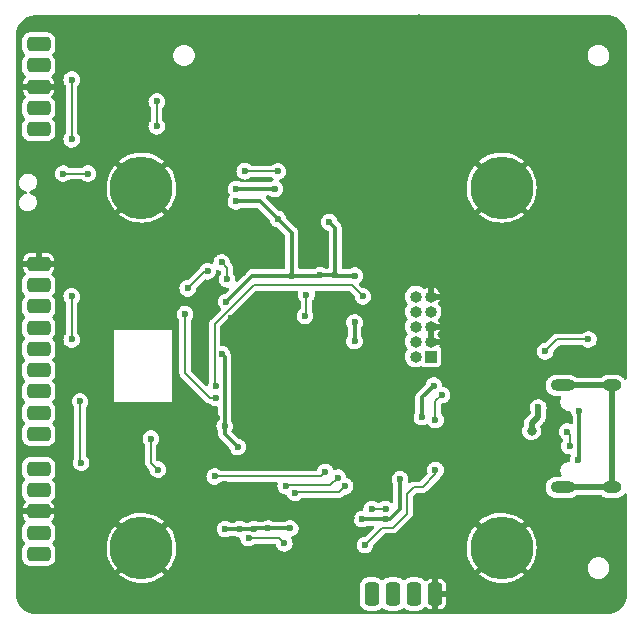
<source format=gbr>
%TF.GenerationSoftware,KiCad,Pcbnew,(6.0.10-0)*%
%TF.CreationDate,2023-01-10T11:53:47+01:00*%
%TF.ProjectId,JFP_board_v2,4a46505f-626f-4617-9264-5f76322e6b69,rev?*%
%TF.SameCoordinates,Original*%
%TF.FileFunction,Copper,L2,Bot*%
%TF.FilePolarity,Positive*%
%FSLAX46Y46*%
G04 Gerber Fmt 4.6, Leading zero omitted, Abs format (unit mm)*
G04 Created by KiCad (PCBNEW (6.0.10-0)) date 2023-01-10 11:53:47*
%MOMM*%
%LPD*%
G01*
G04 APERTURE LIST*
G04 Aperture macros list*
%AMRoundRect*
0 Rectangle with rounded corners*
0 $1 Rounding radius*
0 $2 $3 $4 $5 $6 $7 $8 $9 X,Y pos of 4 corners*
0 Add a 4 corners polygon primitive as box body*
4,1,4,$2,$3,$4,$5,$6,$7,$8,$9,$2,$3,0*
0 Add four circle primitives for the rounded corners*
1,1,$1+$1,$2,$3*
1,1,$1+$1,$4,$5*
1,1,$1+$1,$6,$7*
1,1,$1+$1,$8,$9*
0 Add four rect primitives between the rounded corners*
20,1,$1+$1,$2,$3,$4,$5,0*
20,1,$1+$1,$4,$5,$6,$7,0*
20,1,$1+$1,$6,$7,$8,$9,0*
20,1,$1+$1,$8,$9,$2,$3,0*%
G04 Aperture macros list end*
%TA.AperFunction,ComponentPad*%
%ADD10RoundRect,0.300000X0.700000X0.300000X-0.700000X0.300000X-0.700000X-0.300000X0.700000X-0.300000X0*%
%TD*%
%TA.AperFunction,ComponentPad*%
%ADD11R,1.000000X1.000000*%
%TD*%
%TA.AperFunction,ComponentPad*%
%ADD12O,1.000000X1.000000*%
%TD*%
%TA.AperFunction,ComponentPad*%
%ADD13C,5.300000*%
%TD*%
%TA.AperFunction,ComponentPad*%
%ADD14RoundRect,0.300000X-0.300000X0.700000X-0.300000X-0.700000X0.300000X-0.700000X0.300000X0.700000X0*%
%TD*%
%TA.AperFunction,ComponentPad*%
%ADD15RoundRect,0.300000X-0.700000X-0.300000X0.700000X-0.300000X0.700000X0.300000X-0.700000X0.300000X0*%
%TD*%
%TA.AperFunction,ComponentPad*%
%ADD16O,1.600000X1.000000*%
%TD*%
%TA.AperFunction,ComponentPad*%
%ADD17O,2.100000X1.000000*%
%TD*%
%TA.AperFunction,ViaPad*%
%ADD18C,0.800000*%
%TD*%
%TA.AperFunction,ViaPad*%
%ADD19C,0.600000*%
%TD*%
%TA.AperFunction,Conductor*%
%ADD20C,0.300000*%
%TD*%
%TA.AperFunction,Conductor*%
%ADD21C,0.150000*%
%TD*%
%TA.AperFunction,Conductor*%
%ADD22C,0.500000*%
%TD*%
G04 APERTURE END LIST*
D10*
%TO.P,J4,1,Pin_1*%
%TO.N,UART4_TX*%
X127800000Y-89300000D03*
%TO.P,J4,2,Pin_2*%
%TO.N,UART4_RX*%
X127800000Y-91100000D03*
%TO.P,J4,3,Pin_3*%
%TO.N,GND*%
X127800000Y-92900000D03*
%TO.P,J4,4,Pin_4*%
%TO.N,+3V3*%
X127800000Y-94700000D03*
%TO.P,J4,5,Pin_5*%
%TO.N,+5V*%
X127800000Y-96500000D03*
%TD*%
D11*
%TO.P,J5,1,Pin_1*%
%TO.N,+3V3*%
X161000000Y-79800000D03*
D12*
%TO.P,J5,2,Pin_2*%
%TO.N,Net-(J5-Pad2)*%
X159730000Y-79800000D03*
%TO.P,J5,3,Pin_3*%
%TO.N,GND*%
X161000000Y-78530000D03*
%TO.P,J5,4,Pin_4*%
%TO.N,Net-(J5-Pad4)*%
X159730000Y-78530000D03*
%TO.P,J5,5,Pin_5*%
%TO.N,GND*%
X161000000Y-77260000D03*
%TO.P,J5,6,Pin_6*%
%TO.N,unconnected-(J5-Pad6)*%
X159730000Y-77260000D03*
%TO.P,J5,7,Pin_7*%
%TO.N,unconnected-(J5-Pad7)*%
X161000000Y-75990000D03*
%TO.P,J5,8,Pin_8*%
%TO.N,unconnected-(J5-Pad8)*%
X159730000Y-75990000D03*
%TO.P,J5,9,Pin_9*%
%TO.N,GND*%
X161000000Y-74720000D03*
%TO.P,J5,10,Pin_10*%
%TO.N,Net-(J5-Pad10)*%
X159730000Y-74720000D03*
%TD*%
D13*
%TO.P,H1,1,1*%
%TO.N,GND*%
X136500000Y-65500000D03*
%TD*%
%TO.P,H3,1,1*%
%TO.N,GND*%
X136500000Y-96000000D03*
%TD*%
D14*
%TO.P,J3,1,Pin_1*%
%TO.N,I2C2_SDA*%
X156000000Y-99900000D03*
%TO.P,J3,2,Pin_2*%
%TO.N,I2C2_SCL*%
X157800000Y-99900000D03*
%TO.P,J3,3,Pin_3*%
%TO.N,+3V3*%
X159600000Y-99900000D03*
%TO.P,J3,4,Pin_4*%
%TO.N,GND*%
X161400000Y-99900000D03*
%TD*%
D13*
%TO.P,H4,1,1*%
%TO.N,GND*%
X167000000Y-96000000D03*
%TD*%
D15*
%TO.P,J2,1,Pin_1*%
%TO.N,PPM_INPUT*%
X127800000Y-60550000D03*
%TO.P,J2,2,Pin_2*%
%TO.N,RX_VCC*%
X127800000Y-58750000D03*
%TO.P,J2,3,Pin_3*%
%TO.N,GND*%
X127800000Y-56950000D03*
%TO.P,J2,4,Pin_4*%
%TO.N,SBUS_RX*%
X127800000Y-55150000D03*
%TO.P,J2,5,Pin_5*%
%TO.N,nSBUS_RX*%
X127800000Y-53350000D03*
%TD*%
D16*
%TO.P,J7,S1,SHIELD*%
%TO.N,unconnected-(J7-PadS1)*%
X176350000Y-82230000D03*
X176350000Y-90870000D03*
D17*
X172170000Y-90870000D03*
X172170000Y-82230000D03*
%TD*%
D13*
%TO.P,H2,1,1*%
%TO.N,GND*%
X167000000Y-65500000D03*
%TD*%
D15*
%TO.P,J1,1,Pin_1*%
%TO.N,SPI2_SCK*%
X127800000Y-86350000D03*
%TO.P,J1,2,Pin_2*%
%TO.N,SPI2_MOSI*%
X127800000Y-84550000D03*
%TO.P,J1,3,Pin_3*%
%TO.N,SPI2_MISO*%
X127800000Y-82750000D03*
%TO.P,J1,4,Pin_4*%
%TO.N,SPI2_CS*%
X127800000Y-80950000D03*
%TO.P,J1,5,Pin_5*%
%TO.N,NRF24_CE*%
X127800000Y-79150000D03*
%TO.P,J1,6,Pin_6*%
%TO.N,NRF24_CSN*%
X127800000Y-77350000D03*
%TO.P,J1,7,Pin_7*%
%TO.N,NRF24_IRQ*%
X127800000Y-75550000D03*
%TO.P,J1,8,Pin_8*%
%TO.N,+3V3*%
X127800000Y-73750000D03*
%TO.P,J1,9,Pin_9*%
%TO.N,GND*%
X127800000Y-71950000D03*
%TD*%
D18*
%TO.N,GND*%
X176500000Y-69800000D03*
D19*
X154150000Y-65600000D03*
X172310000Y-97710000D03*
X154150000Y-62550000D03*
D18*
X161300000Y-53350000D03*
X169850000Y-88900000D03*
D19*
X151200000Y-61000000D03*
X165900000Y-54450000D03*
X155250000Y-56850000D03*
X164200000Y-53400000D03*
X149450000Y-85010000D03*
X144370000Y-69770000D03*
X172310000Y-100250000D03*
X131670000Y-79930000D03*
X172500000Y-80600000D03*
X129130000Y-100250000D03*
X138400000Y-53100000D03*
X154150000Y-67750000D03*
D18*
X165000000Y-56700000D03*
D19*
X154150000Y-60250000D03*
X141830000Y-95170000D03*
D18*
X169850000Y-89800000D03*
D19*
X160500000Y-69900000D03*
X142950000Y-100250000D03*
D18*
X154200000Y-93450000D03*
D19*
X162150000Y-97710000D03*
D18*
X174150000Y-56150000D03*
D19*
X149450000Y-82470000D03*
X144150000Y-78800000D03*
X157350000Y-89400000D03*
X129130000Y-51990000D03*
D18*
X153250000Y-94400000D03*
X170900000Y-77900000D03*
D19*
X164690000Y-100250000D03*
X141830000Y-54530000D03*
X133800000Y-80950000D03*
X142550000Y-99550000D03*
D18*
X166000000Y-52100000D03*
D19*
X173250000Y-93300000D03*
X161600000Y-69900000D03*
X140905000Y-75170000D03*
X154150000Y-59250000D03*
X131670000Y-90090000D03*
D18*
X155650000Y-78700000D03*
D19*
X133300000Y-54500000D03*
X143850000Y-87900000D03*
X174850000Y-51990000D03*
D18*
X173200000Y-75700000D03*
D19*
X172400000Y-92550000D03*
X167230000Y-92630000D03*
D18*
X174150000Y-57800000D03*
D19*
X144370000Y-51990000D03*
X144370000Y-57070000D03*
X141830000Y-57070000D03*
X141830000Y-59610000D03*
D18*
X175450000Y-67700000D03*
D19*
X157600000Y-78800000D03*
X156525000Y-88800000D03*
X146910000Y-97710000D03*
X139975000Y-85425000D03*
X154150000Y-64600000D03*
X131670000Y-97710000D03*
X146910000Y-82470000D03*
X149450000Y-51990000D03*
X151900000Y-94500000D03*
X141830000Y-51990000D03*
X154150000Y-61350000D03*
X149300000Y-66500000D03*
D18*
X166000000Y-56700000D03*
D19*
X146910000Y-85010000D03*
X136750000Y-62150000D03*
X143750000Y-100250000D03*
X151990000Y-51990000D03*
X151175000Y-92000000D03*
X154530000Y-51990000D03*
X150325000Y-92000000D03*
X156250000Y-69900000D03*
D18*
X165000000Y-52100000D03*
D19*
X167230000Y-100250000D03*
D18*
X169550000Y-76800000D03*
D19*
X158175000Y-88825000D03*
X141650000Y-74450000D03*
D18*
X170200000Y-82400000D03*
D19*
X144050000Y-76550000D03*
X151800000Y-67200000D03*
X157500000Y-60350000D03*
X159000000Y-89400000D03*
X149450000Y-64690000D03*
X155850000Y-60150000D03*
X157500000Y-57800000D03*
D18*
X158500000Y-52750000D03*
X176500000Y-67700000D03*
D19*
X165050000Y-53400000D03*
X163400000Y-94250000D03*
X154530000Y-100250000D03*
X169770000Y-92630000D03*
X174850000Y-100250000D03*
X146910000Y-57070000D03*
D18*
X176500000Y-68700000D03*
X174850000Y-76850000D03*
X164000000Y-56700000D03*
D19*
X165900000Y-55500000D03*
X145100000Y-72750000D03*
X142900500Y-84957364D03*
X159300000Y-69900000D03*
X144950000Y-99550000D03*
X157250000Y-69900000D03*
X134200001Y-84200001D03*
X144370000Y-62150000D03*
D18*
X173200000Y-76750000D03*
D19*
X158350000Y-79450000D03*
X164225000Y-93475000D03*
X173250000Y-79800000D03*
X146910000Y-54530000D03*
X169770000Y-62150000D03*
X155700000Y-89400000D03*
X172310000Y-95170000D03*
X164200000Y-54450000D03*
X167230000Y-62150000D03*
X154150000Y-68850000D03*
D18*
X158500000Y-51700000D03*
D19*
X141830000Y-69770000D03*
D18*
X171650000Y-57800000D03*
D19*
X134210000Y-51990000D03*
X146910000Y-79930000D03*
X132000000Y-55200000D03*
X169770000Y-100250000D03*
X141830000Y-97710000D03*
X174850000Y-95170000D03*
X144370000Y-59610000D03*
D18*
X172850000Y-56150000D03*
D19*
X151100000Y-66500000D03*
X151990000Y-64690000D03*
D18*
X173200000Y-74750000D03*
X174150000Y-59150000D03*
D19*
X133800000Y-81950000D03*
X126590000Y-69770000D03*
D18*
X156400000Y-56850000D03*
D19*
X171500000Y-55000000D03*
D18*
X164825000Y-86050000D03*
D19*
X164690000Y-90090000D03*
X150150000Y-67150000D03*
X165900000Y-53400000D03*
X167230000Y-82470000D03*
X134210000Y-90090000D03*
D18*
X169850000Y-90750000D03*
D19*
X159610000Y-67230000D03*
X154150000Y-66700000D03*
X158400000Y-57800000D03*
X162650000Y-69900000D03*
X164690000Y-92630000D03*
D18*
X164000000Y-52100000D03*
D19*
X146910000Y-87550000D03*
X137750000Y-52400000D03*
X174850000Y-62150000D03*
X142750000Y-74450000D03*
X172550000Y-54100000D03*
X165050000Y-54450000D03*
X155200000Y-69900000D03*
X143550000Y-90550000D03*
X134210000Y-69770000D03*
X131670000Y-51990000D03*
X139290000Y-57070000D03*
X163750000Y-69900000D03*
X133800000Y-79950000D03*
D18*
X170900000Y-76850000D03*
D19*
X164200000Y-55500000D03*
X163750000Y-68750000D03*
X139290000Y-69770000D03*
X165050000Y-55500000D03*
X162575000Y-93650000D03*
X133800000Y-82950000D03*
X154150000Y-63550000D03*
X150500000Y-61600000D03*
X164690000Y-82470000D03*
X131670000Y-59610000D03*
D18*
X160000000Y-51250000D03*
D19*
X134210000Y-62150000D03*
X149450000Y-79930000D03*
X149450000Y-87550000D03*
X159100000Y-59200000D03*
D18*
X142800000Y-91250000D03*
D19*
X174850000Y-64690000D03*
X129130000Y-62150000D03*
X138650000Y-85700000D03*
D18*
X171650000Y-56150000D03*
D19*
X136750000Y-69770000D03*
X131670000Y-92630000D03*
X144550000Y-100250000D03*
X155900000Y-59200000D03*
X126590000Y-100250000D03*
X126590000Y-62150000D03*
X167230000Y-90090000D03*
X133800000Y-78450000D03*
X156450000Y-57800000D03*
X144370000Y-54530000D03*
X148450000Y-67150000D03*
X167230000Y-69770000D03*
D18*
X156400000Y-55750000D03*
D19*
X150350000Y-68850000D03*
X158200000Y-69900000D03*
%TO.N,+5V*%
X147800000Y-65600000D03*
X161950000Y-83050000D03*
X155425500Y-95750000D03*
X144500000Y-65600000D03*
X170700000Y-79350000D03*
X161400000Y-89400000D03*
X161400000Y-85175000D03*
X174350000Y-78350000D03*
%TO.N,+3V3*%
X143600000Y-94400000D03*
X144850000Y-94400000D03*
X151650000Y-72900000D03*
X154550000Y-76900000D03*
X154550000Y-72950000D03*
X144640000Y-87440000D03*
X143700000Y-75150000D03*
X146050000Y-94400000D03*
X137800000Y-58200000D03*
X143550000Y-85650000D03*
X152900000Y-72900000D03*
X143300000Y-79600000D03*
X161250000Y-82250000D03*
X160250000Y-84925000D03*
X148050000Y-68150000D03*
X144500000Y-66650000D03*
X137800000Y-60300000D03*
X149250000Y-72950000D03*
X155200000Y-93550000D03*
X154550000Y-78474500D03*
X149100000Y-94350000D03*
X152400000Y-68400000D03*
X147250000Y-94350000D03*
X158400000Y-90175000D03*
X157250000Y-93550000D03*
%TO.N,NRST*%
X155250000Y-74700000D03*
X142851318Y-82300000D03*
D18*
%TO.N,5V_CONN_USB*%
X169533966Y-86075000D03*
D19*
X173575000Y-84400000D03*
X173500000Y-88550000D03*
X170100000Y-84100000D03*
%TO.N,SPI2_SCK*%
X152075000Y-89550000D03*
X137887750Y-89362250D03*
X137300000Y-86750000D03*
X142700000Y-89950000D03*
%TO.N,SBUS_RX*%
X130600000Y-78350000D03*
X131306233Y-83600000D03*
X130600000Y-74700000D03*
X130600000Y-56350000D03*
X130600000Y-61400000D03*
X131400000Y-88775000D03*
%TO.N,I2C2_SCL*%
X153150000Y-90050000D03*
X148725000Y-90775000D03*
%TO.N,I2C2_SDA*%
X156000000Y-92700000D03*
X153750000Y-90775000D03*
X149500000Y-91325000D03*
X157174500Y-92700000D03*
%TO.N,BOOT0*%
X131974500Y-64300000D03*
X143750000Y-73250000D03*
X129900000Y-64300000D03*
X143300000Y-71825000D03*
%TO.N,SPI3_SCK*%
X150343767Y-76343767D03*
X150475500Y-74550000D03*
%TO.N,SPI1_SCK*%
X145580500Y-95150000D03*
X148600000Y-95600000D03*
%TO.N,ESC_VIN_ADC*%
X145250000Y-64100000D03*
X142100000Y-72575000D03*
X142850000Y-83300000D03*
X148075000Y-64125000D03*
X140200000Y-76200000D03*
X140418750Y-74018750D03*
%TO.N,USB_FS_D-*%
X172550000Y-86150000D03*
X172750000Y-87375500D03*
%TD*%
D20*
%TO.N,+5V*%
X147800000Y-65600000D02*
X144500000Y-65600000D01*
D21*
X171700000Y-78350000D02*
X174350000Y-78350000D01*
X155425500Y-95750000D02*
X156875500Y-94300000D01*
X159000000Y-91450000D02*
X159600000Y-90850000D01*
X159000000Y-93100000D02*
X159000000Y-91450000D01*
X157800000Y-94300000D02*
X159000000Y-93100000D01*
X161400000Y-83600000D02*
X161400000Y-85175000D01*
X161950000Y-83050000D02*
X161400000Y-83600000D01*
X159600000Y-90850000D02*
X160313173Y-90850000D01*
X160313173Y-90850000D02*
X161400000Y-89763173D01*
X161400000Y-89763173D02*
X161400000Y-89400000D01*
X170700000Y-79350000D02*
X171700000Y-78350000D01*
X156875500Y-94300000D02*
X157800000Y-94300000D01*
D20*
%TO.N,+3V3*%
X158375000Y-92725000D02*
X158375000Y-91025000D01*
X143300000Y-79600000D02*
X143550000Y-79850000D01*
X146100000Y-94350000D02*
X146050000Y-94400000D01*
X145900000Y-72950000D02*
X143700000Y-75150000D01*
X157550000Y-93550000D02*
X158375000Y-92725000D01*
X154550000Y-78474500D02*
X154550000Y-76900000D01*
X158375000Y-90200000D02*
X158400000Y-90175000D01*
X157250000Y-93550000D02*
X157550000Y-93550000D01*
X149250000Y-72950000D02*
X149250000Y-69350000D01*
X149250000Y-72950000D02*
X145900000Y-72950000D01*
X151600000Y-72950000D02*
X151650000Y-72900000D01*
X160250000Y-83250000D02*
X160250000Y-84925000D01*
X152900000Y-68900000D02*
X152400000Y-68400000D01*
X146050000Y-94400000D02*
X144850000Y-94400000D01*
X143550000Y-79850000D02*
X143550000Y-86350000D01*
X152900000Y-72900000D02*
X152900000Y-68900000D01*
X146550000Y-66650000D02*
X148050000Y-68150000D01*
X151650000Y-72900000D02*
X152900000Y-72900000D01*
X157250000Y-93550000D02*
X155200000Y-93550000D01*
X149250000Y-72950000D02*
X151600000Y-72950000D01*
X152900000Y-72900000D02*
X152950000Y-72950000D01*
X158375000Y-91025000D02*
X158375000Y-90200000D01*
X144500000Y-66650000D02*
X146550000Y-66650000D01*
X147250000Y-94350000D02*
X146100000Y-94350000D01*
X143550000Y-86350000D02*
X144640000Y-87440000D01*
X149100000Y-94350000D02*
X147250000Y-94350000D01*
X144850000Y-94400000D02*
X143600000Y-94400000D01*
X152950000Y-72950000D02*
X154550000Y-72950000D01*
D21*
X137800000Y-58200000D02*
X137800000Y-60300000D01*
D20*
X149250000Y-69350000D02*
X148050000Y-68150000D01*
X161250000Y-82250000D02*
X160250000Y-83250000D01*
D21*
%TO.N,NRST*%
X155250000Y-74700000D02*
X154300000Y-73750000D01*
X142700000Y-77050000D02*
X142700000Y-82148682D01*
X154300000Y-73750000D02*
X146000000Y-73750000D01*
X142700000Y-82148682D02*
X142851318Y-82300000D01*
X146000000Y-73750000D02*
X142700000Y-77050000D01*
D20*
%TO.N,5V_CONN_USB*%
X173575000Y-88475000D02*
X173500000Y-88550000D01*
D22*
X169533966Y-86075000D02*
X169533966Y-85441034D01*
D20*
X173575000Y-84400000D02*
X173575000Y-88475000D01*
D22*
X170100000Y-84875000D02*
X170100000Y-84100000D01*
X169533966Y-85441034D02*
X170100000Y-84875000D01*
D21*
%TO.N,SPI2_SCK*%
X152075000Y-89550000D02*
X151675000Y-89950000D01*
X137300000Y-88774500D02*
X137300000Y-86750000D01*
X137887750Y-89362250D02*
X137300000Y-88774500D01*
X151675000Y-89950000D02*
X142700000Y-89950000D01*
%TO.N,SBUS_RX*%
X131300000Y-83606233D02*
X131306233Y-83600000D01*
X130600000Y-56350000D02*
X130600000Y-61400000D01*
X131300000Y-88675000D02*
X131300000Y-83606233D01*
X131400000Y-88775000D02*
X131300000Y-88675000D01*
X130600000Y-74700000D02*
X130600000Y-78350000D01*
%TO.N,I2C2_SCL*%
X148725000Y-90775000D02*
X148800000Y-90700000D01*
X152500000Y-90700000D02*
X153150000Y-90050000D01*
X148800000Y-90700000D02*
X152500000Y-90700000D01*
%TO.N,I2C2_SDA*%
X149500000Y-91325000D02*
X149550000Y-91275000D01*
X156000000Y-92700000D02*
X157174500Y-92700000D01*
X149550000Y-91275000D02*
X153250000Y-91275000D01*
X153250000Y-91275000D02*
X153750000Y-90775000D01*
D22*
%TO.N,unconnected-(J7-PadS1)*%
X176350000Y-82230000D02*
X176350000Y-90870000D01*
X172170000Y-82230000D02*
X176350000Y-82230000D01*
X176350000Y-90870000D02*
X172170000Y-90870000D01*
D21*
%TO.N,BOOT0*%
X143750000Y-73250000D02*
X143750000Y-72275000D01*
X143750000Y-72275000D02*
X143300000Y-71825000D01*
X129900000Y-64300000D02*
X131974500Y-64300000D01*
%TO.N,SPI3_SCK*%
X150475500Y-76212034D02*
X150475500Y-74550000D01*
X150343767Y-76343767D02*
X150475500Y-76212034D01*
%TO.N,SPI1_SCK*%
X148150000Y-95150000D02*
X148600000Y-95600000D01*
X145580500Y-95150000D02*
X148150000Y-95150000D01*
%TO.N,ESC_VIN_ADC*%
X142300000Y-83300000D02*
X140200000Y-81200000D01*
X142100000Y-72575000D02*
X141862500Y-72575000D01*
X148075000Y-64125000D02*
X145275000Y-64125000D01*
X141862500Y-72575000D02*
X140418750Y-74018750D01*
X140200000Y-81200000D02*
X140200000Y-76200000D01*
X142850000Y-83300000D02*
X142300000Y-83300000D01*
X145275000Y-64125000D02*
X145250000Y-64100000D01*
%TO.N,USB_FS_D-*%
X172750000Y-87375500D02*
X172750000Y-86350000D01*
X172750000Y-86350000D02*
X172550000Y-86150000D01*
%TD*%
%TA.AperFunction,Conductor*%
%TO.N,GND*%
G36*
X175978274Y-50902051D02*
G01*
X176000000Y-50905492D01*
X176009793Y-50903941D01*
X176016150Y-50903941D01*
X176036131Y-50903084D01*
X176198466Y-50914695D01*
X176218642Y-50916138D01*
X176236436Y-50918696D01*
X176441826Y-50963376D01*
X176459074Y-50968440D01*
X176656015Y-51041896D01*
X176672367Y-51049364D01*
X176856847Y-51150097D01*
X176871971Y-51159817D01*
X177040239Y-51285781D01*
X177053825Y-51297554D01*
X177202446Y-51446175D01*
X177214219Y-51459761D01*
X177340183Y-51628029D01*
X177349903Y-51643153D01*
X177450636Y-51827633D01*
X177458104Y-51843985D01*
X177531560Y-52040926D01*
X177536625Y-52058176D01*
X177581304Y-52263564D01*
X177583862Y-52281358D01*
X177596916Y-52463869D01*
X177596059Y-52483850D01*
X177596059Y-52490207D01*
X177594508Y-52500000D01*
X177596059Y-52509793D01*
X177597949Y-52521726D01*
X177599500Y-52541436D01*
X177599500Y-81617065D01*
X177579498Y-81685186D01*
X177525842Y-81731679D01*
X177455568Y-81741783D01*
X177390988Y-81712289D01*
X177371564Y-81691126D01*
X177326767Y-81629468D01*
X177322888Y-81624129D01*
X177290289Y-81594776D01*
X177187124Y-81501886D01*
X177187123Y-81501885D01*
X177182216Y-81497467D01*
X177115277Y-81458820D01*
X177024007Y-81406125D01*
X177024006Y-81406124D01*
X177018284Y-81402821D01*
X176838256Y-81344326D01*
X176831695Y-81343636D01*
X176831693Y-81343636D01*
X176778037Y-81337997D01*
X176697192Y-81329500D01*
X176002808Y-81329500D01*
X175921963Y-81337997D01*
X175868307Y-81343636D01*
X175868305Y-81343636D01*
X175861744Y-81344326D01*
X175681716Y-81402821D01*
X175517784Y-81497467D01*
X175512877Y-81501885D01*
X175512876Y-81501886D01*
X175462621Y-81547136D01*
X175398614Y-81577853D01*
X175378311Y-81579500D01*
X173391689Y-81579500D01*
X173323568Y-81559498D01*
X173307379Y-81547136D01*
X173257124Y-81501886D01*
X173257123Y-81501885D01*
X173252216Y-81497467D01*
X173088284Y-81402821D01*
X172908256Y-81344326D01*
X172901695Y-81343636D01*
X172901693Y-81343636D01*
X172848037Y-81337997D01*
X172767192Y-81329500D01*
X171572808Y-81329500D01*
X171491963Y-81337997D01*
X171438307Y-81343636D01*
X171438305Y-81343636D01*
X171431744Y-81344326D01*
X171251716Y-81402821D01*
X171245994Y-81406124D01*
X171245993Y-81406125D01*
X171154723Y-81458820D01*
X171087784Y-81497467D01*
X171082877Y-81501885D01*
X171082876Y-81501886D01*
X170979712Y-81594776D01*
X170947112Y-81624129D01*
X170943233Y-81629468D01*
X170898685Y-81690784D01*
X170835849Y-81777270D01*
X170758856Y-81950197D01*
X170752693Y-81979194D01*
X170730909Y-82081680D01*
X170719500Y-82135354D01*
X170719500Y-82324646D01*
X170720872Y-82331099D01*
X170720872Y-82331103D01*
X170733634Y-82391141D01*
X170758856Y-82509803D01*
X170835849Y-82682730D01*
X170839729Y-82688071D01*
X170839730Y-82688072D01*
X170870323Y-82730180D01*
X170947112Y-82835871D01*
X170952014Y-82840284D01*
X170952015Y-82840286D01*
X171064118Y-82941224D01*
X171087784Y-82962533D01*
X171093502Y-82965834D01*
X171093505Y-82965836D01*
X171239282Y-83050000D01*
X171251716Y-83057179D01*
X171431744Y-83115674D01*
X171438305Y-83116364D01*
X171438307Y-83116364D01*
X171491963Y-83122003D01*
X171572808Y-83130500D01*
X171949624Y-83130500D01*
X172017745Y-83150502D01*
X172064238Y-83204158D01*
X172074342Y-83274432D01*
X172058577Y-83319786D01*
X172033822Y-83362404D01*
X172033819Y-83362411D01*
X172030144Y-83368738D01*
X172028023Y-83375740D01*
X172028022Y-83375743D01*
X172023720Y-83389947D01*
X171981105Y-83530650D01*
X171980652Y-83537959D01*
X171980651Y-83537962D01*
X171976223Y-83609338D01*
X171970630Y-83699501D01*
X171971870Y-83706717D01*
X171971870Y-83706719D01*
X171989501Y-83809323D01*
X171999280Y-83866233D01*
X172065518Y-84021902D01*
X172069855Y-84027795D01*
X172161453Y-84152264D01*
X172161455Y-84152267D01*
X172165791Y-84158158D01*
X172189802Y-84178557D01*
X172289146Y-84262957D01*
X172289149Y-84262959D01*
X172294720Y-84267692D01*
X172445389Y-84344627D01*
X172452498Y-84346367D01*
X172452502Y-84346368D01*
X172545969Y-84369239D01*
X172609717Y-84384838D01*
X172615314Y-84385185D01*
X172615319Y-84385186D01*
X172618449Y-84385380D01*
X172618458Y-84385380D01*
X172620388Y-84385500D01*
X172742363Y-84385500D01*
X172745997Y-84385076D01*
X172748361Y-84384939D01*
X172817528Y-84400957D01*
X172867054Y-84451826D01*
X172880907Y-84496899D01*
X172887999Y-84561135D01*
X172903653Y-84603910D01*
X172938080Y-84697986D01*
X172946266Y-84720356D01*
X172950502Y-84726659D01*
X172950504Y-84726664D01*
X173003082Y-84804909D01*
X173024500Y-84875184D01*
X173024500Y-85399279D01*
X173004498Y-85467400D01*
X172950842Y-85513893D01*
X172880568Y-85523997D01*
X172839542Y-85510634D01*
X172809594Y-85494778D01*
X172809592Y-85494777D01*
X172802881Y-85491224D01*
X172638441Y-85449919D01*
X172630843Y-85449879D01*
X172630841Y-85449879D01*
X172553668Y-85449475D01*
X172468895Y-85449031D01*
X172461508Y-85450805D01*
X172461504Y-85450805D01*
X172318162Y-85485220D01*
X172304032Y-85488612D01*
X172297288Y-85492093D01*
X172297285Y-85492094D01*
X172206223Y-85539095D01*
X172153369Y-85566375D01*
X172147647Y-85571367D01*
X172147645Y-85571368D01*
X172086070Y-85625083D01*
X172025604Y-85677831D01*
X171928113Y-85816547D01*
X171866524Y-85974513D01*
X171865532Y-85982046D01*
X171865532Y-85982047D01*
X171847111Y-86121976D01*
X171844394Y-86142611D01*
X171862999Y-86311135D01*
X171865609Y-86318266D01*
X171906564Y-86430180D01*
X171921266Y-86470356D01*
X172015830Y-86611083D01*
X172021442Y-86616190D01*
X172021445Y-86616193D01*
X172135612Y-86720077D01*
X172135616Y-86720080D01*
X172141233Y-86725191D01*
X172147911Y-86728817D01*
X172147914Y-86728819D01*
X172168639Y-86740072D01*
X172218960Y-86790155D01*
X172234216Y-86859493D01*
X172211603Y-86923252D01*
X172128113Y-87042047D01*
X172066524Y-87200013D01*
X172065532Y-87207546D01*
X172065532Y-87207547D01*
X172046713Y-87350499D01*
X172044394Y-87368111D01*
X172062999Y-87536635D01*
X172121266Y-87695856D01*
X172215830Y-87836583D01*
X172221442Y-87841690D01*
X172221445Y-87841693D01*
X172335612Y-87945577D01*
X172335616Y-87945580D01*
X172341233Y-87950691D01*
X172347906Y-87954314D01*
X172347910Y-87954317D01*
X172483558Y-88027967D01*
X172483560Y-88027968D01*
X172490235Y-88031592D01*
X172497584Y-88033520D01*
X172646883Y-88072688D01*
X172646885Y-88072688D01*
X172654233Y-88074616D01*
X172735538Y-88075893D01*
X172750482Y-88076128D01*
X172818280Y-88097197D01*
X172863925Y-88151576D01*
X172872923Y-88222000D01*
X172865896Y-88247881D01*
X172816524Y-88374513D01*
X172815532Y-88382046D01*
X172815532Y-88382047D01*
X172806576Y-88450079D01*
X172794394Y-88542611D01*
X172797934Y-88574673D01*
X172785528Y-88644577D01*
X172737299Y-88696677D01*
X172672695Y-88714500D01*
X172657637Y-88714500D01*
X172568965Y-88724838D01*
X172539235Y-88728304D01*
X172539234Y-88728304D01*
X172531963Y-88729152D01*
X172525086Y-88731648D01*
X172525083Y-88731649D01*
X172426010Y-88767611D01*
X172372939Y-88786875D01*
X172231460Y-88879633D01*
X172115115Y-89002450D01*
X172030144Y-89148738D01*
X172028023Y-89155740D01*
X172028022Y-89155743D01*
X172014173Y-89201470D01*
X171981105Y-89310650D01*
X171980652Y-89317959D01*
X171980651Y-89317962D01*
X171976488Y-89385080D01*
X171970630Y-89479501D01*
X171971870Y-89486717D01*
X171971870Y-89486719D01*
X171998040Y-89639017D01*
X171999280Y-89646233D01*
X172062227Y-89794168D01*
X172070493Y-89864680D01*
X172039325Y-89928469D01*
X171978617Y-89965281D01*
X171946286Y-89969500D01*
X171572808Y-89969500D01*
X171491963Y-89977997D01*
X171438307Y-89983636D01*
X171438305Y-89983636D01*
X171431744Y-89984326D01*
X171251716Y-90042821D01*
X171245994Y-90046124D01*
X171245993Y-90046125D01*
X171197328Y-90074222D01*
X171087784Y-90137467D01*
X171082877Y-90141885D01*
X171082876Y-90141886D01*
X170968687Y-90244703D01*
X170947112Y-90264129D01*
X170943233Y-90269468D01*
X170840463Y-90410920D01*
X170835849Y-90417270D01*
X170758856Y-90590197D01*
X170742952Y-90665022D01*
X170721146Y-90767611D01*
X170719500Y-90775354D01*
X170719500Y-90964646D01*
X170758856Y-91149803D01*
X170835849Y-91322730D01*
X170839729Y-91328071D01*
X170839730Y-91328072D01*
X170931510Y-91454396D01*
X170947112Y-91475871D01*
X170952014Y-91480284D01*
X170952015Y-91480286D01*
X171012751Y-91534973D01*
X171087784Y-91602533D01*
X171093502Y-91605834D01*
X171093505Y-91605836D01*
X171235345Y-91687727D01*
X171251716Y-91697179D01*
X171431744Y-91755674D01*
X171438305Y-91756364D01*
X171438307Y-91756364D01*
X171491963Y-91762003D01*
X171572808Y-91770500D01*
X172767192Y-91770500D01*
X172848037Y-91762003D01*
X172901693Y-91756364D01*
X172901695Y-91756364D01*
X172908256Y-91755674D01*
X173088284Y-91697179D01*
X173104656Y-91687727D01*
X173168236Y-91651019D01*
X173252216Y-91602533D01*
X173307379Y-91552864D01*
X173371386Y-91522147D01*
X173391689Y-91520500D01*
X175378311Y-91520500D01*
X175446432Y-91540502D01*
X175462620Y-91552864D01*
X175517784Y-91602533D01*
X175601764Y-91651019D01*
X175665345Y-91687727D01*
X175681716Y-91697179D01*
X175861744Y-91755674D01*
X175868305Y-91756364D01*
X175868307Y-91756364D01*
X175921963Y-91762003D01*
X176002808Y-91770500D01*
X176697192Y-91770500D01*
X176778037Y-91762003D01*
X176831693Y-91756364D01*
X176831695Y-91756364D01*
X176838256Y-91755674D01*
X177018284Y-91697179D01*
X177034656Y-91687727D01*
X177176495Y-91605836D01*
X177176498Y-91605834D01*
X177182216Y-91602533D01*
X177257249Y-91534973D01*
X177317985Y-91480286D01*
X177317986Y-91480284D01*
X177322888Y-91475871D01*
X177338490Y-91454396D01*
X177371564Y-91408874D01*
X177427786Y-91365520D01*
X177498522Y-91359445D01*
X177561314Y-91392576D01*
X177596225Y-91454396D01*
X177599500Y-91482935D01*
X177599500Y-99958564D01*
X177597949Y-99978274D01*
X177594508Y-100000000D01*
X177596059Y-100009793D01*
X177596059Y-100016150D01*
X177596916Y-100036131D01*
X177587190Y-100172115D01*
X177583862Y-100218642D01*
X177581304Y-100236436D01*
X177536625Y-100441824D01*
X177531560Y-100459074D01*
X177458104Y-100656015D01*
X177450636Y-100672367D01*
X177349903Y-100856847D01*
X177340183Y-100871971D01*
X177214219Y-101040239D01*
X177202446Y-101053825D01*
X177053825Y-101202446D01*
X177040239Y-101214219D01*
X176871971Y-101340183D01*
X176856847Y-101349903D01*
X176672367Y-101450636D01*
X176656015Y-101458104D01*
X176459074Y-101531560D01*
X176441826Y-101536624D01*
X176271907Y-101573588D01*
X176236436Y-101581304D01*
X176218642Y-101583862D01*
X176198466Y-101585305D01*
X176036131Y-101596916D01*
X176016150Y-101596059D01*
X176009793Y-101596059D01*
X176000000Y-101594508D01*
X175978287Y-101597947D01*
X175978274Y-101597949D01*
X175958564Y-101599500D01*
X127541436Y-101599500D01*
X127521726Y-101597949D01*
X127521714Y-101597947D01*
X127500000Y-101594508D01*
X127490207Y-101596059D01*
X127483850Y-101596059D01*
X127463869Y-101596916D01*
X127301534Y-101585305D01*
X127281358Y-101583862D01*
X127263564Y-101581304D01*
X127228093Y-101573588D01*
X127058174Y-101536624D01*
X127040926Y-101531560D01*
X126843985Y-101458104D01*
X126827633Y-101450636D01*
X126643153Y-101349903D01*
X126628029Y-101340183D01*
X126459761Y-101214219D01*
X126446175Y-101202446D01*
X126297554Y-101053825D01*
X126285781Y-101040239D01*
X126159817Y-100871971D01*
X126150097Y-100856847D01*
X126049364Y-100672367D01*
X126041896Y-100656015D01*
X125968440Y-100459074D01*
X125963375Y-100441824D01*
X125918696Y-100236436D01*
X125916138Y-100218642D01*
X125912810Y-100172115D01*
X125903084Y-100036131D01*
X125903941Y-100016150D01*
X125903941Y-100009793D01*
X125905492Y-100000000D01*
X125902051Y-99978274D01*
X125900500Y-99958564D01*
X125900500Y-99144007D01*
X154999500Y-99144007D01*
X154999501Y-100655992D01*
X154999764Y-100658850D01*
X154999764Y-100658859D01*
X155001005Y-100672367D01*
X155006171Y-100728594D01*
X155008170Y-100734972D01*
X155008170Y-100734973D01*
X155048842Y-100864755D01*
X155056873Y-100890383D01*
X155144703Y-101035408D01*
X155264592Y-101155297D01*
X155409617Y-101243127D01*
X155416864Y-101245398D01*
X155416866Y-101245399D01*
X155482106Y-101265844D01*
X155571406Y-101293829D01*
X155644007Y-101300500D01*
X155646905Y-101300500D01*
X156000923Y-101300499D01*
X156355992Y-101300499D01*
X156358850Y-101300236D01*
X156358859Y-101300236D01*
X156394243Y-101296985D01*
X156428594Y-101293829D01*
X156434979Y-101291828D01*
X156583134Y-101245399D01*
X156583136Y-101245398D01*
X156590383Y-101243127D01*
X156735408Y-101155297D01*
X156810905Y-101079800D01*
X156873217Y-101045774D01*
X156944032Y-101050839D01*
X156989095Y-101079800D01*
X157064592Y-101155297D01*
X157209617Y-101243127D01*
X157216864Y-101245398D01*
X157216866Y-101245399D01*
X157282106Y-101265844D01*
X157371406Y-101293829D01*
X157444007Y-101300500D01*
X157446905Y-101300500D01*
X157800923Y-101300499D01*
X158155992Y-101300499D01*
X158158850Y-101300236D01*
X158158859Y-101300236D01*
X158194243Y-101296985D01*
X158228594Y-101293829D01*
X158234979Y-101291828D01*
X158383134Y-101245399D01*
X158383136Y-101245398D01*
X158390383Y-101243127D01*
X158535408Y-101155297D01*
X158610905Y-101079800D01*
X158673217Y-101045774D01*
X158744032Y-101050839D01*
X158789095Y-101079800D01*
X158864592Y-101155297D01*
X159009617Y-101243127D01*
X159016864Y-101245398D01*
X159016866Y-101245399D01*
X159082106Y-101265844D01*
X159171406Y-101293829D01*
X159244007Y-101300500D01*
X159246905Y-101300500D01*
X159600923Y-101300499D01*
X159955992Y-101300499D01*
X159958850Y-101300236D01*
X159958859Y-101300236D01*
X159994243Y-101296985D01*
X160028594Y-101293829D01*
X160034979Y-101291828D01*
X160183134Y-101245399D01*
X160183136Y-101245398D01*
X160190383Y-101243127D01*
X160335408Y-101155297D01*
X160455297Y-101035408D01*
X160459234Y-101028907D01*
X160463920Y-101022931D01*
X160465473Y-101024149D01*
X160510349Y-100983122D01*
X160580329Y-100971151D01*
X160645672Y-100998915D01*
X160665690Y-101019602D01*
X160667052Y-101021378D01*
X160678626Y-101032952D01*
X160790861Y-101119072D01*
X160805042Y-101127259D01*
X160935739Y-101181396D01*
X160951558Y-101185634D01*
X161056590Y-101199462D01*
X161064799Y-101200000D01*
X161127885Y-101200000D01*
X161143124Y-101195525D01*
X161144329Y-101194135D01*
X161146000Y-101186452D01*
X161146000Y-101181884D01*
X161654000Y-101181884D01*
X161658475Y-101197123D01*
X161659865Y-101198328D01*
X161667548Y-101199999D01*
X161735199Y-101199999D01*
X161743411Y-101199461D01*
X161848444Y-101185634D01*
X161864259Y-101181396D01*
X161994959Y-101127259D01*
X162009142Y-101119070D01*
X162121372Y-101032954D01*
X162132952Y-101021374D01*
X162219072Y-100909139D01*
X162227259Y-100894958D01*
X162281396Y-100764261D01*
X162285634Y-100748442D01*
X162299462Y-100643410D01*
X162300000Y-100635201D01*
X162300000Y-100172115D01*
X162295525Y-100156876D01*
X162294135Y-100155671D01*
X162286452Y-100154000D01*
X161672115Y-100154000D01*
X161656876Y-100158475D01*
X161655671Y-100159865D01*
X161654000Y-100167548D01*
X161654000Y-101181884D01*
X161146000Y-101181884D01*
X161146000Y-99627885D01*
X161654000Y-99627885D01*
X161658475Y-99643124D01*
X161659865Y-99644329D01*
X161667548Y-99646000D01*
X162281884Y-99646000D01*
X162297123Y-99641525D01*
X162298328Y-99640135D01*
X162299999Y-99632452D01*
X162299999Y-99164801D01*
X162299461Y-99156589D01*
X162285634Y-99051556D01*
X162281396Y-99035741D01*
X162227259Y-98905041D01*
X162219070Y-98890858D01*
X162132954Y-98778628D01*
X162121374Y-98767048D01*
X162009139Y-98680928D01*
X161994958Y-98672741D01*
X161864261Y-98618604D01*
X161848442Y-98614366D01*
X161743410Y-98600538D01*
X161735201Y-98600000D01*
X161672115Y-98600000D01*
X161656876Y-98604475D01*
X161655671Y-98605865D01*
X161654000Y-98613548D01*
X161654000Y-99627885D01*
X161146000Y-99627885D01*
X161146000Y-98618116D01*
X161141525Y-98602877D01*
X161140135Y-98601672D01*
X161132452Y-98600001D01*
X161064801Y-98600001D01*
X161056589Y-98600539D01*
X160951556Y-98614366D01*
X160935741Y-98618604D01*
X160805041Y-98672741D01*
X160790858Y-98680930D01*
X160678628Y-98767046D01*
X160667045Y-98778629D01*
X160665684Y-98780403D01*
X160664154Y-98781520D01*
X160661206Y-98784468D01*
X160660746Y-98784008D01*
X160608345Y-98822269D01*
X160537474Y-98826490D01*
X160475572Y-98791724D01*
X160464108Y-98776922D01*
X160463920Y-98777069D01*
X160459234Y-98771093D01*
X160455297Y-98764592D01*
X160335408Y-98644703D01*
X160190383Y-98556873D01*
X160183136Y-98554602D01*
X160183134Y-98554601D01*
X160117894Y-98534156D01*
X160028594Y-98506171D01*
X159955993Y-98499500D01*
X159953095Y-98499500D01*
X159599077Y-98499501D01*
X159244008Y-98499501D01*
X159241150Y-98499764D01*
X159241141Y-98499764D01*
X159205757Y-98503015D01*
X159171406Y-98506171D01*
X159165028Y-98508170D01*
X159165027Y-98508170D01*
X159016866Y-98554601D01*
X159016864Y-98554602D01*
X159009617Y-98556873D01*
X158864592Y-98644703D01*
X158789095Y-98720200D01*
X158726783Y-98754226D01*
X158655968Y-98749161D01*
X158610905Y-98720200D01*
X158535408Y-98644703D01*
X158390383Y-98556873D01*
X158383136Y-98554602D01*
X158383134Y-98554601D01*
X158317894Y-98534156D01*
X158228594Y-98506171D01*
X158155993Y-98499500D01*
X158153095Y-98499500D01*
X157799077Y-98499501D01*
X157444008Y-98499501D01*
X157441150Y-98499764D01*
X157441141Y-98499764D01*
X157405757Y-98503015D01*
X157371406Y-98506171D01*
X157365028Y-98508170D01*
X157365027Y-98508170D01*
X157216866Y-98554601D01*
X157216864Y-98554602D01*
X157209617Y-98556873D01*
X157064592Y-98644703D01*
X156989095Y-98720200D01*
X156926783Y-98754226D01*
X156855968Y-98749161D01*
X156810905Y-98720200D01*
X156735408Y-98644703D01*
X156590383Y-98556873D01*
X156583136Y-98554602D01*
X156583134Y-98554601D01*
X156517894Y-98534156D01*
X156428594Y-98506171D01*
X156355993Y-98499500D01*
X156353095Y-98499500D01*
X155999077Y-98499501D01*
X155644008Y-98499501D01*
X155641150Y-98499764D01*
X155641141Y-98499764D01*
X155605757Y-98503015D01*
X155571406Y-98506171D01*
X155565028Y-98508170D01*
X155565027Y-98508170D01*
X155416866Y-98554601D01*
X155416864Y-98554602D01*
X155409617Y-98556873D01*
X155264592Y-98644703D01*
X155144703Y-98764592D01*
X155056873Y-98909617D01*
X155006171Y-99071406D01*
X154999500Y-99144007D01*
X125900500Y-99144007D01*
X125900500Y-98260621D01*
X134604919Y-98260621D01*
X134604937Y-98260874D01*
X134610851Y-98269616D01*
X134637676Y-98294024D01*
X134643303Y-98298581D01*
X134913682Y-98492868D01*
X134919812Y-98496758D01*
X135210722Y-98658676D01*
X135217242Y-98661828D01*
X135524844Y-98789241D01*
X135531695Y-98791627D01*
X135851886Y-98882836D01*
X135858975Y-98884420D01*
X136187538Y-98938225D01*
X136194744Y-98938982D01*
X136527318Y-98954666D01*
X136534567Y-98954590D01*
X136866729Y-98931946D01*
X136873938Y-98931035D01*
X137201301Y-98870362D01*
X137208331Y-98868635D01*
X137526554Y-98770736D01*
X137533365Y-98768203D01*
X137838206Y-98634387D01*
X137844681Y-98631088D01*
X138132136Y-98463113D01*
X138138174Y-98459102D01*
X138387402Y-98271978D01*
X138395856Y-98260651D01*
X138395840Y-98260621D01*
X165104919Y-98260621D01*
X165104937Y-98260874D01*
X165110851Y-98269616D01*
X165137676Y-98294024D01*
X165143303Y-98298581D01*
X165413682Y-98492868D01*
X165419812Y-98496758D01*
X165710722Y-98658676D01*
X165717242Y-98661828D01*
X166024844Y-98789241D01*
X166031695Y-98791627D01*
X166351886Y-98882836D01*
X166358975Y-98884420D01*
X166687538Y-98938225D01*
X166694744Y-98938982D01*
X167027318Y-98954666D01*
X167034567Y-98954590D01*
X167366729Y-98931946D01*
X167373938Y-98931035D01*
X167701301Y-98870362D01*
X167708331Y-98868635D01*
X168026554Y-98770736D01*
X168033365Y-98768203D01*
X168338206Y-98634387D01*
X168344681Y-98631088D01*
X168632136Y-98463113D01*
X168638174Y-98459102D01*
X168887402Y-98271978D01*
X168895856Y-98260651D01*
X168889112Y-98248322D01*
X167012812Y-96372022D01*
X166998868Y-96364408D01*
X166997035Y-96364539D01*
X166990420Y-96368790D01*
X165112533Y-98246677D01*
X165104919Y-98260621D01*
X138395840Y-98260621D01*
X138389112Y-98248322D01*
X136512812Y-96372022D01*
X136498868Y-96364408D01*
X136497035Y-96364539D01*
X136490420Y-96368790D01*
X134612533Y-98246677D01*
X134604919Y-98260621D01*
X125900500Y-98260621D01*
X125900500Y-96144007D01*
X126399500Y-96144007D01*
X126399501Y-96855992D01*
X126399764Y-96858850D01*
X126399764Y-96858859D01*
X126400844Y-96870614D01*
X126406171Y-96928594D01*
X126456873Y-97090383D01*
X126544703Y-97235408D01*
X126664592Y-97355297D01*
X126809617Y-97443127D01*
X126816864Y-97445398D01*
X126816866Y-97445399D01*
X126882106Y-97465844D01*
X126971406Y-97493829D01*
X127044007Y-97500500D01*
X127046905Y-97500500D01*
X127801961Y-97500499D01*
X128555992Y-97500499D01*
X128558850Y-97500236D01*
X128558859Y-97500236D01*
X128594243Y-97496985D01*
X128628594Y-97493829D01*
X128691029Y-97474263D01*
X128783134Y-97445399D01*
X128783136Y-97445398D01*
X128790383Y-97443127D01*
X128935408Y-97355297D01*
X129055297Y-97235408D01*
X129143127Y-97090383D01*
X129193829Y-96928594D01*
X129200500Y-96855993D01*
X129200499Y-96144008D01*
X129200234Y-96141116D01*
X129194440Y-96078060D01*
X129193829Y-96071406D01*
X129170575Y-95997204D01*
X129145399Y-95916866D01*
X129145398Y-95916864D01*
X129143501Y-95910812D01*
X133546554Y-95910812D01*
X133555270Y-96243643D01*
X133555876Y-96250859D01*
X133602790Y-96580491D01*
X133604219Y-96587580D01*
X133688708Y-96909633D01*
X133690948Y-96916528D01*
X133811890Y-97226727D01*
X133814905Y-97233314D01*
X133970705Y-97527570D01*
X133974451Y-97533755D01*
X134163036Y-97808148D01*
X134167481Y-97813877D01*
X134229853Y-97885376D01*
X134243025Y-97893780D01*
X134252880Y-97887910D01*
X136127978Y-96012812D01*
X136134356Y-96001132D01*
X136864408Y-96001132D01*
X136864539Y-96002965D01*
X136868790Y-96009580D01*
X138745090Y-97885880D01*
X138758444Y-97893172D01*
X138768416Y-97886118D01*
X138870003Y-97764621D01*
X138874313Y-97758818D01*
X139057117Y-97480525D01*
X139060731Y-97474263D01*
X139210337Y-97176808D01*
X139213209Y-97170170D01*
X139327630Y-96857500D01*
X139329726Y-96850559D01*
X139407450Y-96526814D01*
X139408734Y-96519675D01*
X139448832Y-96188325D01*
X139449256Y-96182755D01*
X139454911Y-96002797D01*
X139454838Y-95997204D01*
X139435625Y-95663981D01*
X139434793Y-95656792D01*
X139377549Y-95328796D01*
X139375894Y-95321741D01*
X139281334Y-95002515D01*
X139278876Y-94995686D01*
X139148250Y-94689440D01*
X139145033Y-94682957D01*
X138980062Y-94393732D01*
X138979334Y-94392611D01*
X142894394Y-94392611D01*
X142912999Y-94561135D01*
X142971266Y-94720356D01*
X143065830Y-94861083D01*
X143071442Y-94866190D01*
X143071445Y-94866193D01*
X143185612Y-94970077D01*
X143185616Y-94970080D01*
X143191233Y-94975191D01*
X143197906Y-94978814D01*
X143197910Y-94978817D01*
X143333558Y-95052467D01*
X143333560Y-95052468D01*
X143340235Y-95056092D01*
X143347584Y-95058020D01*
X143496883Y-95097188D01*
X143496885Y-95097188D01*
X143504233Y-95099116D01*
X143590609Y-95100473D01*
X143666161Y-95101660D01*
X143666164Y-95101660D01*
X143673760Y-95101779D01*
X143681165Y-95100083D01*
X143681166Y-95100083D01*
X143741586Y-95086245D01*
X143839029Y-95063928D01*
X143990498Y-94987747D01*
X143998763Y-94980688D01*
X144000948Y-94979709D01*
X144002602Y-94978610D01*
X144002785Y-94978886D01*
X144063553Y-94951658D01*
X144080593Y-94950500D01*
X144367853Y-94950500D01*
X144439079Y-94973231D01*
X144441233Y-94975191D01*
X144491558Y-95002515D01*
X144583558Y-95052467D01*
X144583560Y-95052468D01*
X144590235Y-95056092D01*
X144597584Y-95058020D01*
X144746883Y-95097188D01*
X144746885Y-95097188D01*
X144754233Y-95099116D01*
X144761833Y-95099235D01*
X144769351Y-95100265D01*
X144769078Y-95102258D01*
X144827013Y-95120258D01*
X144872662Y-95174633D01*
X144882483Y-95211352D01*
X144893499Y-95311135D01*
X144899962Y-95328796D01*
X144934666Y-95423627D01*
X144951766Y-95470356D01*
X145046330Y-95611083D01*
X145051942Y-95616190D01*
X145051945Y-95616193D01*
X145166112Y-95720077D01*
X145166116Y-95720080D01*
X145171733Y-95725191D01*
X145178406Y-95728814D01*
X145178410Y-95728817D01*
X145314058Y-95802467D01*
X145314060Y-95802468D01*
X145320735Y-95806092D01*
X145328084Y-95808020D01*
X145477383Y-95847188D01*
X145477385Y-95847188D01*
X145484733Y-95849116D01*
X145571109Y-95850473D01*
X145646661Y-95851660D01*
X145646664Y-95851660D01*
X145654260Y-95851779D01*
X145661665Y-95850083D01*
X145661666Y-95850083D01*
X145722086Y-95836245D01*
X145819529Y-95813928D01*
X145970998Y-95737747D01*
X146067075Y-95655689D01*
X146131865Y-95626658D01*
X146148906Y-95625500D01*
X147785170Y-95625500D01*
X147853291Y-95645502D01*
X147899784Y-95699158D01*
X147910409Y-95737674D01*
X147912999Y-95761135D01*
X147929451Y-95806092D01*
X147967892Y-95911135D01*
X147971266Y-95920356D01*
X147975502Y-95926659D01*
X147975502Y-95926660D01*
X147988574Y-95946113D01*
X148065830Y-96061083D01*
X148071442Y-96066190D01*
X148071445Y-96066193D01*
X148185612Y-96170077D01*
X148185616Y-96170080D01*
X148191233Y-96175191D01*
X148197906Y-96178814D01*
X148197910Y-96178817D01*
X148333558Y-96252467D01*
X148333560Y-96252468D01*
X148340235Y-96256092D01*
X148347584Y-96258020D01*
X148496883Y-96297188D01*
X148496885Y-96297188D01*
X148504233Y-96299116D01*
X148590609Y-96300473D01*
X148666161Y-96301660D01*
X148666164Y-96301660D01*
X148673760Y-96301779D01*
X148681165Y-96300083D01*
X148681166Y-96300083D01*
X148741586Y-96286245D01*
X148839029Y-96263928D01*
X148990498Y-96187747D01*
X149097787Y-96096113D01*
X149113651Y-96082564D01*
X149113652Y-96082563D01*
X149119423Y-96077634D01*
X149218361Y-95939947D01*
X149227640Y-95916866D01*
X149278766Y-95789687D01*
X149278767Y-95789685D01*
X149281601Y-95782634D01*
X149299668Y-95655689D01*
X149304909Y-95618862D01*
X149304909Y-95618859D01*
X149305490Y-95614778D01*
X149305645Y-95600000D01*
X149303473Y-95582047D01*
X149289093Y-95463222D01*
X149285276Y-95431680D01*
X149225345Y-95273077D01*
X149191934Y-95224464D01*
X149169834Y-95156995D01*
X149187719Y-95088288D01*
X149239911Y-95040158D01*
X149267645Y-95030277D01*
X149292683Y-95024543D01*
X149339029Y-95013928D01*
X149490498Y-94937747D01*
X149569713Y-94870090D01*
X149613651Y-94832564D01*
X149613652Y-94832563D01*
X149619423Y-94827634D01*
X149718361Y-94689947D01*
X149754274Y-94600612D01*
X149778766Y-94539687D01*
X149778767Y-94539685D01*
X149781601Y-94532634D01*
X149788877Y-94481511D01*
X149804909Y-94368862D01*
X149804909Y-94368859D01*
X149805490Y-94364778D01*
X149805645Y-94350000D01*
X149785276Y-94181680D01*
X149725345Y-94023077D01*
X149629312Y-93883349D01*
X149623641Y-93878296D01*
X149508392Y-93775612D01*
X149508388Y-93775610D01*
X149502721Y-93770560D01*
X149487548Y-93762526D01*
X149406608Y-93719671D01*
X149352881Y-93691224D01*
X149188441Y-93649919D01*
X149180843Y-93649879D01*
X149180841Y-93649879D01*
X149103668Y-93649475D01*
X149018895Y-93649031D01*
X149011508Y-93650805D01*
X149011504Y-93650805D01*
X148868162Y-93685220D01*
X148854032Y-93688612D01*
X148847288Y-93692093D01*
X148847285Y-93692094D01*
X148721779Y-93756873D01*
X148703369Y-93766375D01*
X148697645Y-93771368D01*
X148691364Y-93775637D01*
X148689938Y-93773539D01*
X148636522Y-93798155D01*
X148618163Y-93799500D01*
X147732248Y-93799500D01*
X147660339Y-93776965D01*
X147658387Y-93775608D01*
X147652721Y-93770560D01*
X147646015Y-93767009D01*
X147646013Y-93767008D01*
X147556608Y-93719671D01*
X147502881Y-93691224D01*
X147338441Y-93649919D01*
X147330843Y-93649879D01*
X147330841Y-93649879D01*
X147253668Y-93649475D01*
X147168895Y-93649031D01*
X147161508Y-93650805D01*
X147161504Y-93650805D01*
X147018162Y-93685220D01*
X147004032Y-93688612D01*
X146997288Y-93692093D01*
X146997285Y-93692094D01*
X146871779Y-93756873D01*
X146853369Y-93766375D01*
X146847645Y-93771368D01*
X146841364Y-93775637D01*
X146839938Y-93773539D01*
X146786522Y-93798155D01*
X146768163Y-93799500D01*
X146444243Y-93799500D01*
X146385287Y-93784856D01*
X146302881Y-93741224D01*
X146138441Y-93699919D01*
X146130843Y-93699879D01*
X146130841Y-93699879D01*
X146053668Y-93699475D01*
X145968895Y-93699031D01*
X145961508Y-93700805D01*
X145961504Y-93700805D01*
X145839128Y-93730186D01*
X145804032Y-93738612D01*
X145797288Y-93742093D01*
X145797285Y-93742094D01*
X145660117Y-93812892D01*
X145653369Y-93816375D01*
X145647645Y-93821368D01*
X145641364Y-93825637D01*
X145639938Y-93823539D01*
X145586522Y-93848155D01*
X145568163Y-93849500D01*
X145332248Y-93849500D01*
X145260339Y-93826965D01*
X145258387Y-93825608D01*
X145252721Y-93820560D01*
X145246015Y-93817009D01*
X145246013Y-93817008D01*
X145167829Y-93775612D01*
X145102881Y-93741224D01*
X144938441Y-93699919D01*
X144930843Y-93699879D01*
X144930841Y-93699879D01*
X144853668Y-93699475D01*
X144768895Y-93699031D01*
X144761508Y-93700805D01*
X144761504Y-93700805D01*
X144639128Y-93730186D01*
X144604032Y-93738612D01*
X144597288Y-93742093D01*
X144597285Y-93742094D01*
X144460117Y-93812892D01*
X144453369Y-93816375D01*
X144447645Y-93821368D01*
X144441364Y-93825637D01*
X144439938Y-93823539D01*
X144386522Y-93848155D01*
X144368163Y-93849500D01*
X144082248Y-93849500D01*
X144010339Y-93826965D01*
X144008387Y-93825608D01*
X144002721Y-93820560D01*
X143996015Y-93817009D01*
X143996013Y-93817008D01*
X143917829Y-93775612D01*
X143852881Y-93741224D01*
X143688441Y-93699919D01*
X143680843Y-93699879D01*
X143680841Y-93699879D01*
X143603668Y-93699475D01*
X143518895Y-93699031D01*
X143511508Y-93700805D01*
X143511504Y-93700805D01*
X143389128Y-93730186D01*
X143354032Y-93738612D01*
X143347288Y-93742093D01*
X143347285Y-93742094D01*
X143210117Y-93812892D01*
X143203369Y-93816375D01*
X143197647Y-93821367D01*
X143197645Y-93821368D01*
X143170896Y-93844703D01*
X143075604Y-93927831D01*
X142978113Y-94066547D01*
X142916524Y-94224513D01*
X142915532Y-94232046D01*
X142915532Y-94232047D01*
X142897521Y-94368862D01*
X142894394Y-94392611D01*
X138979334Y-94392611D01*
X138976130Y-94387677D01*
X138779013Y-94119336D01*
X138774399Y-94113758D01*
X138772786Y-94112023D01*
X138759136Y-94103907D01*
X138758529Y-94103928D01*
X138750050Y-94109160D01*
X136872022Y-95987188D01*
X136864408Y-96001132D01*
X136134356Y-96001132D01*
X136135592Y-95998868D01*
X136135461Y-95997035D01*
X136131210Y-95990420D01*
X134253688Y-94112898D01*
X134240895Y-94105912D01*
X134230142Y-94113775D01*
X134075742Y-94310689D01*
X134071610Y-94316634D01*
X133897647Y-94600516D01*
X133894217Y-94606912D01*
X133754042Y-94908894D01*
X133751371Y-94915639D01*
X133646830Y-95231744D01*
X133644953Y-95238748D01*
X133577436Y-95564775D01*
X133576379Y-95571936D01*
X133546782Y-95903560D01*
X133546554Y-95910812D01*
X129143501Y-95910812D01*
X129143127Y-95909617D01*
X129055297Y-95764592D01*
X128979800Y-95689095D01*
X128945774Y-95626783D01*
X128950839Y-95555968D01*
X128979800Y-95510905D01*
X129055297Y-95435408D01*
X129143127Y-95290383D01*
X129146325Y-95280180D01*
X129181989Y-95166375D01*
X129193829Y-95128594D01*
X129200500Y-95055993D01*
X129200499Y-94344008D01*
X129200234Y-94341116D01*
X129194440Y-94278060D01*
X129193829Y-94271406D01*
X129186844Y-94249116D01*
X129145399Y-94116866D01*
X129145398Y-94116864D01*
X129143127Y-94109617D01*
X129055297Y-93964592D01*
X128935408Y-93844703D01*
X128928907Y-93840766D01*
X128922931Y-93836080D01*
X128924149Y-93834527D01*
X128883122Y-93789651D01*
X128875024Y-93742311D01*
X134606394Y-93742311D01*
X134612789Y-93753579D01*
X136487188Y-95627978D01*
X136501132Y-95635592D01*
X136502965Y-95635461D01*
X136509580Y-95631210D01*
X138385933Y-93754857D01*
X138393325Y-93741320D01*
X138386538Y-93731620D01*
X138289350Y-93648612D01*
X138283578Y-93644231D01*
X138132351Y-93542611D01*
X154494394Y-93542611D01*
X154512999Y-93711135D01*
X154536604Y-93775637D01*
X154563846Y-93850079D01*
X154571266Y-93870356D01*
X154665830Y-94011083D01*
X154671442Y-94016190D01*
X154671445Y-94016193D01*
X154785612Y-94120077D01*
X154785616Y-94120080D01*
X154791233Y-94125191D01*
X154797906Y-94128814D01*
X154797910Y-94128817D01*
X154933558Y-94202467D01*
X154933560Y-94202468D01*
X154940235Y-94206092D01*
X154947584Y-94208020D01*
X155096883Y-94247188D01*
X155096885Y-94247188D01*
X155104233Y-94249116D01*
X155190609Y-94250473D01*
X155266161Y-94251660D01*
X155266164Y-94251660D01*
X155273760Y-94251779D01*
X155281165Y-94250083D01*
X155281166Y-94250083D01*
X155359916Y-94232047D01*
X155439029Y-94213928D01*
X155590498Y-94137747D01*
X155598763Y-94130688D01*
X155600948Y-94129709D01*
X155602602Y-94128610D01*
X155602785Y-94128886D01*
X155663553Y-94101658D01*
X155680593Y-94100500D01*
X156098350Y-94100500D01*
X156166471Y-94120502D01*
X156212964Y-94174158D01*
X156223068Y-94244432D01*
X156193574Y-94309012D01*
X156187446Y-94315595D01*
X155490618Y-95012424D01*
X155428305Y-95046449D01*
X155400865Y-95049327D01*
X155344395Y-95049031D01*
X155337008Y-95050805D01*
X155337004Y-95050805D01*
X155193662Y-95085220D01*
X155179532Y-95088612D01*
X155172788Y-95092093D01*
X155172785Y-95092094D01*
X155074911Y-95142611D01*
X155028869Y-95166375D01*
X155023147Y-95171367D01*
X155023145Y-95171368D01*
X154977311Y-95211352D01*
X154901104Y-95277831D01*
X154803613Y-95416547D01*
X154742024Y-95574513D01*
X154741032Y-95582046D01*
X154741032Y-95582047D01*
X154721184Y-95732816D01*
X154719894Y-95742611D01*
X154738499Y-95911135D01*
X154746367Y-95932634D01*
X154793373Y-96061083D01*
X154796766Y-96070356D01*
X154801002Y-96076659D01*
X154801002Y-96076660D01*
X154814074Y-96096113D01*
X154891330Y-96211083D01*
X154896942Y-96216190D01*
X154896945Y-96216193D01*
X155011112Y-96320077D01*
X155011116Y-96320080D01*
X155016733Y-96325191D01*
X155023406Y-96328814D01*
X155023410Y-96328817D01*
X155159058Y-96402467D01*
X155159060Y-96402468D01*
X155165735Y-96406092D01*
X155173084Y-96408020D01*
X155322383Y-96447188D01*
X155322385Y-96447188D01*
X155329733Y-96449116D01*
X155416109Y-96450473D01*
X155491661Y-96451660D01*
X155491664Y-96451660D01*
X155499260Y-96451779D01*
X155506665Y-96450083D01*
X155506666Y-96450083D01*
X155567086Y-96436245D01*
X155664529Y-96413928D01*
X155815998Y-96337747D01*
X155911603Y-96256092D01*
X155939151Y-96232564D01*
X155939152Y-96232563D01*
X155944923Y-96227634D01*
X156043861Y-96089947D01*
X156053881Y-96065022D01*
X156104266Y-95939687D01*
X156104267Y-95939685D01*
X156107101Y-95932634D01*
X156110207Y-95910812D01*
X164046554Y-95910812D01*
X164055270Y-96243643D01*
X164055876Y-96250859D01*
X164102790Y-96580491D01*
X164104219Y-96587580D01*
X164188708Y-96909633D01*
X164190948Y-96916528D01*
X164311890Y-97226727D01*
X164314905Y-97233314D01*
X164470705Y-97527570D01*
X164474451Y-97533755D01*
X164663036Y-97808148D01*
X164667481Y-97813877D01*
X164729853Y-97885376D01*
X164743025Y-97893780D01*
X164752880Y-97887910D01*
X166627978Y-96012812D01*
X166634356Y-96001132D01*
X167364408Y-96001132D01*
X167364539Y-96002965D01*
X167368790Y-96009580D01*
X169245090Y-97885880D01*
X169258444Y-97893172D01*
X169268416Y-97886118D01*
X169344371Y-97795277D01*
X174293500Y-97795277D01*
X174294872Y-97801729D01*
X174294872Y-97801734D01*
X174312651Y-97885376D01*
X174333119Y-97981667D01*
X174410624Y-98155746D01*
X174414504Y-98161087D01*
X174414505Y-98161088D01*
X174518746Y-98304563D01*
X174522629Y-98309908D01*
X174664238Y-98437413D01*
X174829262Y-98532690D01*
X175010490Y-98591575D01*
X175017051Y-98592265D01*
X175017053Y-98592265D01*
X175070170Y-98597848D01*
X175152494Y-98606500D01*
X175247506Y-98606500D01*
X175329830Y-98597848D01*
X175382947Y-98592265D01*
X175382949Y-98592265D01*
X175389510Y-98591575D01*
X175570738Y-98532690D01*
X175735762Y-98437413D01*
X175877371Y-98309908D01*
X175989376Y-98155747D01*
X176066881Y-97981667D01*
X176087349Y-97885376D01*
X176105128Y-97801734D01*
X176105128Y-97801729D01*
X176106500Y-97795277D01*
X176106500Y-97604723D01*
X176066881Y-97418333D01*
X176064196Y-97412302D01*
X175992061Y-97250284D01*
X175992060Y-97250282D01*
X175989376Y-97244254D01*
X175882303Y-97096880D01*
X175881254Y-97095436D01*
X175881252Y-97095434D01*
X175877371Y-97090092D01*
X175735762Y-96962587D01*
X175570738Y-96867310D01*
X175389510Y-96808425D01*
X175382949Y-96807735D01*
X175382947Y-96807735D01*
X175329830Y-96802152D01*
X175247506Y-96793500D01*
X175152494Y-96793500D01*
X175070170Y-96802152D01*
X175017053Y-96807735D01*
X175017051Y-96807735D01*
X175010490Y-96808425D01*
X174829262Y-96867310D01*
X174664238Y-96962587D01*
X174522629Y-97090092D01*
X174464449Y-97170170D01*
X174418572Y-97233314D01*
X174410624Y-97244253D01*
X174333119Y-97418333D01*
X174293500Y-97604723D01*
X174293500Y-97795277D01*
X169344371Y-97795277D01*
X169370003Y-97764621D01*
X169374313Y-97758818D01*
X169557117Y-97480525D01*
X169560731Y-97474263D01*
X169710337Y-97176808D01*
X169713209Y-97170170D01*
X169827630Y-96857500D01*
X169829726Y-96850559D01*
X169907450Y-96526814D01*
X169908734Y-96519675D01*
X169948832Y-96188325D01*
X169949256Y-96182755D01*
X169954911Y-96002797D01*
X169954838Y-95997204D01*
X169935625Y-95663981D01*
X169934793Y-95656792D01*
X169877549Y-95328796D01*
X169875894Y-95321741D01*
X169781334Y-95002515D01*
X169778876Y-94995686D01*
X169648250Y-94689440D01*
X169645033Y-94682957D01*
X169480062Y-94393732D01*
X169476130Y-94387677D01*
X169279013Y-94119336D01*
X169274399Y-94113758D01*
X169272786Y-94112023D01*
X169259136Y-94103907D01*
X169258529Y-94103928D01*
X169250050Y-94109160D01*
X167372022Y-95987188D01*
X167364408Y-96001132D01*
X166634356Y-96001132D01*
X166635592Y-95998868D01*
X166635461Y-95997035D01*
X166631210Y-95990420D01*
X164753688Y-94112898D01*
X164740895Y-94105912D01*
X164730142Y-94113775D01*
X164575742Y-94310689D01*
X164571610Y-94316634D01*
X164397647Y-94600516D01*
X164394217Y-94606912D01*
X164254042Y-94908894D01*
X164251371Y-94915639D01*
X164146830Y-95231744D01*
X164144953Y-95238748D01*
X164077436Y-95564775D01*
X164076379Y-95571936D01*
X164046782Y-95903560D01*
X164046554Y-95910812D01*
X156110207Y-95910812D01*
X156130990Y-95764778D01*
X156131033Y-95760651D01*
X156131093Y-95759866D01*
X156156202Y-95693458D01*
X156167635Y-95680323D01*
X157035555Y-94812404D01*
X157097867Y-94778379D01*
X157124650Y-94775500D01*
X157732627Y-94775500D01*
X157743723Y-94776739D01*
X157743771Y-94776141D01*
X157752717Y-94776861D01*
X157761473Y-94778842D01*
X157811441Y-94775742D01*
X157819242Y-94775500D01*
X157834145Y-94775500D01*
X157843514Y-94774158D01*
X157853566Y-94773129D01*
X157897417Y-94770408D01*
X157905862Y-94767359D01*
X157912098Y-94766068D01*
X157919849Y-94764135D01*
X157925938Y-94762354D01*
X157934829Y-94761081D01*
X157946751Y-94755660D01*
X157974836Y-94742892D01*
X157984201Y-94739080D01*
X158017083Y-94727209D01*
X158017086Y-94727207D01*
X158025530Y-94724159D01*
X158032777Y-94718864D01*
X158038407Y-94715871D01*
X158045257Y-94711868D01*
X158050644Y-94708423D01*
X158058820Y-94704706D01*
X158092113Y-94676019D01*
X158100029Y-94669734D01*
X158106101Y-94665298D01*
X158106108Y-94665292D01*
X158110035Y-94662423D01*
X158120076Y-94652382D01*
X158126923Y-94646024D01*
X158155202Y-94621657D01*
X158162004Y-94615796D01*
X158166888Y-94608261D01*
X158172787Y-94601499D01*
X158172867Y-94601569D01*
X158181252Y-94591206D01*
X159030147Y-93742311D01*
X165106394Y-93742311D01*
X165112789Y-93753579D01*
X166987188Y-95627978D01*
X167001132Y-95635592D01*
X167002965Y-95635461D01*
X167009580Y-95631210D01*
X168885933Y-93754857D01*
X168893325Y-93741320D01*
X168886538Y-93731620D01*
X168789350Y-93648612D01*
X168783578Y-93644231D01*
X168507221Y-93458527D01*
X168501000Y-93454847D01*
X168205126Y-93302136D01*
X168198515Y-93299193D01*
X167887063Y-93181505D01*
X167880144Y-93179337D01*
X167557234Y-93098227D01*
X167550109Y-93096868D01*
X167220023Y-93053411D01*
X167212781Y-93052880D01*
X166879899Y-93047650D01*
X166872637Y-93047954D01*
X166541344Y-93081022D01*
X166534196Y-93082154D01*
X166208886Y-93153083D01*
X166201909Y-93155032D01*
X165886908Y-93262880D01*
X165880215Y-93265611D01*
X165579693Y-93408953D01*
X165573338Y-93412447D01*
X165291310Y-93589363D01*
X165285382Y-93593576D01*
X165114864Y-93730186D01*
X165106394Y-93742311D01*
X159030147Y-93742311D01*
X159288586Y-93483872D01*
X159297312Y-93476900D01*
X159296923Y-93476442D01*
X159303757Y-93470626D01*
X159311350Y-93465835D01*
X159344506Y-93428293D01*
X159349852Y-93422606D01*
X159360373Y-93412085D01*
X159366048Y-93404513D01*
X159372424Y-93396682D01*
X159395570Y-93370474D01*
X159401513Y-93363745D01*
X159405329Y-93355618D01*
X159408834Y-93350281D01*
X159412930Y-93343463D01*
X159415987Y-93337880D01*
X159421372Y-93330695D01*
X159433182Y-93299193D01*
X159436798Y-93289546D01*
X159440725Y-93280226D01*
X159442235Y-93277010D01*
X159459399Y-93240452D01*
X159460780Y-93231582D01*
X159462639Y-93225502D01*
X159464665Y-93217781D01*
X159466031Y-93211568D01*
X159469184Y-93203157D01*
X159471830Y-93167548D01*
X159472441Y-93159324D01*
X159473595Y-93149277D01*
X159474751Y-93141855D01*
X159474751Y-93141853D01*
X159475500Y-93137044D01*
X159475500Y-93122838D01*
X159475846Y-93113501D01*
X159478612Y-93076274D01*
X159479277Y-93067326D01*
X159477404Y-93058550D01*
X159476793Y-93049593D01*
X159476899Y-93049586D01*
X159475500Y-93036333D01*
X159475500Y-91699148D01*
X159495502Y-91631027D01*
X159512405Y-91610053D01*
X159760053Y-91362405D01*
X159822365Y-91328379D01*
X159849148Y-91325500D01*
X160245800Y-91325500D01*
X160256896Y-91326739D01*
X160256944Y-91326141D01*
X160265890Y-91326861D01*
X160274646Y-91328842D01*
X160324614Y-91325742D01*
X160332415Y-91325500D01*
X160347318Y-91325500D01*
X160356687Y-91324158D01*
X160366739Y-91323129D01*
X160410590Y-91320408D01*
X160419035Y-91317359D01*
X160425271Y-91316068D01*
X160433022Y-91314135D01*
X160439111Y-91312354D01*
X160448002Y-91311081D01*
X160459924Y-91305660D01*
X160488009Y-91292892D01*
X160497374Y-91289080D01*
X160530256Y-91277209D01*
X160530259Y-91277207D01*
X160538703Y-91274159D01*
X160545950Y-91268864D01*
X160551580Y-91265871D01*
X160558430Y-91261868D01*
X160563817Y-91258423D01*
X160571993Y-91254706D01*
X160593606Y-91236083D01*
X160605286Y-91226019D01*
X160613202Y-91219734D01*
X160619274Y-91215298D01*
X160619281Y-91215292D01*
X160623208Y-91212423D01*
X160633249Y-91202382D01*
X160640096Y-91196024D01*
X160668375Y-91171657D01*
X160675177Y-91165796D01*
X160680061Y-91158261D01*
X160685960Y-91151499D01*
X160686040Y-91151569D01*
X160694425Y-91141206D01*
X161688586Y-90147045D01*
X161697312Y-90140073D01*
X161696923Y-90139615D01*
X161703757Y-90133799D01*
X161711350Y-90129008D01*
X161719504Y-90119776D01*
X161744506Y-90091466D01*
X161749852Y-90085779D01*
X161760373Y-90075258D01*
X161766048Y-90067686D01*
X161772424Y-90059855D01*
X161795570Y-90033647D01*
X161801513Y-90026918D01*
X161805329Y-90018791D01*
X161808834Y-90013454D01*
X161812936Y-90006627D01*
X161815991Y-90001048D01*
X161821372Y-89993868D01*
X161827870Y-89976534D01*
X161864022Y-89924951D01*
X161913651Y-89882564D01*
X161913652Y-89882563D01*
X161919423Y-89877634D01*
X162018361Y-89739947D01*
X162022925Y-89728594D01*
X162078766Y-89589687D01*
X162078767Y-89589685D01*
X162081601Y-89582634D01*
X162091676Y-89511839D01*
X162104909Y-89418862D01*
X162104909Y-89418859D01*
X162105490Y-89414778D01*
X162105645Y-89400000D01*
X162103840Y-89385080D01*
X162100056Y-89353817D01*
X162085276Y-89231680D01*
X162025345Y-89073077D01*
X161975141Y-89000030D01*
X161933614Y-88939608D01*
X161933613Y-88939607D01*
X161929312Y-88933349D01*
X161902353Y-88909329D01*
X161808392Y-88825612D01*
X161808388Y-88825610D01*
X161802721Y-88820560D01*
X161788600Y-88813083D01*
X161659886Y-88744933D01*
X161652881Y-88741224D01*
X161488441Y-88699919D01*
X161480843Y-88699879D01*
X161480841Y-88699879D01*
X161403668Y-88699475D01*
X161318895Y-88699031D01*
X161311508Y-88700805D01*
X161311504Y-88700805D01*
X161168162Y-88735220D01*
X161154032Y-88738612D01*
X161147288Y-88742093D01*
X161147285Y-88742094D01*
X161010117Y-88812892D01*
X161003369Y-88816375D01*
X160997647Y-88821367D01*
X160997645Y-88821368D01*
X160930855Y-88879633D01*
X160875604Y-88927831D01*
X160862199Y-88946905D01*
X160795063Y-89042430D01*
X160778113Y-89066547D01*
X160716524Y-89224513D01*
X160715532Y-89232046D01*
X160715532Y-89232047D01*
X160695908Y-89381112D01*
X160694394Y-89392611D01*
X160712999Y-89561135D01*
X160735868Y-89623627D01*
X160743384Y-89644164D01*
X160748011Y-89715010D01*
X160714153Y-89776561D01*
X160153119Y-90337595D01*
X160090807Y-90371621D01*
X160064024Y-90374500D01*
X159667373Y-90374500D01*
X159656277Y-90373261D01*
X159656229Y-90373859D01*
X159647283Y-90373139D01*
X159638527Y-90371158D01*
X159588560Y-90374258D01*
X159580758Y-90374500D01*
X159565855Y-90374500D01*
X159556486Y-90375842D01*
X159546434Y-90376871D01*
X159502583Y-90379592D01*
X159494138Y-90382641D01*
X159487902Y-90383932D01*
X159480151Y-90385865D01*
X159474062Y-90387646D01*
X159465171Y-90388919D01*
X159456995Y-90392636D01*
X159456996Y-90392636D01*
X159425164Y-90407108D01*
X159415799Y-90410920D01*
X159382917Y-90422791D01*
X159382914Y-90422793D01*
X159374470Y-90425841D01*
X159367223Y-90431136D01*
X159361593Y-90434129D01*
X159354743Y-90438132D01*
X159349356Y-90441577D01*
X159341180Y-90445294D01*
X159334380Y-90451154D01*
X159334379Y-90451154D01*
X159307887Y-90473981D01*
X159299971Y-90480266D01*
X159293899Y-90484702D01*
X159293892Y-90484708D01*
X159289965Y-90487577D01*
X159286522Y-90491020D01*
X159282830Y-90494182D01*
X159281508Y-90492638D01*
X159226677Y-90522579D01*
X159155862Y-90517514D01*
X159099026Y-90474967D01*
X159074215Y-90408447D01*
X159078188Y-90366846D01*
X159078768Y-90364681D01*
X159081601Y-90357634D01*
X159094149Y-90269468D01*
X159104909Y-90193862D01*
X159104909Y-90193859D01*
X159105490Y-90189778D01*
X159105645Y-90175000D01*
X159103840Y-90160080D01*
X159093142Y-90071680D01*
X159085276Y-90006680D01*
X159038377Y-89882564D01*
X159028029Y-89855180D01*
X159025345Y-89848077D01*
X158947614Y-89734978D01*
X158933614Y-89714608D01*
X158933613Y-89714607D01*
X158929312Y-89708349D01*
X158923119Y-89702831D01*
X158808392Y-89600612D01*
X158808388Y-89600610D01*
X158802721Y-89595560D01*
X158779659Y-89583349D01*
X158679874Y-89530516D01*
X158652881Y-89516224D01*
X158488441Y-89474919D01*
X158480843Y-89474879D01*
X158480841Y-89474879D01*
X158403668Y-89474475D01*
X158318895Y-89474031D01*
X158311508Y-89475805D01*
X158311504Y-89475805D01*
X158168162Y-89510220D01*
X158154032Y-89513612D01*
X158147288Y-89517093D01*
X158147285Y-89517094D01*
X158032458Y-89576361D01*
X158003369Y-89591375D01*
X157997647Y-89596367D01*
X157997645Y-89596368D01*
X157940484Y-89646233D01*
X157875604Y-89702831D01*
X157854471Y-89732900D01*
X157787323Y-89828443D01*
X157778113Y-89841547D01*
X157716524Y-89999513D01*
X157715532Y-90007046D01*
X157715532Y-90007047D01*
X157695927Y-90155968D01*
X157694394Y-90167611D01*
X157712999Y-90336135D01*
X157742296Y-90416193D01*
X157764653Y-90477284D01*
X157771266Y-90495356D01*
X157775501Y-90501659D01*
X157775505Y-90501666D01*
X157803081Y-90542703D01*
X157824500Y-90612979D01*
X157824500Y-92059860D01*
X157804498Y-92127981D01*
X157750842Y-92174474D01*
X157680568Y-92184578D01*
X157614683Y-92153937D01*
X157577221Y-92120560D01*
X157427381Y-92041224D01*
X157262941Y-91999919D01*
X157255343Y-91999879D01*
X157255341Y-91999879D01*
X157178168Y-91999475D01*
X157093395Y-91999031D01*
X157086008Y-92000805D01*
X157086004Y-92000805D01*
X156942662Y-92035220D01*
X156928532Y-92038612D01*
X156921788Y-92042093D01*
X156921785Y-92042094D01*
X156821551Y-92093829D01*
X156777869Y-92116375D01*
X156772147Y-92121367D01*
X156772145Y-92121368D01*
X156744285Y-92145672D01*
X156690518Y-92192576D01*
X156689517Y-92193449D01*
X156625035Y-92223157D01*
X156606688Y-92224500D01*
X156567369Y-92224500D01*
X156499248Y-92204498D01*
X156483550Y-92192576D01*
X156408392Y-92125613D01*
X156402721Y-92120560D01*
X156252881Y-92041224D01*
X156088441Y-91999919D01*
X156080843Y-91999879D01*
X156080841Y-91999879D01*
X156003668Y-91999475D01*
X155918895Y-91999031D01*
X155911508Y-92000805D01*
X155911504Y-92000805D01*
X155768162Y-92035220D01*
X155754032Y-92038612D01*
X155747288Y-92042093D01*
X155747285Y-92042094D01*
X155647051Y-92093829D01*
X155603369Y-92116375D01*
X155597647Y-92121367D01*
X155597645Y-92121368D01*
X155536769Y-92174474D01*
X155475604Y-92227831D01*
X155378113Y-92366547D01*
X155316524Y-92524513D01*
X155294394Y-92692611D01*
X155295228Y-92700161D01*
X155296256Y-92709477D01*
X155283850Y-92779381D01*
X155235620Y-92831481D01*
X155170358Y-92849301D01*
X155118895Y-92849031D01*
X155111508Y-92850805D01*
X155111504Y-92850805D01*
X154968162Y-92885220D01*
X154954032Y-92888612D01*
X154947288Y-92892093D01*
X154947285Y-92892094D01*
X154810117Y-92962892D01*
X154803369Y-92966375D01*
X154675604Y-93077831D01*
X154634475Y-93136351D01*
X154587524Y-93203157D01*
X154578113Y-93216547D01*
X154516524Y-93374513D01*
X154515532Y-93382046D01*
X154515532Y-93382047D01*
X154498801Y-93509139D01*
X154494394Y-93542611D01*
X138132351Y-93542611D01*
X138007221Y-93458527D01*
X138001000Y-93454847D01*
X137705126Y-93302136D01*
X137698515Y-93299193D01*
X137387063Y-93181505D01*
X137380144Y-93179337D01*
X137057234Y-93098227D01*
X137050109Y-93096868D01*
X136720023Y-93053411D01*
X136712781Y-93052880D01*
X136379899Y-93047650D01*
X136372637Y-93047954D01*
X136041344Y-93081022D01*
X136034196Y-93082154D01*
X135708886Y-93153083D01*
X135701909Y-93155032D01*
X135386908Y-93262880D01*
X135380215Y-93265611D01*
X135079693Y-93408953D01*
X135073338Y-93412447D01*
X134791310Y-93589363D01*
X134785382Y-93593576D01*
X134614864Y-93730186D01*
X134606394Y-93742311D01*
X128875024Y-93742311D01*
X128871151Y-93719671D01*
X128898915Y-93654328D01*
X128919602Y-93634310D01*
X128921378Y-93632948D01*
X128932952Y-93621374D01*
X129019072Y-93509139D01*
X129027259Y-93494958D01*
X129081396Y-93364261D01*
X129085634Y-93348442D01*
X129099462Y-93243410D01*
X129100000Y-93235201D01*
X129100000Y-93172115D01*
X129095525Y-93156876D01*
X129094135Y-93155671D01*
X129086452Y-93154000D01*
X126518116Y-93154000D01*
X126502877Y-93158475D01*
X126501672Y-93159865D01*
X126500001Y-93167548D01*
X126500001Y-93235199D01*
X126500539Y-93243411D01*
X126514366Y-93348444D01*
X126518604Y-93364259D01*
X126572741Y-93494959D01*
X126580930Y-93509142D01*
X126667046Y-93621372D01*
X126678629Y-93632955D01*
X126680403Y-93634316D01*
X126681520Y-93635846D01*
X126684468Y-93638794D01*
X126684008Y-93639254D01*
X126722269Y-93691655D01*
X126726490Y-93762526D01*
X126691724Y-93824428D01*
X126676922Y-93835892D01*
X126677069Y-93836080D01*
X126671093Y-93840766D01*
X126664592Y-93844703D01*
X126544703Y-93964592D01*
X126456873Y-94109617D01*
X126454602Y-94116864D01*
X126454601Y-94116866D01*
X126446988Y-94141159D01*
X126406171Y-94271406D01*
X126399500Y-94344007D01*
X126399501Y-95055992D01*
X126399764Y-95058850D01*
X126399764Y-95058859D01*
X126402335Y-95086839D01*
X126406171Y-95128594D01*
X126408170Y-95134972D01*
X126408170Y-95134973D01*
X126453676Y-95280180D01*
X126456873Y-95290383D01*
X126544703Y-95435408D01*
X126620200Y-95510905D01*
X126654226Y-95573217D01*
X126649161Y-95644032D01*
X126620200Y-95689095D01*
X126544703Y-95764592D01*
X126456873Y-95909617D01*
X126454602Y-95916864D01*
X126454601Y-95916866D01*
X126447368Y-95939947D01*
X126406171Y-96071406D01*
X126399500Y-96144007D01*
X125900500Y-96144007D01*
X125900500Y-90744007D01*
X126399500Y-90744007D01*
X126399501Y-91455992D01*
X126399764Y-91458850D01*
X126399764Y-91458859D01*
X126401166Y-91474116D01*
X126406171Y-91528594D01*
X126408170Y-91534972D01*
X126408170Y-91534973D01*
X126451691Y-91673846D01*
X126456873Y-91690383D01*
X126544703Y-91835408D01*
X126664592Y-91955297D01*
X126671093Y-91959234D01*
X126677069Y-91963920D01*
X126675851Y-91965473D01*
X126716878Y-92010349D01*
X126728849Y-92080329D01*
X126701085Y-92145672D01*
X126680398Y-92165690D01*
X126678622Y-92167052D01*
X126667048Y-92178626D01*
X126580928Y-92290861D01*
X126572741Y-92305042D01*
X126518604Y-92435739D01*
X126514366Y-92451558D01*
X126500538Y-92556590D01*
X126500000Y-92564799D01*
X126500000Y-92627885D01*
X126504475Y-92643124D01*
X126505865Y-92644329D01*
X126513548Y-92646000D01*
X129081884Y-92646000D01*
X129097123Y-92641525D01*
X129098328Y-92640135D01*
X129099999Y-92632452D01*
X129099999Y-92564801D01*
X129099461Y-92556589D01*
X129085634Y-92451556D01*
X129081396Y-92435741D01*
X129027259Y-92305041D01*
X129019070Y-92290858D01*
X128932954Y-92178628D01*
X128921371Y-92167045D01*
X128919597Y-92165684D01*
X128918480Y-92164154D01*
X128915532Y-92161206D01*
X128915992Y-92160746D01*
X128877731Y-92108345D01*
X128873510Y-92037474D01*
X128908276Y-91975572D01*
X128923078Y-91964108D01*
X128922931Y-91963920D01*
X128928907Y-91959234D01*
X128935408Y-91955297D01*
X129055297Y-91835408D01*
X129143127Y-91690383D01*
X129148310Y-91673846D01*
X129170658Y-91602533D01*
X129193829Y-91528594D01*
X129200500Y-91455993D01*
X129200499Y-90744008D01*
X129200234Y-90741116D01*
X129194440Y-90678060D01*
X129193829Y-90671406D01*
X129186844Y-90649116D01*
X129145399Y-90516866D01*
X129145398Y-90516864D01*
X129143127Y-90509617D01*
X129055297Y-90364592D01*
X128979800Y-90289095D01*
X128945774Y-90226783D01*
X128950839Y-90155968D01*
X128979800Y-90110905D01*
X129055297Y-90035408D01*
X129143127Y-89890383D01*
X129145578Y-89882564D01*
X129191828Y-89734978D01*
X129193829Y-89728594D01*
X129200500Y-89655993D01*
X129200499Y-88944008D01*
X129200234Y-88941116D01*
X129195937Y-88894349D01*
X129193829Y-88871406D01*
X129169528Y-88793862D01*
X129145399Y-88716866D01*
X129145398Y-88716864D01*
X129143127Y-88709617D01*
X129055297Y-88564592D01*
X128935408Y-88444703D01*
X128790383Y-88356873D01*
X128783136Y-88354602D01*
X128783134Y-88354601D01*
X128717894Y-88334156D01*
X128628594Y-88306171D01*
X128555993Y-88299500D01*
X128553095Y-88299500D01*
X127798039Y-88299501D01*
X127044008Y-88299501D01*
X127041150Y-88299764D01*
X127041141Y-88299764D01*
X127005757Y-88303015D01*
X126971406Y-88306171D01*
X126965028Y-88308170D01*
X126965027Y-88308170D01*
X126816866Y-88354601D01*
X126816864Y-88354602D01*
X126809617Y-88356873D01*
X126664592Y-88444703D01*
X126544703Y-88564592D01*
X126456873Y-88709617D01*
X126454602Y-88716864D01*
X126454601Y-88716866D01*
X126441059Y-88760080D01*
X126406171Y-88871406D01*
X126399500Y-88944007D01*
X126399501Y-89655992D01*
X126399764Y-89658850D01*
X126399764Y-89658859D01*
X126401946Y-89682606D01*
X126406171Y-89728594D01*
X126408170Y-89734972D01*
X126408170Y-89734973D01*
X126454423Y-89882564D01*
X126456873Y-89890383D01*
X126544703Y-90035408D01*
X126620200Y-90110905D01*
X126654226Y-90173217D01*
X126649161Y-90244032D01*
X126620200Y-90289095D01*
X126544703Y-90364592D01*
X126456873Y-90509617D01*
X126454602Y-90516864D01*
X126454601Y-90516866D01*
X126446988Y-90541159D01*
X126406171Y-90671406D01*
X126399500Y-90744007D01*
X125900500Y-90744007D01*
X125900500Y-85994007D01*
X126399500Y-85994007D01*
X126399501Y-86705992D01*
X126399764Y-86708850D01*
X126399764Y-86708859D01*
X126400662Y-86718632D01*
X126406171Y-86778594D01*
X126408170Y-86784972D01*
X126408170Y-86784973D01*
X126454445Y-86932634D01*
X126456873Y-86940383D01*
X126544703Y-87085408D01*
X126664592Y-87205297D01*
X126809617Y-87293127D01*
X126816864Y-87295398D01*
X126816866Y-87295399D01*
X126882106Y-87315844D01*
X126971406Y-87343829D01*
X127044007Y-87350500D01*
X127046905Y-87350500D01*
X127801961Y-87350499D01*
X128555992Y-87350499D01*
X128558850Y-87350236D01*
X128558859Y-87350236D01*
X128594243Y-87346985D01*
X128628594Y-87343829D01*
X128634979Y-87341828D01*
X128783134Y-87295399D01*
X128783136Y-87295398D01*
X128790383Y-87293127D01*
X128935408Y-87205297D01*
X129055297Y-87085408D01*
X129143127Y-86940383D01*
X129145556Y-86932634D01*
X129170141Y-86854181D01*
X129193829Y-86778594D01*
X129200500Y-86705993D01*
X129200499Y-85994008D01*
X129200234Y-85991116D01*
X129194440Y-85928060D01*
X129193829Y-85921406D01*
X129184792Y-85892569D01*
X129145399Y-85766866D01*
X129145398Y-85766864D01*
X129143127Y-85759617D01*
X129055297Y-85614592D01*
X128979800Y-85539095D01*
X128945774Y-85476783D01*
X128950839Y-85405968D01*
X128979800Y-85360905D01*
X129055297Y-85285408D01*
X129143127Y-85140383D01*
X129160128Y-85086135D01*
X129169684Y-85055641D01*
X129193829Y-84978594D01*
X129200500Y-84905993D01*
X129200499Y-84194008D01*
X129200234Y-84191116D01*
X129196664Y-84152264D01*
X129193829Y-84121406D01*
X129181657Y-84082565D01*
X129145399Y-83966866D01*
X129145398Y-83966864D01*
X129143127Y-83959617D01*
X129055297Y-83814592D01*
X128979800Y-83739095D01*
X128945774Y-83676783D01*
X128950839Y-83605968D01*
X128959423Y-83592611D01*
X130600627Y-83592611D01*
X130619232Y-83761135D01*
X130677499Y-83920356D01*
X130681735Y-83926659D01*
X130681735Y-83926660D01*
X130767829Y-84054783D01*
X130767832Y-84054786D01*
X130772063Y-84061083D01*
X130777677Y-84066191D01*
X130777681Y-84066196D01*
X130783300Y-84071309D01*
X130820222Y-84131949D01*
X130824500Y-84164502D01*
X130824500Y-88335696D01*
X130801587Y-88408147D01*
X130778113Y-88441547D01*
X130716524Y-88599513D01*
X130715532Y-88607046D01*
X130715532Y-88607047D01*
X130697380Y-88744933D01*
X130694394Y-88767611D01*
X130712999Y-88936135D01*
X130737267Y-89002450D01*
X130767127Y-89084045D01*
X130771266Y-89095356D01*
X130775502Y-89101659D01*
X130775502Y-89101660D01*
X130788574Y-89121113D01*
X130865830Y-89236083D01*
X130871442Y-89241190D01*
X130871445Y-89241193D01*
X130985612Y-89345077D01*
X130985616Y-89345080D01*
X130991233Y-89350191D01*
X130997906Y-89353814D01*
X130997910Y-89353817D01*
X131133558Y-89427467D01*
X131133560Y-89427468D01*
X131140235Y-89431092D01*
X131147584Y-89433020D01*
X131296883Y-89472188D01*
X131296885Y-89472188D01*
X131304233Y-89474116D01*
X131390609Y-89475473D01*
X131466161Y-89476660D01*
X131466164Y-89476660D01*
X131473760Y-89476779D01*
X131481165Y-89475083D01*
X131481166Y-89475083D01*
X131555576Y-89458041D01*
X131639029Y-89438928D01*
X131790498Y-89362747D01*
X131919423Y-89252634D01*
X132018361Y-89114947D01*
X132028547Y-89089608D01*
X132078766Y-88964687D01*
X132078767Y-88964685D01*
X132081601Y-88957634D01*
X132094781Y-88865022D01*
X132104909Y-88793862D01*
X132104909Y-88793859D01*
X132105490Y-88789778D01*
X132105563Y-88782810D01*
X132105602Y-88779135D01*
X132105602Y-88779129D01*
X132105645Y-88775000D01*
X132103840Y-88760080D01*
X132099607Y-88725108D01*
X132085276Y-88606680D01*
X132025345Y-88448077D01*
X131997902Y-88408147D01*
X131933614Y-88314608D01*
X131933613Y-88314607D01*
X131929312Y-88308349D01*
X131919677Y-88299764D01*
X131817681Y-88208889D01*
X131780125Y-88148639D01*
X131775500Y-88114813D01*
X131775500Y-86742611D01*
X136594394Y-86742611D01*
X136612999Y-86911135D01*
X136626080Y-86946880D01*
X136658632Y-87035831D01*
X136671266Y-87070356D01*
X136675502Y-87076659D01*
X136675502Y-87076660D01*
X136684993Y-87090784D01*
X136765830Y-87211083D01*
X136771443Y-87216190D01*
X136771446Y-87216194D01*
X136783301Y-87226981D01*
X136820223Y-87287622D01*
X136824500Y-87320173D01*
X136824500Y-88707127D01*
X136823261Y-88718223D01*
X136823859Y-88718271D01*
X136823139Y-88727217D01*
X136821158Y-88735973D01*
X136821714Y-88744933D01*
X136824258Y-88785940D01*
X136824500Y-88793742D01*
X136824500Y-88808645D01*
X136825841Y-88818008D01*
X136826871Y-88828066D01*
X136829592Y-88871917D01*
X136832641Y-88880362D01*
X136833932Y-88886598D01*
X136835865Y-88894349D01*
X136837646Y-88900438D01*
X136838919Y-88909329D01*
X136842636Y-88917504D01*
X136857108Y-88949336D01*
X136860920Y-88958701D01*
X136872791Y-88991583D01*
X136872793Y-88991586D01*
X136875841Y-89000030D01*
X136881136Y-89007277D01*
X136884129Y-89012907D01*
X136888132Y-89019757D01*
X136891577Y-89025144D01*
X136895294Y-89033320D01*
X136901154Y-89040120D01*
X136901154Y-89040121D01*
X136923981Y-89066613D01*
X136930266Y-89074529D01*
X136934702Y-89080601D01*
X136934708Y-89080608D01*
X136937577Y-89084535D01*
X136947618Y-89094576D01*
X136953976Y-89101423D01*
X136984204Y-89136504D01*
X136991739Y-89141388D01*
X136998501Y-89147287D01*
X136998431Y-89147367D01*
X137008794Y-89155752D01*
X137147659Y-89294617D01*
X137181685Y-89356929D01*
X137183802Y-89369881D01*
X137200749Y-89523385D01*
X137227457Y-89596368D01*
X137249277Y-89655992D01*
X137259016Y-89682606D01*
X137263252Y-89688909D01*
X137263252Y-89688910D01*
X137272607Y-89702831D01*
X137353580Y-89823333D01*
X137359192Y-89828440D01*
X137359195Y-89828443D01*
X137473362Y-89932327D01*
X137473366Y-89932330D01*
X137478983Y-89937441D01*
X137485656Y-89941064D01*
X137485660Y-89941067D01*
X137621308Y-90014717D01*
X137621310Y-90014718D01*
X137627985Y-90018342D01*
X137635334Y-90020270D01*
X137784633Y-90059438D01*
X137784635Y-90059438D01*
X137791983Y-90061366D01*
X137878359Y-90062723D01*
X137953911Y-90063910D01*
X137953914Y-90063910D01*
X137961510Y-90064029D01*
X137968915Y-90062333D01*
X137968916Y-90062333D01*
X138039684Y-90046125D01*
X138126779Y-90026178D01*
X138278248Y-89949997D01*
X138286896Y-89942611D01*
X141994394Y-89942611D01*
X142012999Y-90111135D01*
X142036429Y-90175161D01*
X142067372Y-90259714D01*
X142071266Y-90270356D01*
X142165830Y-90411083D01*
X142171442Y-90416190D01*
X142171445Y-90416193D01*
X142285612Y-90520077D01*
X142285616Y-90520080D01*
X142291233Y-90525191D01*
X142297906Y-90528814D01*
X142297910Y-90528817D01*
X142433558Y-90602467D01*
X142433560Y-90602468D01*
X142440235Y-90606092D01*
X142447584Y-90608020D01*
X142596883Y-90647188D01*
X142596885Y-90647188D01*
X142604233Y-90649116D01*
X142690609Y-90650473D01*
X142766161Y-90651660D01*
X142766164Y-90651660D01*
X142773760Y-90651779D01*
X142781165Y-90650083D01*
X142781166Y-90650083D01*
X142841586Y-90636245D01*
X142939029Y-90613928D01*
X143090498Y-90537747D01*
X143186575Y-90455689D01*
X143251365Y-90426658D01*
X143268406Y-90425500D01*
X147925006Y-90425500D01*
X147993127Y-90445502D01*
X148039620Y-90499158D01*
X148049724Y-90569432D01*
X148045641Y-90584941D01*
X148046173Y-90585077D01*
X148044284Y-90592434D01*
X148041524Y-90599513D01*
X148040532Y-90607046D01*
X148040532Y-90607047D01*
X148022122Y-90746891D01*
X148019394Y-90767611D01*
X148037999Y-90936135D01*
X148096266Y-91095356D01*
X148100502Y-91101659D01*
X148100502Y-91101660D01*
X148113574Y-91121113D01*
X148190830Y-91236083D01*
X148196442Y-91241190D01*
X148196445Y-91241193D01*
X148310612Y-91345077D01*
X148310616Y-91345080D01*
X148316233Y-91350191D01*
X148322906Y-91353814D01*
X148322910Y-91353817D01*
X148458558Y-91427467D01*
X148458560Y-91427468D01*
X148465235Y-91431092D01*
X148472584Y-91433020D01*
X148621883Y-91472188D01*
X148621885Y-91472188D01*
X148629233Y-91474116D01*
X148688428Y-91475046D01*
X148723051Y-91475590D01*
X148790849Y-91496659D01*
X148836494Y-91551039D01*
X148839398Y-91558273D01*
X148862362Y-91621024D01*
X148871266Y-91645356D01*
X148965830Y-91786083D01*
X148971442Y-91791190D01*
X148971445Y-91791193D01*
X149085612Y-91895077D01*
X149085616Y-91895080D01*
X149091233Y-91900191D01*
X149097906Y-91903814D01*
X149097910Y-91903817D01*
X149233558Y-91977467D01*
X149233560Y-91977468D01*
X149240235Y-91981092D01*
X149247584Y-91983020D01*
X149396883Y-92022188D01*
X149396885Y-92022188D01*
X149404233Y-92024116D01*
X149490609Y-92025473D01*
X149566161Y-92026660D01*
X149566164Y-92026660D01*
X149573760Y-92026779D01*
X149581165Y-92025083D01*
X149581166Y-92025083D01*
X149645498Y-92010349D01*
X149739029Y-91988928D01*
X149890498Y-91912747D01*
X150019423Y-91802634D01*
X150023854Y-91796467D01*
X150028684Y-91791215D01*
X150089516Y-91754609D01*
X150121433Y-91750500D01*
X153182627Y-91750500D01*
X153193723Y-91751739D01*
X153193771Y-91751141D01*
X153202717Y-91751861D01*
X153211473Y-91753842D01*
X153261441Y-91750742D01*
X153269242Y-91750500D01*
X153284145Y-91750500D01*
X153293514Y-91749158D01*
X153303566Y-91748129D01*
X153347417Y-91745408D01*
X153355862Y-91742359D01*
X153362098Y-91741068D01*
X153369849Y-91739135D01*
X153375938Y-91737354D01*
X153384829Y-91736081D01*
X153396751Y-91730660D01*
X153424836Y-91717892D01*
X153434201Y-91714080D01*
X153467083Y-91702209D01*
X153467086Y-91702207D01*
X153475530Y-91699159D01*
X153482777Y-91693864D01*
X153488407Y-91690871D01*
X153495257Y-91686868D01*
X153500644Y-91683423D01*
X153508820Y-91679706D01*
X153542113Y-91651019D01*
X153550029Y-91644734D01*
X153556101Y-91640298D01*
X153556108Y-91640292D01*
X153560035Y-91637423D01*
X153570076Y-91627382D01*
X153576923Y-91621024D01*
X153605206Y-91596654D01*
X153605207Y-91596652D01*
X153612004Y-91590796D01*
X153616884Y-91583267D01*
X153622789Y-91576498D01*
X153622869Y-91576568D01*
X153631252Y-91566206D01*
X153684546Y-91512912D01*
X153746858Y-91478886D01*
X153775619Y-91476023D01*
X153816161Y-91476660D01*
X153816164Y-91476660D01*
X153823760Y-91476779D01*
X153831165Y-91475083D01*
X153831166Y-91475083D01*
X153927110Y-91453109D01*
X153989029Y-91438928D01*
X154140498Y-91362747D01*
X154224740Y-91290797D01*
X154263651Y-91257564D01*
X154263652Y-91257563D01*
X154269423Y-91252634D01*
X154368361Y-91114947D01*
X154376237Y-91095356D01*
X154428766Y-90964687D01*
X154428767Y-90964685D01*
X154431601Y-90957634D01*
X154455490Y-90789778D01*
X154455645Y-90775000D01*
X154454907Y-90768897D01*
X154443914Y-90678060D01*
X154435276Y-90606680D01*
X154375345Y-90448077D01*
X154349808Y-90410920D01*
X154283614Y-90314608D01*
X154283613Y-90314607D01*
X154279312Y-90308349D01*
X154257702Y-90289095D01*
X154158392Y-90200612D01*
X154158388Y-90200610D01*
X154152721Y-90195560D01*
X154121700Y-90179135D01*
X154085080Y-90159746D01*
X154002881Y-90116224D01*
X153995519Y-90114375D01*
X153995517Y-90114374D01*
X153943283Y-90101254D01*
X153882087Y-90065260D01*
X153850066Y-90001894D01*
X153848891Y-89994187D01*
X153843038Y-89945819D01*
X153835276Y-89881680D01*
X153775345Y-89723077D01*
X153761430Y-89702831D01*
X153683614Y-89589608D01*
X153683613Y-89589607D01*
X153679312Y-89583349D01*
X153662380Y-89568263D01*
X153558392Y-89475612D01*
X153558388Y-89475610D01*
X153552721Y-89470560D01*
X153402881Y-89391224D01*
X153238441Y-89349919D01*
X153230843Y-89349879D01*
X153230841Y-89349879D01*
X153153668Y-89349475D01*
X153068895Y-89349031D01*
X153061508Y-89350805D01*
X153061504Y-89350805D01*
X152979222Y-89370560D01*
X152904032Y-89388612D01*
X152897826Y-89391815D01*
X152827266Y-89396792D01*
X152764987Y-89362707D01*
X152736303Y-89318236D01*
X152703029Y-89230180D01*
X152700345Y-89223077D01*
X152647609Y-89146346D01*
X152608614Y-89089608D01*
X152608613Y-89089607D01*
X152604312Y-89083349D01*
X152594413Y-89074529D01*
X152483392Y-88975612D01*
X152483388Y-88975610D01*
X152477721Y-88970560D01*
X152455324Y-88958701D01*
X152347965Y-88901858D01*
X152327881Y-88891224D01*
X152163441Y-88849919D01*
X152155843Y-88849879D01*
X152155841Y-88849879D01*
X152078668Y-88849475D01*
X151993895Y-88849031D01*
X151986508Y-88850805D01*
X151986504Y-88850805D01*
X151866431Y-88879633D01*
X151829032Y-88888612D01*
X151822288Y-88892093D01*
X151822285Y-88892094D01*
X151702457Y-88953942D01*
X151678369Y-88966375D01*
X151550604Y-89077831D01*
X151538287Y-89095356D01*
X151474001Y-89186827D01*
X151453113Y-89216547D01*
X151439043Y-89252634D01*
X151394697Y-89366375D01*
X151391524Y-89374513D01*
X151390745Y-89380431D01*
X151354784Y-89440842D01*
X151291251Y-89472530D01*
X151269058Y-89474500D01*
X143267369Y-89474500D01*
X143199248Y-89454498D01*
X143183550Y-89442576D01*
X143126557Y-89391797D01*
X143102721Y-89370560D01*
X143087890Y-89362707D01*
X142989570Y-89310650D01*
X142952881Y-89291224D01*
X142788441Y-89249919D01*
X142780843Y-89249879D01*
X142780841Y-89249879D01*
X142703668Y-89249475D01*
X142618895Y-89249031D01*
X142611508Y-89250805D01*
X142611504Y-89250805D01*
X142517522Y-89273369D01*
X142454032Y-89288612D01*
X142447288Y-89292093D01*
X142447285Y-89292094D01*
X142310398Y-89362747D01*
X142303369Y-89366375D01*
X142297647Y-89371367D01*
X142297645Y-89371368D01*
X142277878Y-89388612D01*
X142175604Y-89477831D01*
X142151703Y-89511839D01*
X142111284Y-89569350D01*
X142078113Y-89616547D01*
X142016524Y-89774513D01*
X142015532Y-89782046D01*
X142015532Y-89782047D01*
X141995748Y-89932327D01*
X141994394Y-89942611D01*
X138286896Y-89942611D01*
X138389264Y-89855180D01*
X138401401Y-89844814D01*
X138401402Y-89844813D01*
X138407173Y-89839884D01*
X138506111Y-89702197D01*
X138513987Y-89682606D01*
X138566516Y-89551937D01*
X138566517Y-89551935D01*
X138569351Y-89544884D01*
X138584189Y-89440623D01*
X138592659Y-89381112D01*
X138592659Y-89381109D01*
X138593240Y-89377028D01*
X138593395Y-89362250D01*
X138592859Y-89357816D01*
X138582639Y-89273369D01*
X138573026Y-89193930D01*
X138513095Y-89035327D01*
X138464545Y-88964687D01*
X138421364Y-88901858D01*
X138421363Y-88901857D01*
X138417062Y-88895599D01*
X138411391Y-88890546D01*
X138296142Y-88787862D01*
X138296138Y-88787860D01*
X138290471Y-88782810D01*
X138283531Y-88779135D01*
X138213572Y-88742094D01*
X138140631Y-88703474D01*
X137976191Y-88662169D01*
X137968593Y-88662129D01*
X137968591Y-88662129D01*
X137911319Y-88661829D01*
X137843304Y-88641470D01*
X137822884Y-88624926D01*
X137812405Y-88614447D01*
X137778379Y-88552135D01*
X137775500Y-88525352D01*
X137775500Y-87323177D01*
X137795502Y-87255056D01*
X137808752Y-87237890D01*
X137813646Y-87232568D01*
X137819423Y-87227634D01*
X137827644Y-87216194D01*
X137913930Y-87096113D01*
X137918361Y-87089947D01*
X137926237Y-87070356D01*
X137978766Y-86939687D01*
X137978767Y-86939685D01*
X137981601Y-86932634D01*
X137992766Y-86854181D01*
X138004909Y-86768862D01*
X138004909Y-86768859D01*
X138005490Y-86764778D01*
X138005645Y-86750000D01*
X138003840Y-86735080D01*
X137998512Y-86691059D01*
X137985276Y-86581680D01*
X137925345Y-86423077D01*
X137829312Y-86283349D01*
X137823119Y-86277831D01*
X137708392Y-86175612D01*
X137708388Y-86175610D01*
X137702721Y-86170560D01*
X137649935Y-86142611D01*
X137617020Y-86125184D01*
X137552881Y-86091224D01*
X137388441Y-86049919D01*
X137380843Y-86049879D01*
X137380841Y-86049879D01*
X137303668Y-86049475D01*
X137218895Y-86049031D01*
X137211508Y-86050805D01*
X137211504Y-86050805D01*
X137094222Y-86078963D01*
X137054032Y-86088612D01*
X137047288Y-86092093D01*
X137047285Y-86092094D01*
X136993918Y-86119639D01*
X136903369Y-86166375D01*
X136897647Y-86171367D01*
X136897645Y-86171368D01*
X136826069Y-86233808D01*
X136775604Y-86277831D01*
X136771237Y-86284045D01*
X136694164Y-86393709D01*
X136678113Y-86416547D01*
X136616524Y-86574513D01*
X136615532Y-86582046D01*
X136615532Y-86582047D01*
X136596210Y-86728819D01*
X136594394Y-86742611D01*
X131775500Y-86742611D01*
X131775500Y-84178557D01*
X131795502Y-84110436D01*
X131814856Y-84088262D01*
X131814740Y-84088156D01*
X131818839Y-84083699D01*
X131819669Y-84082747D01*
X131825656Y-84077634D01*
X131924594Y-83939947D01*
X131930773Y-83924577D01*
X131984999Y-83789687D01*
X131985000Y-83789685D01*
X131987834Y-83782634D01*
X132004428Y-83666039D01*
X132006711Y-83650000D01*
X134150000Y-83650000D01*
X139050000Y-83650000D01*
X139050000Y-77550000D01*
X134150000Y-77550000D01*
X134150000Y-83650000D01*
X132006711Y-83650000D01*
X132011142Y-83618862D01*
X132011142Y-83618859D01*
X132011723Y-83614778D01*
X132011795Y-83607932D01*
X132011835Y-83604135D01*
X132011835Y-83604129D01*
X132011878Y-83600000D01*
X132011232Y-83594657D01*
X132005309Y-83545714D01*
X131991509Y-83431680D01*
X131931578Y-83273077D01*
X131895664Y-83220822D01*
X131839847Y-83139608D01*
X131839846Y-83139607D01*
X131835545Y-83133349D01*
X131816482Y-83116364D01*
X131714625Y-83025612D01*
X131714621Y-83025610D01*
X131708954Y-83020560D01*
X131701638Y-83016686D01*
X131627093Y-82977217D01*
X131559114Y-82941224D01*
X131394674Y-82899919D01*
X131387076Y-82899879D01*
X131387074Y-82899879D01*
X131309901Y-82899475D01*
X131225128Y-82899031D01*
X131217741Y-82900805D01*
X131217737Y-82900805D01*
X131084536Y-82932785D01*
X131060265Y-82938612D01*
X131053521Y-82942093D01*
X131053518Y-82942094D01*
X130916350Y-83012892D01*
X130909602Y-83016375D01*
X130903880Y-83021367D01*
X130903878Y-83021368D01*
X130890722Y-83032845D01*
X130781837Y-83127831D01*
X130762759Y-83154977D01*
X130712785Y-83226083D01*
X130684346Y-83266547D01*
X130622757Y-83424513D01*
X130621765Y-83432046D01*
X130621765Y-83432047D01*
X130602045Y-83581843D01*
X130600627Y-83592611D01*
X128959423Y-83592611D01*
X128979800Y-83560905D01*
X129055297Y-83485408D01*
X129143127Y-83340383D01*
X129156379Y-83298098D01*
X129182665Y-83214217D01*
X129193829Y-83178594D01*
X129200500Y-83105993D01*
X129200499Y-82394008D01*
X129200234Y-82391116D01*
X129196704Y-82352699D01*
X129193829Y-82321406D01*
X129152544Y-82189667D01*
X129145399Y-82166866D01*
X129145398Y-82166864D01*
X129143127Y-82159617D01*
X129055297Y-82014592D01*
X128979800Y-81939095D01*
X128945774Y-81876783D01*
X128950839Y-81805968D01*
X128979800Y-81760905D01*
X129055297Y-81685408D01*
X129143127Y-81540383D01*
X129153871Y-81506101D01*
X129174216Y-81441178D01*
X129193829Y-81378594D01*
X129200500Y-81305993D01*
X129200499Y-80594008D01*
X129200234Y-80591116D01*
X129194440Y-80528060D01*
X129193829Y-80521406D01*
X129177088Y-80467985D01*
X129145399Y-80366866D01*
X129145398Y-80366864D01*
X129143127Y-80359617D01*
X129055297Y-80214592D01*
X128979800Y-80139095D01*
X128945774Y-80076783D01*
X128950839Y-80005968D01*
X128979800Y-79960905D01*
X129055297Y-79885408D01*
X129143127Y-79740383D01*
X129155605Y-79700568D01*
X129173540Y-79643335D01*
X129193829Y-79578594D01*
X129200500Y-79505993D01*
X129200499Y-78794008D01*
X129200234Y-78791116D01*
X129194440Y-78728060D01*
X129193829Y-78721406D01*
X129171241Y-78649327D01*
X129145399Y-78566866D01*
X129145398Y-78566864D01*
X129143127Y-78559617D01*
X129055297Y-78414592D01*
X128983316Y-78342611D01*
X129894394Y-78342611D01*
X129912999Y-78511135D01*
X129971266Y-78670356D01*
X129975502Y-78676659D01*
X129975502Y-78676660D01*
X129985873Y-78692094D01*
X130065830Y-78811083D01*
X130071442Y-78816190D01*
X130071445Y-78816193D01*
X130185612Y-78920077D01*
X130185616Y-78920080D01*
X130191233Y-78925191D01*
X130197906Y-78928814D01*
X130197910Y-78928817D01*
X130333558Y-79002467D01*
X130333560Y-79002468D01*
X130340235Y-79006092D01*
X130347584Y-79008020D01*
X130496883Y-79047188D01*
X130496885Y-79047188D01*
X130504233Y-79049116D01*
X130590609Y-79050473D01*
X130666161Y-79051660D01*
X130666164Y-79051660D01*
X130673760Y-79051779D01*
X130681165Y-79050083D01*
X130681166Y-79050083D01*
X130796680Y-79023627D01*
X130839029Y-79013928D01*
X130990498Y-78937747D01*
X131083511Y-78858306D01*
X131113651Y-78832564D01*
X131113652Y-78832563D01*
X131119423Y-78827634D01*
X131218361Y-78689947D01*
X131228717Y-78664187D01*
X131278766Y-78539687D01*
X131278767Y-78539685D01*
X131281601Y-78532634D01*
X131305490Y-78364778D01*
X131305645Y-78350000D01*
X131303840Y-78335080D01*
X131294498Y-78257885D01*
X131285276Y-78181680D01*
X131225345Y-78023077D01*
X131209177Y-77999553D01*
X131133614Y-77889608D01*
X131133613Y-77889607D01*
X131129312Y-77883349D01*
X131117679Y-77872984D01*
X131080125Y-77812735D01*
X131075500Y-77778910D01*
X131075500Y-76192611D01*
X139494394Y-76192611D01*
X139512999Y-76361135D01*
X139541716Y-76439608D01*
X139565611Y-76504902D01*
X139571266Y-76520356D01*
X139575502Y-76526659D01*
X139575502Y-76526660D01*
X139584930Y-76540690D01*
X139665830Y-76661083D01*
X139671443Y-76666190D01*
X139671446Y-76666194D01*
X139683301Y-76676981D01*
X139720223Y-76737622D01*
X139724500Y-76770173D01*
X139724500Y-81132627D01*
X139723261Y-81143723D01*
X139723859Y-81143771D01*
X139723139Y-81152717D01*
X139721158Y-81161473D01*
X139721714Y-81170433D01*
X139724258Y-81211440D01*
X139724500Y-81219242D01*
X139724500Y-81234145D01*
X139725841Y-81243508D01*
X139726871Y-81253566D01*
X139729592Y-81297417D01*
X139732641Y-81305862D01*
X139733932Y-81312098D01*
X139735865Y-81319849D01*
X139737646Y-81325938D01*
X139738919Y-81334829D01*
X139742636Y-81343004D01*
X139757108Y-81374836D01*
X139760920Y-81384201D01*
X139772791Y-81417083D01*
X139772793Y-81417086D01*
X139775841Y-81425530D01*
X139781136Y-81432777D01*
X139784129Y-81438407D01*
X139788132Y-81445257D01*
X139791577Y-81450644D01*
X139795294Y-81458820D01*
X139801154Y-81465620D01*
X139801154Y-81465621D01*
X139823981Y-81492113D01*
X139830266Y-81500029D01*
X139834702Y-81506101D01*
X139834708Y-81506108D01*
X139837577Y-81510035D01*
X139847618Y-81520076D01*
X139853976Y-81526923D01*
X139884204Y-81562004D01*
X139891739Y-81566888D01*
X139898501Y-81572787D01*
X139898431Y-81572867D01*
X139908794Y-81581252D01*
X141916128Y-83588586D01*
X141923100Y-83597312D01*
X141923558Y-83596923D01*
X141929374Y-83603757D01*
X141934165Y-83611350D01*
X141940894Y-83617292D01*
X141940894Y-83617293D01*
X141971707Y-83644506D01*
X141977394Y-83649852D01*
X141987915Y-83660373D01*
X141995487Y-83666048D01*
X142003318Y-83672424D01*
X142036255Y-83701513D01*
X142044382Y-83705329D01*
X142049719Y-83708834D01*
X142056546Y-83712936D01*
X142062125Y-83715991D01*
X142069305Y-83721372D01*
X142077706Y-83724521D01*
X142077709Y-83724523D01*
X142110455Y-83736798D01*
X142119778Y-83740727D01*
X142151423Y-83755585D01*
X142151428Y-83755586D01*
X142159548Y-83759399D01*
X142168416Y-83760780D01*
X142174477Y-83762633D01*
X142182229Y-83764667D01*
X142188436Y-83766032D01*
X142196843Y-83769183D01*
X142240660Y-83772439D01*
X142250709Y-83773593D01*
X142262956Y-83775500D01*
X142277166Y-83775500D01*
X142286497Y-83775846D01*
X142292772Y-83776312D01*
X142359225Y-83801304D01*
X142368237Y-83808769D01*
X142441233Y-83875191D01*
X142447906Y-83878814D01*
X142447910Y-83878817D01*
X142583558Y-83952467D01*
X142583560Y-83952468D01*
X142590235Y-83956092D01*
X142597584Y-83958020D01*
X142746883Y-83997188D01*
X142746885Y-83997188D01*
X142754233Y-83999116D01*
X142817391Y-84000108D01*
X142875479Y-84001021D01*
X142943278Y-84022090D01*
X142988922Y-84076470D01*
X142999500Y-84127005D01*
X142999500Y-85175125D01*
X142976587Y-85247575D01*
X142928113Y-85316547D01*
X142925354Y-85323622D01*
X142925353Y-85323625D01*
X142876128Y-85449879D01*
X142866524Y-85474513D01*
X142865532Y-85482046D01*
X142865532Y-85482047D01*
X142846702Y-85625083D01*
X142844394Y-85642611D01*
X142862999Y-85811135D01*
X142921266Y-85970356D01*
X142925502Y-85976659D01*
X142925504Y-85976664D01*
X142978082Y-86054909D01*
X142999500Y-86125184D01*
X142999500Y-86335007D01*
X142999389Y-86340283D01*
X142996790Y-86402294D01*
X142998752Y-86410659D01*
X143006727Y-86444662D01*
X143008890Y-86456333D01*
X143014794Y-86499432D01*
X143018206Y-86507316D01*
X143018206Y-86507317D01*
X143020765Y-86513230D01*
X143027799Y-86534499D01*
X143031232Y-86549136D01*
X143035369Y-86556661D01*
X143035370Y-86556664D01*
X143052195Y-86587268D01*
X143057411Y-86597913D01*
X143074695Y-86637855D01*
X143084158Y-86649541D01*
X143096645Y-86668125D01*
X143103893Y-86681308D01*
X143110897Y-86689422D01*
X143135433Y-86713958D01*
X143144258Y-86723759D01*
X143164206Y-86748392D01*
X143169614Y-86755070D01*
X143176613Y-86760044D01*
X143176614Y-86760045D01*
X143184946Y-86765966D01*
X143201051Y-86779576D01*
X143913072Y-87491596D01*
X143947097Y-87553909D01*
X143949215Y-87566863D01*
X143952999Y-87601135D01*
X143955608Y-87608266D01*
X143955609Y-87608268D01*
X143987662Y-87695856D01*
X144011266Y-87760356D01*
X144015502Y-87766659D01*
X144015502Y-87766660D01*
X144028574Y-87786113D01*
X144105830Y-87901083D01*
X144111442Y-87906190D01*
X144111445Y-87906193D01*
X144225612Y-88010077D01*
X144225616Y-88010080D01*
X144231233Y-88015191D01*
X144237906Y-88018814D01*
X144237910Y-88018817D01*
X144373558Y-88092467D01*
X144373560Y-88092468D01*
X144380235Y-88096092D01*
X144387584Y-88098020D01*
X144536883Y-88137188D01*
X144536885Y-88137188D01*
X144544233Y-88139116D01*
X144630609Y-88140473D01*
X144706161Y-88141660D01*
X144706164Y-88141660D01*
X144713760Y-88141779D01*
X144721165Y-88140083D01*
X144721166Y-88140083D01*
X144781586Y-88126245D01*
X144879029Y-88103928D01*
X145030498Y-88027747D01*
X145116473Y-87954317D01*
X145153651Y-87922564D01*
X145153652Y-87922563D01*
X145159423Y-87917634D01*
X145258361Y-87779947D01*
X145266237Y-87760356D01*
X145318766Y-87629687D01*
X145318767Y-87629685D01*
X145321601Y-87622634D01*
X145345490Y-87454778D01*
X145345645Y-87440000D01*
X145325276Y-87271680D01*
X145265345Y-87113077D01*
X145244605Y-87082900D01*
X145173614Y-86979608D01*
X145173613Y-86979607D01*
X145169312Y-86973349D01*
X145113086Y-86923253D01*
X145048392Y-86865612D01*
X145048388Y-86865610D01*
X145042721Y-86860560D01*
X145030674Y-86854181D01*
X144948725Y-86810792D01*
X144892881Y-86781224D01*
X144768575Y-86750000D01*
X144748865Y-86745049D01*
X144690466Y-86711941D01*
X144427618Y-86449093D01*
X144160476Y-86181952D01*
X144126451Y-86119639D01*
X144130447Y-86063753D01*
X168728480Y-86063753D01*
X168729167Y-86070760D01*
X168729167Y-86070763D01*
X168731259Y-86092094D01*
X168746005Y-86242486D01*
X168748228Y-86249168D01*
X168748228Y-86249169D01*
X168759830Y-86284045D01*
X168802692Y-86412896D01*
X168806339Y-86418918D01*
X168885202Y-86549136D01*
X168895725Y-86566512D01*
X168900614Y-86571575D01*
X168900615Y-86571576D01*
X168957008Y-86629972D01*
X169020480Y-86695699D01*
X169170755Y-86794036D01*
X169339082Y-86856636D01*
X169346063Y-86857567D01*
X169346065Y-86857568D01*
X169510115Y-86879457D01*
X169510119Y-86879457D01*
X169517096Y-86880388D01*
X169524108Y-86879750D01*
X169524112Y-86879750D01*
X169688926Y-86864751D01*
X169688927Y-86864751D01*
X169695947Y-86864112D01*
X169866748Y-86808615D01*
X169928013Y-86772094D01*
X170014958Y-86720265D01*
X170014960Y-86720264D01*
X170021010Y-86716657D01*
X170151065Y-86592807D01*
X170168536Y-86566512D01*
X170241738Y-86456333D01*
X170250449Y-86443222D01*
X170291556Y-86335007D01*
X170311723Y-86281919D01*
X170311724Y-86281914D01*
X170314223Y-86275336D01*
X170329448Y-86167007D01*
X170338666Y-86101416D01*
X170338666Y-86101411D01*
X170339217Y-86097493D01*
X170339531Y-86075000D01*
X170319512Y-85896528D01*
X170313393Y-85878955D01*
X170262570Y-85733012D01*
X170259056Y-85662102D01*
X170292466Y-85602480D01*
X170502698Y-85392248D01*
X170511315Y-85384407D01*
X170517940Y-85380202D01*
X170530539Y-85366786D01*
X170565849Y-85329184D01*
X170568604Y-85326342D01*
X170588911Y-85306035D01*
X170591340Y-85302904D01*
X170591345Y-85302898D01*
X170591558Y-85302623D01*
X170599255Y-85293610D01*
X170630448Y-85260393D01*
X170640596Y-85241934D01*
X170651450Y-85225410D01*
X170659504Y-85215027D01*
X170659505Y-85215026D01*
X170664362Y-85208764D01*
X170682455Y-85166952D01*
X170687670Y-85156307D01*
X170709627Y-85116368D01*
X170714867Y-85095959D01*
X170721273Y-85077250D01*
X170726488Y-85065200D01*
X170726490Y-85065195D01*
X170729635Y-85057926D01*
X170736762Y-85012930D01*
X170739169Y-85001310D01*
X170748528Y-84964860D01*
X170748529Y-84964855D01*
X170750500Y-84957177D01*
X170750500Y-84936116D01*
X170752051Y-84916404D01*
X170754107Y-84903423D01*
X170755347Y-84895595D01*
X170751059Y-84850235D01*
X170750500Y-84838377D01*
X170750500Y-84384377D01*
X170759593Y-84337380D01*
X170778766Y-84289687D01*
X170778767Y-84289685D01*
X170781601Y-84282634D01*
X170803046Y-84131949D01*
X170804909Y-84118862D01*
X170804909Y-84118859D01*
X170805490Y-84114778D01*
X170805645Y-84100000D01*
X170803840Y-84085080D01*
X170793451Y-83999235D01*
X170785276Y-83931680D01*
X170725345Y-83773077D01*
X170653866Y-83669075D01*
X170633614Y-83639608D01*
X170633613Y-83639607D01*
X170629312Y-83633349D01*
X170620010Y-83625061D01*
X170508392Y-83525612D01*
X170508388Y-83525610D01*
X170502721Y-83520560D01*
X170352881Y-83441224D01*
X170188441Y-83399919D01*
X170180843Y-83399879D01*
X170180841Y-83399879D01*
X170103668Y-83399475D01*
X170018895Y-83399031D01*
X170011508Y-83400805D01*
X170011504Y-83400805D01*
X169868162Y-83435220D01*
X169854032Y-83438612D01*
X169847288Y-83442093D01*
X169847285Y-83442094D01*
X169710117Y-83512892D01*
X169703369Y-83516375D01*
X169697647Y-83521367D01*
X169697645Y-83521368D01*
X169687005Y-83530650D01*
X169575604Y-83627831D01*
X169559765Y-83650368D01*
X169483137Y-83759399D01*
X169478113Y-83766547D01*
X169416524Y-83924513D01*
X169415532Y-83932046D01*
X169415532Y-83932047D01*
X169395717Y-84082565D01*
X169394394Y-84092611D01*
X169412999Y-84261135D01*
X169420867Y-84282634D01*
X169441826Y-84339908D01*
X169449500Y-84383209D01*
X169449500Y-84553364D01*
X169429498Y-84621485D01*
X169412595Y-84642459D01*
X169131268Y-84923786D01*
X169122651Y-84931627D01*
X169116026Y-84935832D01*
X169110599Y-84941611D01*
X169110598Y-84941612D01*
X169068117Y-84986850D01*
X169065362Y-84989692D01*
X169045055Y-85009999D01*
X169042626Y-85013130D01*
X169042621Y-85013136D01*
X169042408Y-85013411D01*
X169034711Y-85022424D01*
X169003518Y-85055641D01*
X168999699Y-85062588D01*
X168993370Y-85074100D01*
X168982516Y-85090624D01*
X168969604Y-85107270D01*
X168951512Y-85149079D01*
X168946296Y-85159727D01*
X168924339Y-85199666D01*
X168922368Y-85207345D01*
X168922367Y-85207346D01*
X168919099Y-85220075D01*
X168912693Y-85238784D01*
X168907478Y-85250834D01*
X168907476Y-85250839D01*
X168904331Y-85258108D01*
X168898023Y-85297934D01*
X168897205Y-85303099D01*
X168894797Y-85314724D01*
X168885438Y-85351174D01*
X168885437Y-85351179D01*
X168883466Y-85358857D01*
X168883466Y-85379918D01*
X168881915Y-85399630D01*
X168878619Y-85420439D01*
X168879365Y-85428330D01*
X168882907Y-85465799D01*
X168883466Y-85477657D01*
X168883466Y-85569480D01*
X168863377Y-85637735D01*
X168812412Y-85716817D01*
X168810003Y-85723437D01*
X168810001Y-85723440D01*
X168781700Y-85801197D01*
X168750988Y-85885578D01*
X168728480Y-86063753D01*
X144130447Y-86063753D01*
X144131515Y-86048824D01*
X144147247Y-86019332D01*
X144163928Y-85996117D01*
X144163930Y-85996114D01*
X144168361Y-85989947D01*
X144173701Y-85976664D01*
X144228766Y-85839687D01*
X144228767Y-85839685D01*
X144231601Y-85832634D01*
X144252748Y-85684045D01*
X144254909Y-85668862D01*
X144254909Y-85668859D01*
X144255490Y-85664778D01*
X144255645Y-85650000D01*
X144253840Y-85635080D01*
X144248254Y-85588928D01*
X144235276Y-85481680D01*
X144196931Y-85380202D01*
X144178029Y-85330179D01*
X144178028Y-85330176D01*
X144175345Y-85323077D01*
X144171047Y-85316823D01*
X144171043Y-85316816D01*
X144122661Y-85246421D01*
X144100500Y-85175053D01*
X144100500Y-84917611D01*
X159544394Y-84917611D01*
X159562999Y-85086135D01*
X159588028Y-85154530D01*
X159616834Y-85233244D01*
X159621266Y-85245356D01*
X159715830Y-85386083D01*
X159721442Y-85391190D01*
X159721445Y-85391193D01*
X159835612Y-85495077D01*
X159835616Y-85495080D01*
X159841233Y-85500191D01*
X159847906Y-85503814D01*
X159847910Y-85503817D01*
X159983558Y-85577467D01*
X159983560Y-85577468D01*
X159990235Y-85581092D01*
X159997584Y-85583020D01*
X160146883Y-85622188D01*
X160146885Y-85622188D01*
X160154233Y-85624116D01*
X160240609Y-85625473D01*
X160316161Y-85626660D01*
X160316164Y-85626660D01*
X160323760Y-85626779D01*
X160331165Y-85625083D01*
X160331166Y-85625083D01*
X160412029Y-85606563D01*
X160489029Y-85588928D01*
X160640498Y-85512747D01*
X160641011Y-85513767D01*
X160701884Y-85494883D01*
X160770301Y-85513846D01*
X160808383Y-85550593D01*
X160861594Y-85629780D01*
X160861597Y-85629783D01*
X160865830Y-85636083D01*
X160871442Y-85641190D01*
X160871445Y-85641193D01*
X160985612Y-85745077D01*
X160985616Y-85745080D01*
X160991233Y-85750191D01*
X160997906Y-85753814D01*
X160997910Y-85753817D01*
X161133558Y-85827467D01*
X161133560Y-85827468D01*
X161140235Y-85831092D01*
X161147584Y-85833020D01*
X161296883Y-85872188D01*
X161296885Y-85872188D01*
X161304233Y-85874116D01*
X161390609Y-85875473D01*
X161466161Y-85876660D01*
X161466164Y-85876660D01*
X161473760Y-85876779D01*
X161481165Y-85875083D01*
X161481166Y-85875083D01*
X161541586Y-85861245D01*
X161639029Y-85838928D01*
X161790498Y-85762747D01*
X161889921Y-85677831D01*
X161913651Y-85657564D01*
X161913652Y-85657563D01*
X161919423Y-85652634D01*
X162018361Y-85514947D01*
X162028948Y-85488612D01*
X162078766Y-85364687D01*
X162078767Y-85364685D01*
X162081601Y-85357634D01*
X162096801Y-85250834D01*
X162104909Y-85193862D01*
X162104909Y-85193859D01*
X162105490Y-85189778D01*
X162105645Y-85175000D01*
X162104672Y-85166955D01*
X162095434Y-85090624D01*
X162085276Y-85006680D01*
X162025345Y-84848077D01*
X161993289Y-84801436D01*
X161933614Y-84714608D01*
X161933613Y-84714607D01*
X161929312Y-84708349D01*
X161917679Y-84697984D01*
X161880125Y-84637735D01*
X161875500Y-84603910D01*
X161875500Y-83877444D01*
X161895502Y-83809323D01*
X161949158Y-83762830D01*
X162003480Y-83751460D01*
X162023760Y-83751779D01*
X162031165Y-83750083D01*
X162031166Y-83750083D01*
X162091586Y-83736245D01*
X162189029Y-83713928D01*
X162340498Y-83637747D01*
X162419713Y-83570090D01*
X162463651Y-83532564D01*
X162463652Y-83532563D01*
X162469423Y-83527634D01*
X162568361Y-83389947D01*
X162602578Y-83304830D01*
X162628766Y-83239687D01*
X162628767Y-83239685D01*
X162631601Y-83232634D01*
X162646450Y-83128296D01*
X162654909Y-83068862D01*
X162654909Y-83068859D01*
X162655490Y-83064778D01*
X162655645Y-83050000D01*
X162635276Y-82881680D01*
X162575345Y-82723077D01*
X162479312Y-82583349D01*
X162473641Y-82578296D01*
X162358392Y-82475612D01*
X162358388Y-82475610D01*
X162352721Y-82470560D01*
X162334921Y-82461135D01*
X162285080Y-82434746D01*
X162202881Y-82391224D01*
X162049506Y-82352698D01*
X161988312Y-82316704D01*
X161956291Y-82253339D01*
X161955116Y-82245632D01*
X161935276Y-82081680D01*
X161875345Y-81923077D01*
X161779312Y-81783349D01*
X161767514Y-81772837D01*
X161658392Y-81675612D01*
X161658388Y-81675610D01*
X161652721Y-81670560D01*
X161502881Y-81591224D01*
X161338441Y-81549919D01*
X161330843Y-81549879D01*
X161330841Y-81549879D01*
X161253668Y-81549475D01*
X161168895Y-81549031D01*
X161161508Y-81550805D01*
X161161504Y-81550805D01*
X161048845Y-81577853D01*
X161004032Y-81588612D01*
X160997288Y-81592093D01*
X160997285Y-81592094D01*
X160935219Y-81624129D01*
X160853369Y-81666375D01*
X160847647Y-81671367D01*
X160847645Y-81671368D01*
X160778509Y-81731679D01*
X160725604Y-81777831D01*
X160721237Y-81784045D01*
X160643937Y-81894032D01*
X160628113Y-81916547D01*
X160566524Y-82074513D01*
X160565532Y-82082048D01*
X160559912Y-82124739D01*
X160531190Y-82189667D01*
X160524086Y-82197389D01*
X159871346Y-82850130D01*
X159867536Y-82853783D01*
X159821844Y-82895799D01*
X159798901Y-82932802D01*
X159792200Y-82942552D01*
X159765888Y-82977217D01*
X159760354Y-82991195D01*
X159750293Y-83011199D01*
X159742365Y-83023986D01*
X159739968Y-83032237D01*
X159739967Y-83032239D01*
X159730225Y-83065772D01*
X159726380Y-83077002D01*
X159710364Y-83117453D01*
X159709466Y-83125994D01*
X159709466Y-83125995D01*
X159708792Y-83132408D01*
X159704480Y-83154383D01*
X159700285Y-83168825D01*
X159699500Y-83179515D01*
X159699500Y-83214217D01*
X159698810Y-83227387D01*
X159694599Y-83267454D01*
X159696031Y-83275919D01*
X159696031Y-83275928D01*
X159697735Y-83286000D01*
X159699500Y-83307013D01*
X159699500Y-84450125D01*
X159676587Y-84522575D01*
X159628113Y-84591547D01*
X159625354Y-84598622D01*
X159625353Y-84598625D01*
X159573001Y-84732900D01*
X159566524Y-84749513D01*
X159565532Y-84757046D01*
X159565532Y-84757047D01*
X159545543Y-84908884D01*
X159544394Y-84917611D01*
X144100500Y-84917611D01*
X144100500Y-79864993D01*
X144100611Y-79859717D01*
X144102850Y-79806291D01*
X144103114Y-79800000D01*
X158824540Y-79800000D01*
X158825230Y-79806565D01*
X158834082Y-79890784D01*
X158844326Y-79988256D01*
X158902821Y-80168284D01*
X158997467Y-80332216D01*
X159124129Y-80472888D01*
X159129468Y-80476767D01*
X159190909Y-80521406D01*
X159277270Y-80584151D01*
X159450197Y-80661144D01*
X159544286Y-80681143D01*
X159628897Y-80699128D01*
X159628901Y-80699128D01*
X159635354Y-80700500D01*
X159824646Y-80700500D01*
X159831099Y-80699128D01*
X159831103Y-80699128D01*
X159915714Y-80681143D01*
X160009803Y-80661144D01*
X160129386Y-80607902D01*
X160199750Y-80598467D01*
X160254673Y-80621065D01*
X160261658Y-80628050D01*
X160270490Y-80632550D01*
X160270493Y-80632552D01*
X160316808Y-80656151D01*
X160374696Y-80685646D01*
X160384485Y-80687196D01*
X160384487Y-80687197D01*
X160411849Y-80691530D01*
X160468481Y-80700500D01*
X160999892Y-80700500D01*
X161531518Y-80700499D01*
X161540175Y-80699128D01*
X161615506Y-80687198D01*
X161615508Y-80687197D01*
X161625304Y-80685646D01*
X161738342Y-80628050D01*
X161828050Y-80538342D01*
X161885646Y-80425304D01*
X161900500Y-80331519D01*
X161900499Y-79342611D01*
X169994394Y-79342611D01*
X170012999Y-79511135D01*
X170029225Y-79555475D01*
X170067194Y-79659228D01*
X170071266Y-79670356D01*
X170075502Y-79676659D01*
X170075502Y-79676660D01*
X170086269Y-79692683D01*
X170165830Y-79811083D01*
X170171442Y-79816190D01*
X170171445Y-79816193D01*
X170285612Y-79920077D01*
X170285616Y-79920080D01*
X170291233Y-79925191D01*
X170297906Y-79928814D01*
X170297910Y-79928817D01*
X170433558Y-80002467D01*
X170433560Y-80002468D01*
X170440235Y-80006092D01*
X170447584Y-80008020D01*
X170596883Y-80047188D01*
X170596885Y-80047188D01*
X170604233Y-80049116D01*
X170690609Y-80050473D01*
X170766161Y-80051660D01*
X170766164Y-80051660D01*
X170773760Y-80051779D01*
X170781165Y-80050083D01*
X170781166Y-80050083D01*
X170898470Y-80023217D01*
X170939029Y-80013928D01*
X171090498Y-79937747D01*
X171169713Y-79870090D01*
X171213651Y-79832564D01*
X171213652Y-79832563D01*
X171219423Y-79827634D01*
X171318361Y-79689947D01*
X171328188Y-79665501D01*
X171378766Y-79539687D01*
X171378767Y-79539685D01*
X171381601Y-79532634D01*
X171405490Y-79364778D01*
X171405533Y-79360651D01*
X171405593Y-79359866D01*
X171430702Y-79293458D01*
X171442135Y-79280323D01*
X171860055Y-78862404D01*
X171922367Y-78828379D01*
X171949150Y-78825500D01*
X173782927Y-78825500D01*
X173851048Y-78845502D01*
X173867726Y-78858306D01*
X173935612Y-78920077D01*
X173935616Y-78920080D01*
X173941233Y-78925191D01*
X173990856Y-78952134D01*
X174083558Y-79002467D01*
X174083560Y-79002468D01*
X174090235Y-79006092D01*
X174097584Y-79008020D01*
X174246883Y-79047188D01*
X174246885Y-79047188D01*
X174254233Y-79049116D01*
X174340609Y-79050473D01*
X174416161Y-79051660D01*
X174416164Y-79051660D01*
X174423760Y-79051779D01*
X174431165Y-79050083D01*
X174431166Y-79050083D01*
X174546680Y-79023627D01*
X174589029Y-79013928D01*
X174740498Y-78937747D01*
X174833511Y-78858306D01*
X174863651Y-78832564D01*
X174863652Y-78832563D01*
X174869423Y-78827634D01*
X174968361Y-78689947D01*
X174978717Y-78664187D01*
X175028766Y-78539687D01*
X175028767Y-78539685D01*
X175031601Y-78532634D01*
X175055490Y-78364778D01*
X175055645Y-78350000D01*
X175053840Y-78335080D01*
X175044498Y-78257885D01*
X175035276Y-78181680D01*
X174975345Y-78023077D01*
X174959177Y-77999553D01*
X174883614Y-77889608D01*
X174883613Y-77889607D01*
X174879312Y-77883349D01*
X174873119Y-77877831D01*
X174758392Y-77775612D01*
X174758388Y-77775610D01*
X174752721Y-77770560D01*
X174602881Y-77691224D01*
X174438441Y-77649919D01*
X174430843Y-77649879D01*
X174430841Y-77649879D01*
X174353668Y-77649475D01*
X174268895Y-77649031D01*
X174261508Y-77650805D01*
X174261504Y-77650805D01*
X174118162Y-77685220D01*
X174104032Y-77688612D01*
X174097288Y-77692093D01*
X174097285Y-77692094D01*
X173960117Y-77762892D01*
X173953369Y-77766375D01*
X173947647Y-77771367D01*
X173947645Y-77771368D01*
X173918120Y-77797124D01*
X173874501Y-77835176D01*
X173865017Y-77843449D01*
X173800535Y-77873157D01*
X173782188Y-77874500D01*
X171767373Y-77874500D01*
X171756277Y-77873261D01*
X171756229Y-77873859D01*
X171747283Y-77873139D01*
X171738527Y-77871158D01*
X171694986Y-77873859D01*
X171688554Y-77874258D01*
X171680753Y-77874500D01*
X171665855Y-77874500D01*
X171656492Y-77875841D01*
X171646442Y-77876870D01*
X171626984Y-77878077D01*
X171611542Y-77879035D01*
X171611540Y-77879035D01*
X171602584Y-77879591D01*
X171594144Y-77882638D01*
X171587897Y-77883932D01*
X171580191Y-77885853D01*
X171574056Y-77887647D01*
X171565171Y-77888919D01*
X171557000Y-77892634D01*
X171525168Y-77907107D01*
X171515802Y-77910920D01*
X171474471Y-77925841D01*
X171467225Y-77931135D01*
X171461588Y-77934132D01*
X171454735Y-77938137D01*
X171449356Y-77941577D01*
X171441180Y-77945294D01*
X171434378Y-77951155D01*
X171407891Y-77973978D01*
X171399987Y-77980255D01*
X171389965Y-77987576D01*
X171379917Y-77997624D01*
X171373070Y-78003982D01*
X171337996Y-78034204D01*
X171333112Y-78041739D01*
X171327213Y-78048501D01*
X171327133Y-78048431D01*
X171318753Y-78058788D01*
X171029235Y-78348307D01*
X170765118Y-78612424D01*
X170702805Y-78646449D01*
X170675365Y-78649327D01*
X170618895Y-78649031D01*
X170611508Y-78650805D01*
X170611504Y-78650805D01*
X170477824Y-78682900D01*
X170454032Y-78688612D01*
X170447288Y-78692093D01*
X170447285Y-78692094D01*
X170377585Y-78728069D01*
X170303369Y-78766375D01*
X170297647Y-78771367D01*
X170297645Y-78771368D01*
X170240212Y-78821470D01*
X170175604Y-78877831D01*
X170157207Y-78904007D01*
X170088009Y-79002467D01*
X170078113Y-79016547D01*
X170016524Y-79174513D01*
X170015532Y-79182046D01*
X170015532Y-79182047D01*
X169997319Y-79320396D01*
X169994394Y-79342611D01*
X161900499Y-79342611D01*
X161900499Y-79268482D01*
X161885646Y-79174696D01*
X161828050Y-79061658D01*
X161759454Y-78993062D01*
X161725428Y-78930750D01*
X161730761Y-78859223D01*
X161752904Y-78800933D01*
X161753994Y-78786876D01*
X161748802Y-78784000D01*
X160872000Y-78784000D01*
X160803879Y-78763998D01*
X160757386Y-78710342D01*
X160746000Y-78658000D01*
X160746000Y-78257885D01*
X161254000Y-78257885D01*
X161258475Y-78273124D01*
X161259865Y-78274329D01*
X161267548Y-78276000D01*
X161740600Y-78276000D01*
X161754131Y-78272027D01*
X161755066Y-78265522D01*
X161728349Y-78188801D01*
X161722297Y-78176168D01*
X161634655Y-78035912D01*
X161625958Y-78024939D01*
X161585830Y-77984530D01*
X161552023Y-77922099D01*
X161557335Y-77851302D01*
X161588343Y-77804501D01*
X161611610Y-77782344D01*
X161620613Y-77771613D01*
X161712134Y-77633864D01*
X161718538Y-77621402D01*
X161752903Y-77530934D01*
X161753994Y-77516876D01*
X161748802Y-77514000D01*
X161272115Y-77514000D01*
X161256876Y-77518475D01*
X161255671Y-77519865D01*
X161254000Y-77527548D01*
X161254000Y-78257885D01*
X160746000Y-78257885D01*
X160746000Y-77132000D01*
X160766002Y-77063879D01*
X160819658Y-77017386D01*
X160872000Y-77006000D01*
X161740600Y-77006000D01*
X161754131Y-77002027D01*
X161755066Y-76995522D01*
X161728349Y-76918801D01*
X161722296Y-76906168D01*
X161635175Y-76766744D01*
X161616039Y-76698375D01*
X161636904Y-76630513D01*
X161648393Y-76615664D01*
X161728110Y-76527129D01*
X161728114Y-76527124D01*
X161732533Y-76522216D01*
X161780227Y-76439608D01*
X161823875Y-76364007D01*
X161823876Y-76364006D01*
X161827179Y-76358284D01*
X161885674Y-76178256D01*
X161886723Y-76168280D01*
X161904770Y-75996565D01*
X161905460Y-75990000D01*
X161893016Y-75871598D01*
X161886364Y-75808307D01*
X161886364Y-75808305D01*
X161885674Y-75801744D01*
X161827179Y-75621716D01*
X161822085Y-75612892D01*
X161735836Y-75463505D01*
X161735834Y-75463502D01*
X161732533Y-75457784D01*
X161728113Y-75452875D01*
X161728110Y-75452871D01*
X161647066Y-75362862D01*
X161616348Y-75298855D01*
X161625113Y-75228401D01*
X161635754Y-75208825D01*
X161712134Y-75093864D01*
X161718538Y-75081402D01*
X161752903Y-74990934D01*
X161753994Y-74976876D01*
X161748802Y-74974000D01*
X160872000Y-74974000D01*
X160803879Y-74953998D01*
X160757386Y-74900342D01*
X160746000Y-74848000D01*
X160746000Y-74447885D01*
X161254000Y-74447885D01*
X161258475Y-74463124D01*
X161259865Y-74464329D01*
X161267548Y-74466000D01*
X161740600Y-74466000D01*
X161754131Y-74462027D01*
X161755066Y-74455522D01*
X161728349Y-74378801D01*
X161722297Y-74366168D01*
X161634655Y-74225912D01*
X161625958Y-74214939D01*
X161509418Y-74097582D01*
X161498507Y-74088810D01*
X161358871Y-74000194D01*
X161346271Y-73994049D01*
X161271067Y-73967270D01*
X161256987Y-73966474D01*
X161254000Y-73972143D01*
X161254000Y-74447885D01*
X160746000Y-74447885D01*
X160746000Y-73979450D01*
X160742027Y-73965919D01*
X160735353Y-73964960D01*
X160663888Y-73989288D01*
X160651222Y-73995249D01*
X160507646Y-74083577D01*
X160439145Y-74102235D01*
X160371431Y-74080896D01*
X160347986Y-74060567D01*
X160340288Y-74052017D01*
X160340285Y-74052015D01*
X160335871Y-74047112D01*
X160308368Y-74027130D01*
X160188072Y-73939730D01*
X160188071Y-73939729D01*
X160182730Y-73935849D01*
X160009803Y-73858856D01*
X159903139Y-73836184D01*
X159831103Y-73820872D01*
X159831099Y-73820872D01*
X159824646Y-73819500D01*
X159635354Y-73819500D01*
X159628901Y-73820872D01*
X159628897Y-73820872D01*
X159556861Y-73836184D01*
X159450197Y-73858856D01*
X159277270Y-73935849D01*
X159271929Y-73939729D01*
X159271928Y-73939730D01*
X159151632Y-74027130D01*
X159124129Y-74047112D01*
X159119716Y-74052014D01*
X159119714Y-74052015D01*
X159068509Y-74108884D01*
X158997467Y-74187784D01*
X158994164Y-74193505D01*
X158974030Y-74228379D01*
X158902821Y-74351716D01*
X158844326Y-74531744D01*
X158843636Y-74538305D01*
X158843636Y-74538307D01*
X158836595Y-74605297D01*
X158824540Y-74720000D01*
X158825230Y-74726565D01*
X158842402Y-74889947D01*
X158844326Y-74908256D01*
X158902821Y-75088284D01*
X158997467Y-75252216D01*
X159001885Y-75257123D01*
X159001886Y-75257124D01*
X159014101Y-75270690D01*
X159044819Y-75334697D01*
X159036054Y-75405151D01*
X159014101Y-75439310D01*
X158997467Y-75457784D01*
X158972629Y-75500805D01*
X158907916Y-75612892D01*
X158902821Y-75621716D01*
X158844326Y-75801744D01*
X158843636Y-75808305D01*
X158843636Y-75808307D01*
X158836984Y-75871598D01*
X158824540Y-75990000D01*
X158825230Y-75996565D01*
X158843278Y-76168280D01*
X158844326Y-76178256D01*
X158902821Y-76358284D01*
X158997467Y-76522216D01*
X159001885Y-76527123D01*
X159001886Y-76527124D01*
X159014101Y-76540690D01*
X159044819Y-76604697D01*
X159036054Y-76675151D01*
X159014101Y-76709310D01*
X158997467Y-76727784D01*
X158902821Y-76891716D01*
X158844326Y-77071744D01*
X158843636Y-77078305D01*
X158843636Y-77078307D01*
X158829456Y-77213222D01*
X158824540Y-77260000D01*
X158825230Y-77266565D01*
X158828655Y-77299148D01*
X158844326Y-77448256D01*
X158902821Y-77628284D01*
X158997467Y-77792216D01*
X159001885Y-77797123D01*
X159001886Y-77797124D01*
X159014101Y-77810690D01*
X159044819Y-77874697D01*
X159036054Y-77945151D01*
X159014101Y-77979310D01*
X159003555Y-77991023D01*
X158997467Y-77997784D01*
X158902821Y-78161716D01*
X158844326Y-78341744D01*
X158843636Y-78348305D01*
X158843636Y-78348307D01*
X158829253Y-78485153D01*
X158824540Y-78530000D01*
X158825230Y-78536565D01*
X158841351Y-78689947D01*
X158844326Y-78718256D01*
X158902821Y-78898284D01*
X158906124Y-78904006D01*
X158906125Y-78904007D01*
X158925605Y-78937747D01*
X158997467Y-79062216D01*
X159001885Y-79067123D01*
X159001886Y-79067124D01*
X159014101Y-79080690D01*
X159044819Y-79144697D01*
X159036054Y-79215151D01*
X159014101Y-79249310D01*
X158997467Y-79267784D01*
X158902821Y-79431716D01*
X158844326Y-79611744D01*
X158843636Y-79618305D01*
X158843636Y-79618307D01*
X158838676Y-79665501D01*
X158824540Y-79800000D01*
X144103114Y-79800000D01*
X144103210Y-79797706D01*
X144101248Y-79789341D01*
X144093273Y-79755338D01*
X144091110Y-79743667D01*
X144086372Y-79709081D01*
X144085206Y-79700568D01*
X144079235Y-79686770D01*
X144072201Y-79665501D01*
X144070730Y-79659228D01*
X144070729Y-79659226D01*
X144068768Y-79650864D01*
X144047805Y-79612734D01*
X144042583Y-79602073D01*
X144028716Y-79570027D01*
X144028715Y-79570026D01*
X144025305Y-79562145D01*
X144019617Y-79555121D01*
X144019451Y-79554728D01*
X144015449Y-79548120D01*
X144016407Y-79547540D01*
X143992450Y-79490963D01*
X143986189Y-79439221D01*
X143986188Y-79439218D01*
X143985276Y-79431680D01*
X143925345Y-79273077D01*
X143864463Y-79184494D01*
X143833614Y-79139608D01*
X143833613Y-79139607D01*
X143829312Y-79133349D01*
X143822149Y-79126967D01*
X143708392Y-79025612D01*
X143708388Y-79025610D01*
X143702721Y-79020560D01*
X143690196Y-79013928D01*
X143610912Y-78971950D01*
X143552881Y-78941224D01*
X143388441Y-78899919D01*
X143380843Y-78899879D01*
X143380841Y-78899879D01*
X143300840Y-78899460D01*
X143232825Y-78879102D01*
X143186614Y-78825203D01*
X143175500Y-78773462D01*
X143175500Y-78467111D01*
X153844394Y-78467111D01*
X153862999Y-78635635D01*
X153892051Y-78715022D01*
X153918346Y-78786876D01*
X153921266Y-78794856D01*
X153925502Y-78801159D01*
X153925502Y-78801160D01*
X153935604Y-78816193D01*
X154015830Y-78935583D01*
X154021442Y-78940690D01*
X154021445Y-78940693D01*
X154135612Y-79044577D01*
X154135616Y-79044580D01*
X154141233Y-79049691D01*
X154147906Y-79053314D01*
X154147910Y-79053317D01*
X154283558Y-79126967D01*
X154283560Y-79126968D01*
X154290235Y-79130592D01*
X154297584Y-79132520D01*
X154446883Y-79171688D01*
X154446885Y-79171688D01*
X154454233Y-79173616D01*
X154540609Y-79174973D01*
X154616161Y-79176160D01*
X154616164Y-79176160D01*
X154623760Y-79176279D01*
X154631165Y-79174583D01*
X154631166Y-79174583D01*
X154691586Y-79160745D01*
X154789029Y-79138428D01*
X154940498Y-79062247D01*
X155069423Y-78952134D01*
X155168361Y-78814447D01*
X155177740Y-78791116D01*
X155228766Y-78664187D01*
X155228767Y-78664185D01*
X155231601Y-78657134D01*
X155244448Y-78566866D01*
X155254909Y-78493362D01*
X155254909Y-78493359D01*
X155255490Y-78489278D01*
X155255645Y-78474500D01*
X155253840Y-78459580D01*
X155240374Y-78348307D01*
X155235276Y-78306180D01*
X155217027Y-78257885D01*
X155178029Y-78154679D01*
X155178028Y-78154676D01*
X155175345Y-78147577D01*
X155171047Y-78141323D01*
X155171043Y-78141316D01*
X155122661Y-78070921D01*
X155100500Y-77999553D01*
X155100500Y-77374962D01*
X155124177Y-77301436D01*
X155149234Y-77266565D01*
X155168361Y-77239947D01*
X155176237Y-77220356D01*
X155228766Y-77089687D01*
X155228767Y-77089685D01*
X155231601Y-77082634D01*
X155240887Y-77017386D01*
X155254909Y-76918862D01*
X155254909Y-76918859D01*
X155255490Y-76914778D01*
X155255645Y-76900000D01*
X155253840Y-76885080D01*
X155245880Y-76819305D01*
X155235276Y-76731680D01*
X155175345Y-76573077D01*
X155079312Y-76433349D01*
X155073119Y-76427831D01*
X154958392Y-76325612D01*
X154958388Y-76325610D01*
X154952721Y-76320560D01*
X154802881Y-76241224D01*
X154638441Y-76199919D01*
X154630843Y-76199879D01*
X154630841Y-76199879D01*
X154553668Y-76199475D01*
X154468895Y-76199031D01*
X154461508Y-76200805D01*
X154461504Y-76200805D01*
X154318162Y-76235220D01*
X154304032Y-76238612D01*
X154297288Y-76242093D01*
X154297285Y-76242094D01*
X154160117Y-76312892D01*
X154153369Y-76316375D01*
X154147647Y-76321367D01*
X154147645Y-76321368D01*
X154105028Y-76358545D01*
X154025604Y-76427831D01*
X153991200Y-76476783D01*
X153946286Y-76540690D01*
X153928113Y-76566547D01*
X153866524Y-76724513D01*
X153865532Y-76732046D01*
X153865532Y-76732047D01*
X153853120Y-76826331D01*
X153844394Y-76892611D01*
X153862999Y-77061135D01*
X153877371Y-77100407D01*
X153917496Y-77210053D01*
X153921266Y-77220356D01*
X153925502Y-77226659D01*
X153925504Y-77226664D01*
X153978082Y-77304909D01*
X153999500Y-77375184D01*
X153999500Y-77999625D01*
X153976587Y-78072075D01*
X153928113Y-78141047D01*
X153925354Y-78148122D01*
X153925353Y-78148125D01*
X153876618Y-78273124D01*
X153866524Y-78299013D01*
X153865532Y-78306546D01*
X153865532Y-78306547D01*
X153852016Y-78409216D01*
X153844394Y-78467111D01*
X143175500Y-78467111D01*
X143175500Y-77299148D01*
X143195502Y-77231027D01*
X143212405Y-77210053D01*
X146160054Y-74262405D01*
X146222366Y-74228379D01*
X146249149Y-74225500D01*
X149668788Y-74225500D01*
X149736909Y-74245502D01*
X149783402Y-74299158D01*
X149793506Y-74369432D01*
X149792982Y-74372055D01*
X149792024Y-74374513D01*
X149782365Y-74447885D01*
X149771285Y-74532047D01*
X149769894Y-74542611D01*
X149788499Y-74711135D01*
X149794146Y-74726565D01*
X149843392Y-74861135D01*
X149846766Y-74870356D01*
X149851002Y-74876659D01*
X149851002Y-74876660D01*
X149864074Y-74896113D01*
X149941330Y-75011083D01*
X149946943Y-75016190D01*
X149946946Y-75016194D01*
X149958801Y-75026981D01*
X149995723Y-75087622D01*
X150000000Y-75120173D01*
X150000000Y-75658605D01*
X149979998Y-75726726D01*
X149947730Y-75759836D01*
X149947136Y-75760142D01*
X149941415Y-75765132D01*
X149941413Y-75765134D01*
X149891923Y-75808307D01*
X149819371Y-75871598D01*
X149797235Y-75903095D01*
X149748850Y-75971940D01*
X149721880Y-76010314D01*
X149660291Y-76168280D01*
X149659299Y-76175813D01*
X149659299Y-76175814D01*
X149641253Y-76312892D01*
X149638161Y-76336378D01*
X149656766Y-76504902D01*
X149715033Y-76664123D01*
X149719269Y-76670426D01*
X149719269Y-76670427D01*
X149728280Y-76683837D01*
X149809597Y-76804850D01*
X149815209Y-76809957D01*
X149815212Y-76809960D01*
X149929379Y-76913844D01*
X149929383Y-76913847D01*
X149935000Y-76918958D01*
X149941673Y-76922581D01*
X149941677Y-76922584D01*
X150077325Y-76996234D01*
X150077327Y-76996235D01*
X150084002Y-76999859D01*
X150091351Y-77001787D01*
X150240650Y-77040955D01*
X150240652Y-77040955D01*
X150248000Y-77042883D01*
X150334376Y-77044240D01*
X150409928Y-77045427D01*
X150409931Y-77045427D01*
X150417527Y-77045546D01*
X150424932Y-77043850D01*
X150424933Y-77043850D01*
X150538565Y-77017825D01*
X150582796Y-77007695D01*
X150734265Y-76931514D01*
X150863190Y-76821401D01*
X150962128Y-76683714D01*
X150971226Y-76661083D01*
X151022533Y-76533454D01*
X151022534Y-76533452D01*
X151025368Y-76526401D01*
X151049257Y-76358545D01*
X151049412Y-76343767D01*
X151047607Y-76328847D01*
X151036472Y-76236839D01*
X151029043Y-76175447D01*
X150969112Y-76016844D01*
X150965247Y-76011220D01*
X150951000Y-75953220D01*
X150951000Y-75123177D01*
X150971002Y-75055056D01*
X150984252Y-75037890D01*
X150989146Y-75032568D01*
X150994923Y-75027634D01*
X151003144Y-75016194D01*
X151076193Y-74914534D01*
X151093861Y-74889947D01*
X151102577Y-74868266D01*
X151154266Y-74739687D01*
X151154267Y-74739685D01*
X151157101Y-74732634D01*
X151175128Y-74605968D01*
X151180409Y-74568862D01*
X151180409Y-74568859D01*
X151180990Y-74564778D01*
X151181145Y-74550000D01*
X151179841Y-74539220D01*
X151170980Y-74466000D01*
X151160776Y-74381680D01*
X151159903Y-74379369D01*
X151162980Y-74310630D01*
X151203997Y-74252681D01*
X151269832Y-74226105D01*
X151282168Y-74225500D01*
X154050852Y-74225500D01*
X154118973Y-74245502D01*
X154139947Y-74262405D01*
X154509909Y-74632367D01*
X154543935Y-74694679D01*
X154546052Y-74707631D01*
X154562999Y-74861135D01*
X154595754Y-74950642D01*
X154617873Y-75011083D01*
X154621266Y-75020356D01*
X154625502Y-75026659D01*
X154625502Y-75026660D01*
X154638574Y-75046113D01*
X154715830Y-75161083D01*
X154721442Y-75166190D01*
X154721445Y-75166193D01*
X154835612Y-75270077D01*
X154835616Y-75270080D01*
X154841233Y-75275191D01*
X154847906Y-75278814D01*
X154847910Y-75278817D01*
X154983558Y-75352467D01*
X154983560Y-75352468D01*
X154990235Y-75356092D01*
X154997584Y-75358020D01*
X155146883Y-75397188D01*
X155146885Y-75397188D01*
X155154233Y-75399116D01*
X155240609Y-75400473D01*
X155316161Y-75401660D01*
X155316164Y-75401660D01*
X155323760Y-75401779D01*
X155331165Y-75400083D01*
X155331166Y-75400083D01*
X155391586Y-75386245D01*
X155489029Y-75363928D01*
X155640498Y-75287747D01*
X155750253Y-75194007D01*
X155763651Y-75182564D01*
X155763652Y-75182563D01*
X155769423Y-75177634D01*
X155868361Y-75039947D01*
X155877910Y-75016194D01*
X155928766Y-74889687D01*
X155928767Y-74889685D01*
X155931601Y-74882634D01*
X155952949Y-74732634D01*
X155954909Y-74718862D01*
X155954909Y-74718859D01*
X155955490Y-74714778D01*
X155955645Y-74700000D01*
X155953840Y-74685080D01*
X155944266Y-74605968D01*
X155935276Y-74531680D01*
X155875345Y-74373077D01*
X155865462Y-74358697D01*
X155783614Y-74239608D01*
X155783613Y-74239607D01*
X155779312Y-74233349D01*
X155767514Y-74222837D01*
X155658392Y-74125612D01*
X155658388Y-74125610D01*
X155652721Y-74120560D01*
X155619736Y-74103095D01*
X155582872Y-74083577D01*
X155502881Y-74041224D01*
X155338441Y-73999919D01*
X155330843Y-73999879D01*
X155330841Y-73999879D01*
X155273569Y-73999579D01*
X155205554Y-73979220D01*
X155185134Y-73962676D01*
X154939640Y-73717182D01*
X154905614Y-73654870D01*
X154910679Y-73584055D01*
X154946904Y-73532276D01*
X155063651Y-73432564D01*
X155063652Y-73432563D01*
X155069423Y-73427634D01*
X155168361Y-73289947D01*
X155175500Y-73272188D01*
X155228766Y-73139687D01*
X155228767Y-73139685D01*
X155231601Y-73132634D01*
X155242285Y-73057564D01*
X155254909Y-72968862D01*
X155254909Y-72968859D01*
X155255490Y-72964778D01*
X155255645Y-72950000D01*
X155235276Y-72781680D01*
X155175345Y-72623077D01*
X155149624Y-72585653D01*
X155083614Y-72489608D01*
X155083613Y-72489607D01*
X155079312Y-72483349D01*
X155073641Y-72478296D01*
X154958392Y-72375612D01*
X154958388Y-72375610D01*
X154952721Y-72370560D01*
X154912946Y-72349500D01*
X154858287Y-72320560D01*
X154802881Y-72291224D01*
X154638441Y-72249919D01*
X154630843Y-72249879D01*
X154630841Y-72249879D01*
X154553668Y-72249475D01*
X154468895Y-72249031D01*
X154461508Y-72250805D01*
X154461504Y-72250805D01*
X154318248Y-72285199D01*
X154304032Y-72288612D01*
X154297288Y-72292093D01*
X154297285Y-72292094D01*
X154160117Y-72362892D01*
X154153369Y-72366375D01*
X154147645Y-72371368D01*
X154141364Y-72375637D01*
X154139938Y-72373539D01*
X154086522Y-72398155D01*
X154068163Y-72399500D01*
X153576500Y-72399500D01*
X153508379Y-72379498D01*
X153461886Y-72325842D01*
X153450500Y-72273500D01*
X153450500Y-68914993D01*
X153450611Y-68909717D01*
X153452850Y-68856291D01*
X153453210Y-68847706D01*
X153451248Y-68839341D01*
X153443273Y-68805338D01*
X153441110Y-68793667D01*
X153436372Y-68759081D01*
X153435206Y-68750568D01*
X153429235Y-68736770D01*
X153422201Y-68715501D01*
X153420729Y-68709225D01*
X153418768Y-68700864D01*
X153414631Y-68693339D01*
X153414630Y-68693336D01*
X153397805Y-68662732D01*
X153392589Y-68652087D01*
X153375305Y-68612145D01*
X153365842Y-68600459D01*
X153353354Y-68581874D01*
X153349290Y-68574482D01*
X153346107Y-68568692D01*
X153339103Y-68560578D01*
X153314567Y-68536042D01*
X153305742Y-68526241D01*
X153285794Y-68501608D01*
X153285793Y-68501607D01*
X153280386Y-68494930D01*
X153265055Y-68484034D01*
X153248949Y-68470424D01*
X153209560Y-68431035D01*
X153126376Y-68347852D01*
X153092351Y-68285540D01*
X153090387Y-68273913D01*
X153085276Y-68231680D01*
X153025345Y-68073077D01*
X152962529Y-67981680D01*
X152933614Y-67939608D01*
X152933613Y-67939607D01*
X152929312Y-67933349D01*
X152917514Y-67922837D01*
X152808392Y-67825612D01*
X152808388Y-67825610D01*
X152802721Y-67820560D01*
X152795656Y-67816819D01*
X152689572Y-67760651D01*
X152689515Y-67760621D01*
X165104919Y-67760621D01*
X165104937Y-67760874D01*
X165110851Y-67769616D01*
X165137676Y-67794024D01*
X165143303Y-67798581D01*
X165413682Y-67992868D01*
X165419812Y-67996758D01*
X165710722Y-68158676D01*
X165717242Y-68161828D01*
X166024844Y-68289241D01*
X166031695Y-68291627D01*
X166351886Y-68382836D01*
X166358975Y-68384420D01*
X166687538Y-68438225D01*
X166694744Y-68438982D01*
X167027318Y-68454666D01*
X167034567Y-68454590D01*
X167366729Y-68431946D01*
X167373938Y-68431035D01*
X167701301Y-68370362D01*
X167708331Y-68368635D01*
X168026554Y-68270736D01*
X168033365Y-68268203D01*
X168338206Y-68134387D01*
X168344681Y-68131088D01*
X168632136Y-67963113D01*
X168638174Y-67959102D01*
X168887402Y-67771978D01*
X168895856Y-67760651D01*
X168889112Y-67748322D01*
X167012812Y-65872022D01*
X166998868Y-65864408D01*
X166997035Y-65864539D01*
X166990420Y-65868790D01*
X165112533Y-67746677D01*
X165104919Y-67760621D01*
X152689515Y-67760621D01*
X152652881Y-67741224D01*
X152488441Y-67699919D01*
X152480843Y-67699879D01*
X152480841Y-67699879D01*
X152403668Y-67699475D01*
X152318895Y-67699031D01*
X152311508Y-67700805D01*
X152311504Y-67700805D01*
X152168162Y-67735220D01*
X152154032Y-67738612D01*
X152147288Y-67742093D01*
X152147285Y-67742094D01*
X152046673Y-67794024D01*
X152003369Y-67816375D01*
X151875604Y-67927831D01*
X151842750Y-67974577D01*
X151799906Y-68035539D01*
X151778113Y-68066547D01*
X151716524Y-68224513D01*
X151715532Y-68232046D01*
X151715532Y-68232047D01*
X151695681Y-68382836D01*
X151694394Y-68392611D01*
X151712999Y-68561135D01*
X151731666Y-68612145D01*
X151767193Y-68709225D01*
X151771266Y-68720356D01*
X151775502Y-68726659D01*
X151775502Y-68726660D01*
X151782296Y-68736770D01*
X151865830Y-68861083D01*
X151871442Y-68866190D01*
X151871445Y-68866193D01*
X151985612Y-68970077D01*
X151985616Y-68970080D01*
X151991233Y-68975191D01*
X151997906Y-68978814D01*
X151997910Y-68978817D01*
X152133558Y-69052467D01*
X152133560Y-69052468D01*
X152140235Y-69056092D01*
X152147584Y-69058020D01*
X152255473Y-69086324D01*
X152316289Y-69122958D01*
X152347644Y-69186655D01*
X152349500Y-69208200D01*
X152349500Y-72223500D01*
X152329498Y-72291621D01*
X152275842Y-72338114D01*
X152223500Y-72349500D01*
X152132248Y-72349500D01*
X152060339Y-72326965D01*
X152058387Y-72325608D01*
X152052721Y-72320560D01*
X152046015Y-72317009D01*
X152046013Y-72317008D01*
X151945066Y-72263560D01*
X151902881Y-72241224D01*
X151738441Y-72199919D01*
X151730843Y-72199879D01*
X151730841Y-72199879D01*
X151653668Y-72199475D01*
X151568895Y-72199031D01*
X151561508Y-72200805D01*
X151561504Y-72200805D01*
X151433688Y-72231492D01*
X151404032Y-72238612D01*
X151397288Y-72242093D01*
X151397285Y-72242094D01*
X151260117Y-72312892D01*
X151253369Y-72316375D01*
X151247647Y-72321367D01*
X151247645Y-72321368D01*
X151193675Y-72368449D01*
X151129193Y-72398157D01*
X151110846Y-72399500D01*
X149926500Y-72399500D01*
X149858379Y-72379498D01*
X149811886Y-72325842D01*
X149800500Y-72273500D01*
X149800500Y-69364993D01*
X149800611Y-69359717D01*
X149802850Y-69306291D01*
X149803210Y-69297706D01*
X149801248Y-69289341D01*
X149793273Y-69255338D01*
X149791110Y-69243667D01*
X149786372Y-69209081D01*
X149785206Y-69200568D01*
X149779235Y-69186770D01*
X149772201Y-69165501D01*
X149770730Y-69159228D01*
X149770729Y-69159226D01*
X149768768Y-69150864D01*
X149747805Y-69112734D01*
X149742583Y-69102073D01*
X149728716Y-69070027D01*
X149728715Y-69070026D01*
X149725305Y-69062145D01*
X149715842Y-69050459D01*
X149703351Y-69031871D01*
X149696106Y-69018692D01*
X149689103Y-69010578D01*
X149664567Y-68986042D01*
X149655742Y-68976241D01*
X149635794Y-68951608D01*
X149635793Y-68951607D01*
X149630386Y-68944930D01*
X149615055Y-68934034D01*
X149598949Y-68920424D01*
X149204766Y-68526241D01*
X148776376Y-68097852D01*
X148742351Y-68035539D01*
X148740387Y-68023913D01*
X148735276Y-67981680D01*
X148675345Y-67823077D01*
X148655377Y-67794024D01*
X148583614Y-67689608D01*
X148583613Y-67689607D01*
X148579312Y-67683349D01*
X148573641Y-67678296D01*
X148458392Y-67575612D01*
X148458388Y-67575610D01*
X148452721Y-67570560D01*
X148302881Y-67491224D01*
X148158862Y-67455048D01*
X148100464Y-67421940D01*
X147044119Y-66365595D01*
X147010093Y-66303283D01*
X147015158Y-66232468D01*
X147057705Y-66175632D01*
X147124225Y-66150821D01*
X147133214Y-66150500D01*
X147317853Y-66150500D01*
X147389079Y-66173231D01*
X147391233Y-66175191D01*
X147465734Y-66215642D01*
X147533558Y-66252467D01*
X147533560Y-66252468D01*
X147540235Y-66256092D01*
X147547584Y-66258020D01*
X147696883Y-66297188D01*
X147696885Y-66297188D01*
X147704233Y-66299116D01*
X147790609Y-66300473D01*
X147866161Y-66301660D01*
X147866164Y-66301660D01*
X147873760Y-66301779D01*
X147881165Y-66300083D01*
X147881166Y-66300083D01*
X147941586Y-66286245D01*
X148039029Y-66263928D01*
X148190498Y-66187747D01*
X148319423Y-66077634D01*
X148418361Y-65939947D01*
X148426237Y-65920356D01*
X148478766Y-65789687D01*
X148478767Y-65789685D01*
X148481601Y-65782634D01*
X148495929Y-65681960D01*
X148504909Y-65618862D01*
X148504909Y-65618859D01*
X148505490Y-65614778D01*
X148505645Y-65600000D01*
X148503840Y-65585080D01*
X148493882Y-65502797D01*
X148485276Y-65431680D01*
X148477391Y-65410812D01*
X164046554Y-65410812D01*
X164055270Y-65743643D01*
X164055876Y-65750859D01*
X164102790Y-66080491D01*
X164104219Y-66087580D01*
X164188708Y-66409633D01*
X164190948Y-66416528D01*
X164311890Y-66726727D01*
X164314905Y-66733314D01*
X164470705Y-67027570D01*
X164474451Y-67033755D01*
X164663036Y-67308148D01*
X164667481Y-67313877D01*
X164729853Y-67385376D01*
X164743025Y-67393780D01*
X164752880Y-67387910D01*
X166627978Y-65512812D01*
X166634356Y-65501132D01*
X167364408Y-65501132D01*
X167364539Y-65502965D01*
X167368790Y-65509580D01*
X169245090Y-67385880D01*
X169258444Y-67393172D01*
X169268416Y-67386118D01*
X169370003Y-67264621D01*
X169374313Y-67258818D01*
X169557117Y-66980525D01*
X169560731Y-66974263D01*
X169710337Y-66676808D01*
X169713209Y-66670170D01*
X169827630Y-66357500D01*
X169829726Y-66350559D01*
X169907450Y-66026814D01*
X169908734Y-66019675D01*
X169948832Y-65688325D01*
X169949256Y-65682755D01*
X169954911Y-65502797D01*
X169954838Y-65497204D01*
X169935625Y-65163981D01*
X169934793Y-65156792D01*
X169877549Y-64828796D01*
X169875894Y-64821741D01*
X169781334Y-64502515D01*
X169778876Y-64495686D01*
X169648250Y-64189440D01*
X169645033Y-64182957D01*
X169480062Y-63893732D01*
X169476130Y-63887677D01*
X169279013Y-63619336D01*
X169274399Y-63613758D01*
X169272786Y-63612023D01*
X169259136Y-63603907D01*
X169258529Y-63603928D01*
X169250050Y-63609160D01*
X167372022Y-65487188D01*
X167364408Y-65501132D01*
X166634356Y-65501132D01*
X166635592Y-65498868D01*
X166635461Y-65497035D01*
X166631210Y-65490420D01*
X164753688Y-63612898D01*
X164740895Y-63605912D01*
X164730142Y-63613775D01*
X164575742Y-63810689D01*
X164571610Y-63816634D01*
X164397647Y-64100516D01*
X164394217Y-64106912D01*
X164254042Y-64408894D01*
X164251371Y-64415639D01*
X164146830Y-64731744D01*
X164144953Y-64738748D01*
X164077436Y-65064775D01*
X164076379Y-65071936D01*
X164046782Y-65403560D01*
X164046554Y-65410812D01*
X148477391Y-65410812D01*
X148425345Y-65273077D01*
X148363991Y-65183807D01*
X148333614Y-65139608D01*
X148333613Y-65139607D01*
X148329312Y-65133349D01*
X148247595Y-65060541D01*
X148202721Y-65020560D01*
X148204505Y-65018558D01*
X148167941Y-64973130D01*
X148160393Y-64902536D01*
X148192210Y-64839068D01*
X148256249Y-64802161D01*
X148314029Y-64788928D01*
X148465498Y-64712747D01*
X148566292Y-64626660D01*
X148588651Y-64607564D01*
X148588652Y-64607563D01*
X148594423Y-64602634D01*
X148693361Y-64464947D01*
X148697928Y-64453586D01*
X148753766Y-64314687D01*
X148753767Y-64314685D01*
X148756601Y-64307634D01*
X148780490Y-64139778D01*
X148780645Y-64125000D01*
X148779730Y-64117434D01*
X148775814Y-64085080D01*
X148760276Y-63956680D01*
X148700345Y-63798077D01*
X148644627Y-63717007D01*
X148608614Y-63664608D01*
X148608613Y-63664607D01*
X148604312Y-63658349D01*
X148586068Y-63642094D01*
X148483392Y-63550612D01*
X148483388Y-63550610D01*
X148477721Y-63545560D01*
X148327881Y-63466224D01*
X148163441Y-63424919D01*
X148155843Y-63424879D01*
X148155841Y-63424879D01*
X148078668Y-63424475D01*
X147993895Y-63424031D01*
X147986508Y-63425805D01*
X147986504Y-63425805D01*
X147843162Y-63460220D01*
X147829032Y-63463612D01*
X147822288Y-63467093D01*
X147822285Y-63467094D01*
X147725581Y-63517007D01*
X147678369Y-63541375D01*
X147591018Y-63617576D01*
X147590017Y-63618449D01*
X147525535Y-63648157D01*
X147507188Y-63649500D01*
X145845428Y-63649500D01*
X145777307Y-63629498D01*
X145761609Y-63617576D01*
X145658392Y-63525613D01*
X145652721Y-63520560D01*
X145502881Y-63441224D01*
X145338441Y-63399919D01*
X145330843Y-63399879D01*
X145330841Y-63399879D01*
X145253668Y-63399475D01*
X145168895Y-63399031D01*
X145161508Y-63400805D01*
X145161504Y-63400805D01*
X145053356Y-63426770D01*
X145004032Y-63438612D01*
X144997288Y-63442093D01*
X144997285Y-63442094D01*
X144860117Y-63512892D01*
X144853369Y-63516375D01*
X144725604Y-63627831D01*
X144721237Y-63634045D01*
X144656883Y-63725612D01*
X144628113Y-63766547D01*
X144566524Y-63924513D01*
X144565532Y-63932046D01*
X144565532Y-63932047D01*
X144560131Y-63973077D01*
X144544394Y-64092611D01*
X144562999Y-64261135D01*
X144582630Y-64314778D01*
X144605906Y-64378382D01*
X144621266Y-64420356D01*
X144715830Y-64561083D01*
X144721442Y-64566190D01*
X144721445Y-64566193D01*
X144835612Y-64670077D01*
X144835616Y-64670080D01*
X144841233Y-64675191D01*
X144847906Y-64678814D01*
X144847910Y-64678817D01*
X144983558Y-64752467D01*
X144983560Y-64752468D01*
X144990235Y-64756092D01*
X144997584Y-64758020D01*
X145146883Y-64797188D01*
X145146885Y-64797188D01*
X145154233Y-64799116D01*
X145158835Y-64799188D01*
X145222446Y-64827726D01*
X145248956Y-64868376D01*
X145261464Y-64840988D01*
X145321190Y-64802604D01*
X145328559Y-64800680D01*
X145394769Y-64785516D01*
X145489029Y-64763928D01*
X145640498Y-64687747D01*
X145646270Y-64682818D01*
X145646272Y-64682816D01*
X145689245Y-64646113D01*
X145707305Y-64630689D01*
X145772094Y-64601658D01*
X145789135Y-64600500D01*
X147507927Y-64600500D01*
X147576048Y-64620502D01*
X147592726Y-64633306D01*
X147660612Y-64695077D01*
X147660616Y-64695080D01*
X147665814Y-64699810D01*
X147665815Y-64699811D01*
X147666232Y-64700191D01*
X147666169Y-64700261D01*
X147707900Y-64753220D01*
X147714717Y-64823888D01*
X147682246Y-64887024D01*
X147620387Y-64922681D01*
X147561416Y-64936839D01*
X147561414Y-64936840D01*
X147554032Y-64938612D01*
X147547288Y-64942093D01*
X147547285Y-64942094D01*
X147436577Y-64999235D01*
X147403369Y-65016375D01*
X147397645Y-65021368D01*
X147391364Y-65025637D01*
X147389938Y-65023539D01*
X147336522Y-65048155D01*
X147318163Y-65049500D01*
X145356688Y-65049500D01*
X145288567Y-65029498D01*
X145246956Y-64981476D01*
X145223719Y-65018171D01*
X145159337Y-65048095D01*
X145140572Y-65049500D01*
X144982248Y-65049500D01*
X144910339Y-65026965D01*
X144908387Y-65025608D01*
X144902721Y-65020560D01*
X144896015Y-65017009D01*
X144896013Y-65017008D01*
X144798963Y-64965623D01*
X144752881Y-64941224D01*
X144588441Y-64899919D01*
X144580843Y-64899879D01*
X144580841Y-64899879D01*
X144503668Y-64899475D01*
X144418895Y-64899031D01*
X144411508Y-64900805D01*
X144411504Y-64900805D01*
X144268162Y-64935220D01*
X144254032Y-64938612D01*
X144247288Y-64942093D01*
X144247285Y-64942094D01*
X144136577Y-64999235D01*
X144103369Y-65016375D01*
X144097647Y-65021367D01*
X144097645Y-65021368D01*
X144026069Y-65083808D01*
X143975604Y-65127831D01*
X143941398Y-65176502D01*
X143885438Y-65256125D01*
X143878113Y-65266547D01*
X143816524Y-65424513D01*
X143815532Y-65432046D01*
X143815532Y-65432047D01*
X143805541Y-65507942D01*
X143794394Y-65592611D01*
X143812999Y-65761135D01*
X143871266Y-65920356D01*
X143875502Y-65926659D01*
X143875502Y-65926660D01*
X143887919Y-65945138D01*
X143955096Y-66045108D01*
X143962414Y-66055999D01*
X143983806Y-66123696D01*
X143965202Y-66192212D01*
X143960922Y-66198721D01*
X143937205Y-66232468D01*
X143888576Y-66301660D01*
X143878113Y-66316547D01*
X143816524Y-66474513D01*
X143815532Y-66482046D01*
X143815532Y-66482047D01*
X143797872Y-66616193D01*
X143794394Y-66642611D01*
X143812999Y-66811135D01*
X143871266Y-66970356D01*
X143965830Y-67111083D01*
X143971442Y-67116190D01*
X143971445Y-67116193D01*
X144085612Y-67220077D01*
X144085616Y-67220080D01*
X144091233Y-67225191D01*
X144097906Y-67228814D01*
X144097910Y-67228817D01*
X144233558Y-67302467D01*
X144233560Y-67302468D01*
X144240235Y-67306092D01*
X144247584Y-67308020D01*
X144396883Y-67347188D01*
X144396885Y-67347188D01*
X144404233Y-67349116D01*
X144490609Y-67350473D01*
X144566161Y-67351660D01*
X144566164Y-67351660D01*
X144573760Y-67351779D01*
X144581165Y-67350083D01*
X144581166Y-67350083D01*
X144670264Y-67329677D01*
X144739029Y-67313928D01*
X144890498Y-67237747D01*
X144898763Y-67230688D01*
X144900948Y-67229709D01*
X144902602Y-67228610D01*
X144902785Y-67228886D01*
X144963553Y-67201658D01*
X144980593Y-67200500D01*
X146269785Y-67200500D01*
X146337906Y-67220502D01*
X146358875Y-67237400D01*
X147323072Y-68201596D01*
X147357096Y-68263907D01*
X147359215Y-68276862D01*
X147362999Y-68311135D01*
X147365608Y-68318266D01*
X147365609Y-68318268D01*
X147415496Y-68454590D01*
X147421266Y-68470356D01*
X147515830Y-68611083D01*
X147521442Y-68616190D01*
X147521445Y-68616193D01*
X147635612Y-68720077D01*
X147635616Y-68720080D01*
X147641233Y-68725191D01*
X147647906Y-68728814D01*
X147647910Y-68728817D01*
X147783558Y-68802467D01*
X147783560Y-68802468D01*
X147790235Y-68806092D01*
X147916973Y-68839341D01*
X147943411Y-68846277D01*
X148000532Y-68879057D01*
X148662595Y-69541119D01*
X148696620Y-69603432D01*
X148699500Y-69630215D01*
X148699500Y-72273500D01*
X148679498Y-72341621D01*
X148625842Y-72388114D01*
X148573500Y-72399500D01*
X145914993Y-72399500D01*
X145909717Y-72399389D01*
X145905310Y-72399204D01*
X145847706Y-72396790D01*
X145839341Y-72398752D01*
X145805338Y-72406727D01*
X145793667Y-72408890D01*
X145778771Y-72410931D01*
X145750568Y-72414794D01*
X145742684Y-72418206D01*
X145742683Y-72418206D01*
X145736770Y-72420765D01*
X145715501Y-72427799D01*
X145700864Y-72431232D01*
X145693339Y-72435369D01*
X145693336Y-72435370D01*
X145662732Y-72452195D01*
X145652087Y-72457411D01*
X145612145Y-72474695D01*
X145600459Y-72484158D01*
X145581875Y-72496645D01*
X145568692Y-72503893D01*
X145560578Y-72510897D01*
X145536042Y-72535433D01*
X145526241Y-72544258D01*
X145501608Y-72564206D01*
X145494930Y-72569614D01*
X145489957Y-72576612D01*
X145489952Y-72576617D01*
X145484032Y-72584948D01*
X145470421Y-72601054D01*
X144664264Y-73407211D01*
X144601952Y-73441237D01*
X144531137Y-73436172D01*
X144474301Y-73393625D01*
X144449490Y-73327105D01*
X144450426Y-73300364D01*
X144454909Y-73268864D01*
X144454910Y-73268856D01*
X144455490Y-73264778D01*
X144455645Y-73250000D01*
X144454329Y-73239121D01*
X144451004Y-73211653D01*
X144435276Y-73081680D01*
X144375345Y-72923077D01*
X144279312Y-72783349D01*
X144267679Y-72772984D01*
X144230125Y-72712735D01*
X144225500Y-72678910D01*
X144225500Y-72342373D01*
X144226739Y-72331277D01*
X144226141Y-72331229D01*
X144226861Y-72322283D01*
X144228842Y-72313527D01*
X144225742Y-72263559D01*
X144225500Y-72255758D01*
X144225500Y-72240855D01*
X144224158Y-72231486D01*
X144223128Y-72221427D01*
X144222888Y-72217548D01*
X144220408Y-72177583D01*
X144217359Y-72169138D01*
X144216068Y-72162902D01*
X144214135Y-72155151D01*
X144212354Y-72149062D01*
X144211081Y-72140171D01*
X144205660Y-72128249D01*
X144192892Y-72100164D01*
X144189080Y-72090799D01*
X144177209Y-72057917D01*
X144177207Y-72057914D01*
X144174159Y-72049470D01*
X144168864Y-72042223D01*
X144165871Y-72036593D01*
X144161868Y-72029743D01*
X144158423Y-72024356D01*
X144154706Y-72016180D01*
X144133333Y-71991375D01*
X144126019Y-71982887D01*
X144119734Y-71974971D01*
X144115298Y-71968899D01*
X144115292Y-71968892D01*
X144112423Y-71964965D01*
X144102382Y-71954924D01*
X144096024Y-71948077D01*
X144071657Y-71919798D01*
X144065796Y-71912996D01*
X144058261Y-71908112D01*
X144051499Y-71902213D01*
X144051569Y-71902133D01*
X144041206Y-71893748D01*
X144040979Y-71893521D01*
X144006953Y-71831209D01*
X144004987Y-71819563D01*
X143989686Y-71693124D01*
X143985276Y-71656680D01*
X143925345Y-71498077D01*
X143829312Y-71358349D01*
X143809681Y-71340858D01*
X143708392Y-71250612D01*
X143708388Y-71250610D01*
X143702721Y-71245560D01*
X143552881Y-71166224D01*
X143388441Y-71124919D01*
X143380843Y-71124879D01*
X143380841Y-71124879D01*
X143303668Y-71124475D01*
X143218895Y-71124031D01*
X143211508Y-71125805D01*
X143211504Y-71125805D01*
X143068162Y-71160220D01*
X143054032Y-71163612D01*
X143047288Y-71167093D01*
X143047285Y-71167094D01*
X142928066Y-71228628D01*
X142903369Y-71241375D01*
X142775604Y-71352831D01*
X142678113Y-71491547D01*
X142616524Y-71649513D01*
X142615532Y-71657046D01*
X142615532Y-71657047D01*
X142610783Y-71693124D01*
X142594394Y-71817611D01*
X142595227Y-71825160D01*
X142595148Y-71832756D01*
X142592866Y-71832732D01*
X142582430Y-71891529D01*
X142534200Y-71943628D01*
X142465459Y-71961382D01*
X142410639Y-71946805D01*
X142359590Y-71919776D01*
X142359588Y-71919775D01*
X142352881Y-71916224D01*
X142188441Y-71874919D01*
X142180843Y-71874879D01*
X142180841Y-71874879D01*
X142103668Y-71874475D01*
X142018895Y-71874031D01*
X142011508Y-71875805D01*
X142011504Y-71875805D01*
X141868162Y-71910220D01*
X141854032Y-71913612D01*
X141847288Y-71917093D01*
X141847285Y-71917094D01*
X141787257Y-71948077D01*
X141703369Y-71991375D01*
X141697647Y-71996367D01*
X141697645Y-71996368D01*
X141674934Y-72016180D01*
X141575604Y-72102831D01*
X141571237Y-72109045D01*
X141485180Y-72231492D01*
X141478113Y-72241547D01*
X141458745Y-72291224D01*
X141458715Y-72291300D01*
X141430417Y-72334625D01*
X140483868Y-73281174D01*
X140421556Y-73315200D01*
X140394116Y-73318077D01*
X140337645Y-73317781D01*
X140330258Y-73319555D01*
X140330254Y-73319555D01*
X140186912Y-73353970D01*
X140172782Y-73357362D01*
X140166038Y-73360843D01*
X140166035Y-73360844D01*
X140028867Y-73431642D01*
X140022119Y-73435125D01*
X140016397Y-73440117D01*
X140016395Y-73440118D01*
X139944819Y-73502558D01*
X139894354Y-73546581D01*
X139796863Y-73685297D01*
X139735274Y-73843263D01*
X139734282Y-73850796D01*
X139734282Y-73850797D01*
X139714407Y-74001770D01*
X139713144Y-74011361D01*
X139731749Y-74179885D01*
X139790016Y-74339106D01*
X139794252Y-74345409D01*
X139794252Y-74345410D01*
X139804278Y-74360330D01*
X139884580Y-74479833D01*
X139890192Y-74484940D01*
X139890195Y-74484943D01*
X140004362Y-74588827D01*
X140004366Y-74588830D01*
X140009983Y-74593941D01*
X140016656Y-74597564D01*
X140016660Y-74597567D01*
X140152308Y-74671217D01*
X140152310Y-74671218D01*
X140158985Y-74674842D01*
X140166334Y-74676770D01*
X140315633Y-74715938D01*
X140315635Y-74715938D01*
X140322983Y-74717866D01*
X140409359Y-74719223D01*
X140484911Y-74720410D01*
X140484914Y-74720410D01*
X140492510Y-74720529D01*
X140499915Y-74718833D01*
X140499916Y-74718833D01*
X140582146Y-74700000D01*
X140657779Y-74682678D01*
X140809248Y-74606497D01*
X140904123Y-74525466D01*
X140932401Y-74501314D01*
X140932402Y-74501313D01*
X140938173Y-74496384D01*
X141037111Y-74358697D01*
X141039944Y-74351650D01*
X141097516Y-74208437D01*
X141097517Y-74208435D01*
X141100351Y-74201384D01*
X141124240Y-74033528D01*
X141124283Y-74029401D01*
X141124343Y-74028616D01*
X141149452Y-73962208D01*
X141160885Y-73949073D01*
X141819710Y-73290249D01*
X141882022Y-73256224D01*
X141940777Y-73257469D01*
X141963495Y-73263429D01*
X141996883Y-73272188D01*
X141996885Y-73272188D01*
X142004233Y-73274116D01*
X142090609Y-73275473D01*
X142166161Y-73276660D01*
X142166164Y-73276660D01*
X142173760Y-73276779D01*
X142181165Y-73275083D01*
X142181166Y-73275083D01*
X142263509Y-73256224D01*
X142339029Y-73238928D01*
X142490498Y-73162747D01*
X142619423Y-73052634D01*
X142718361Y-72914947D01*
X142748630Y-72839651D01*
X142778766Y-72764687D01*
X142778767Y-72764685D01*
X142781601Y-72757634D01*
X142792805Y-72678910D01*
X142804909Y-72593862D01*
X142804909Y-72593859D01*
X142805490Y-72589778D01*
X142805645Y-72575000D01*
X142805267Y-72571876D01*
X142821441Y-72502980D01*
X142872460Y-72453607D01*
X142942072Y-72439655D01*
X142991146Y-72454439D01*
X143033558Y-72477467D01*
X143033560Y-72477468D01*
X143040235Y-72481092D01*
X143153845Y-72510897D01*
X143180474Y-72517883D01*
X143241289Y-72554517D01*
X143272644Y-72618214D01*
X143274500Y-72639759D01*
X143274500Y-72677887D01*
X143254498Y-72746008D01*
X143236294Y-72767087D01*
X143236411Y-72767192D01*
X143231327Y-72772838D01*
X143225604Y-72777831D01*
X143221237Y-72784045D01*
X143149526Y-72886080D01*
X143128113Y-72916547D01*
X143066524Y-73074513D01*
X143065532Y-73082046D01*
X143065532Y-73082047D01*
X143054366Y-73166866D01*
X143044394Y-73242611D01*
X143062999Y-73411135D01*
X143074015Y-73441237D01*
X143114840Y-73552795D01*
X143121266Y-73570356D01*
X143125502Y-73576659D01*
X143125502Y-73576660D01*
X143139896Y-73598080D01*
X143215830Y-73711083D01*
X143221442Y-73716190D01*
X143221445Y-73716193D01*
X143335612Y-73820077D01*
X143335616Y-73820080D01*
X143341233Y-73825191D01*
X143347906Y-73828814D01*
X143347910Y-73828817D01*
X143483558Y-73902467D01*
X143483560Y-73902468D01*
X143490235Y-73906092D01*
X143497584Y-73908020D01*
X143646883Y-73947188D01*
X143646885Y-73947188D01*
X143654233Y-73949116D01*
X143817599Y-73951682D01*
X143885396Y-73972751D01*
X143931041Y-74027130D01*
X143940039Y-74097554D01*
X143904714Y-74166761D01*
X143648693Y-74422782D01*
X143589013Y-74456205D01*
X143516839Y-74473533D01*
X143454032Y-74488612D01*
X143447288Y-74492093D01*
X143447285Y-74492094D01*
X143314455Y-74560653D01*
X143303369Y-74566375D01*
X143297647Y-74571367D01*
X143297645Y-74571368D01*
X143257982Y-74605968D01*
X143175604Y-74677831D01*
X143078113Y-74816547D01*
X143016524Y-74974513D01*
X143015532Y-74982046D01*
X143015532Y-74982047D01*
X142996205Y-75128856D01*
X142994394Y-75142611D01*
X143012999Y-75311135D01*
X143071266Y-75470356D01*
X143165830Y-75611083D01*
X143171442Y-75616190D01*
X143171445Y-75616193D01*
X143225542Y-75665417D01*
X143262464Y-75726057D01*
X143260741Y-75797033D01*
X143229837Y-75847705D01*
X142411414Y-76666128D01*
X142402688Y-76673100D01*
X142403077Y-76673558D01*
X142396243Y-76679374D01*
X142388650Y-76684165D01*
X142382708Y-76690894D01*
X142382707Y-76690894D01*
X142355494Y-76721707D01*
X142350148Y-76727394D01*
X142339627Y-76737915D01*
X142333952Y-76745487D01*
X142327576Y-76753318D01*
X142298487Y-76786255D01*
X142294671Y-76794382D01*
X142291166Y-76799719D01*
X142287070Y-76806537D01*
X142284013Y-76812120D01*
X142278628Y-76819305D01*
X142275477Y-76827710D01*
X142275476Y-76827712D01*
X142263202Y-76860454D01*
X142259275Y-76869774D01*
X142240601Y-76909548D01*
X142239220Y-76918418D01*
X142237361Y-76924498D01*
X142235335Y-76932219D01*
X142233969Y-76938432D01*
X142230816Y-76946843D01*
X142230151Y-76955798D01*
X142227559Y-76990676D01*
X142226405Y-77000722D01*
X142224500Y-77012956D01*
X142224500Y-77027162D01*
X142224154Y-77036499D01*
X142220723Y-77082674D01*
X142222596Y-77091450D01*
X142223207Y-77100407D01*
X142223101Y-77100414D01*
X142224500Y-77113667D01*
X142224500Y-81955500D01*
X142215893Y-82001269D01*
X142167842Y-82124513D01*
X142166850Y-82132046D01*
X142166850Y-82132047D01*
X142158046Y-82198922D01*
X142129324Y-82263849D01*
X142070059Y-82302941D01*
X141999067Y-82303786D01*
X141944029Y-82271571D01*
X140712405Y-81039947D01*
X140678379Y-80977635D01*
X140675500Y-80950852D01*
X140675500Y-76773177D01*
X140695502Y-76705056D01*
X140708752Y-76687890D01*
X140713646Y-76682568D01*
X140719423Y-76677634D01*
X140727644Y-76666194D01*
X140789451Y-76580180D01*
X140818361Y-76539947D01*
X140827789Y-76516495D01*
X140878766Y-76389687D01*
X140878767Y-76389685D01*
X140881601Y-76382634D01*
X140901221Y-76244776D01*
X140904909Y-76218862D01*
X140904909Y-76218859D01*
X140905490Y-76214778D01*
X140905645Y-76200000D01*
X140903840Y-76185080D01*
X140899217Y-76146880D01*
X140885276Y-76031680D01*
X140825345Y-75873077D01*
X140772004Y-75795466D01*
X140733614Y-75739608D01*
X140733613Y-75739607D01*
X140729312Y-75733349D01*
X140717514Y-75722837D01*
X140608392Y-75625612D01*
X140608388Y-75625610D01*
X140602721Y-75620560D01*
X140594474Y-75616193D01*
X140535080Y-75584746D01*
X140452881Y-75541224D01*
X140288441Y-75499919D01*
X140280843Y-75499879D01*
X140280841Y-75499879D01*
X140203668Y-75499475D01*
X140118895Y-75499031D01*
X140111508Y-75500805D01*
X140111504Y-75500805D01*
X139968162Y-75535220D01*
X139954032Y-75538612D01*
X139947288Y-75542093D01*
X139947285Y-75542094D01*
X139942089Y-75544776D01*
X139803369Y-75616375D01*
X139797647Y-75621367D01*
X139797645Y-75621368D01*
X139747151Y-75665417D01*
X139675604Y-75727831D01*
X139578113Y-75866547D01*
X139516524Y-76024513D01*
X139515532Y-76032046D01*
X139515532Y-76032047D01*
X139496284Y-76178256D01*
X139494394Y-76192611D01*
X131075500Y-76192611D01*
X131075500Y-75273177D01*
X131095502Y-75205056D01*
X131108752Y-75187890D01*
X131113646Y-75182568D01*
X131119423Y-75177634D01*
X131127644Y-75166194D01*
X131179618Y-75093864D01*
X131218361Y-75039947D01*
X131227910Y-75016194D01*
X131278766Y-74889687D01*
X131278767Y-74889685D01*
X131281601Y-74882634D01*
X131302949Y-74732634D01*
X131304909Y-74718862D01*
X131304909Y-74718859D01*
X131305490Y-74714778D01*
X131305645Y-74700000D01*
X131303840Y-74685080D01*
X131294266Y-74605968D01*
X131285276Y-74531680D01*
X131225345Y-74373077D01*
X131215462Y-74358697D01*
X131133614Y-74239608D01*
X131133613Y-74239607D01*
X131129312Y-74233349D01*
X131117514Y-74222837D01*
X131008392Y-74125612D01*
X131008388Y-74125610D01*
X131002721Y-74120560D01*
X130969736Y-74103095D01*
X130932872Y-74083577D01*
X130852881Y-74041224D01*
X130688441Y-73999919D01*
X130680843Y-73999879D01*
X130680841Y-73999879D01*
X130603668Y-73999475D01*
X130518895Y-73999031D01*
X130511508Y-74000805D01*
X130511504Y-74000805D01*
X130395667Y-74028616D01*
X130354032Y-74038612D01*
X130347288Y-74042093D01*
X130347285Y-74042094D01*
X130210117Y-74112892D01*
X130203369Y-74116375D01*
X130075604Y-74227831D01*
X130071237Y-74234045D01*
X129988583Y-74351650D01*
X129978113Y-74366547D01*
X129916524Y-74524513D01*
X129915532Y-74532046D01*
X129915532Y-74532047D01*
X129895479Y-74684373D01*
X129894394Y-74692611D01*
X129912999Y-74861135D01*
X129945754Y-74950642D01*
X129967873Y-75011083D01*
X129971266Y-75020356D01*
X129975502Y-75026659D01*
X129975502Y-75026660D01*
X129988574Y-75046113D01*
X130065830Y-75161083D01*
X130071443Y-75166190D01*
X130071446Y-75166194D01*
X130083301Y-75176981D01*
X130120223Y-75237622D01*
X130124500Y-75270173D01*
X130124500Y-77777887D01*
X130104498Y-77846008D01*
X130086294Y-77867087D01*
X130086411Y-77867192D01*
X130081327Y-77872838D01*
X130075604Y-77877831D01*
X130036035Y-77934132D01*
X129986944Y-78003982D01*
X129978113Y-78016547D01*
X129916524Y-78174513D01*
X129915532Y-78182046D01*
X129915532Y-78182047D01*
X129899142Y-78306547D01*
X129894394Y-78342611D01*
X128983316Y-78342611D01*
X128979800Y-78339095D01*
X128945774Y-78276783D01*
X128950839Y-78205968D01*
X128979800Y-78160905D01*
X129055297Y-78085408D01*
X129143127Y-77940383D01*
X129163850Y-77874258D01*
X129166097Y-77867087D01*
X129193829Y-77778594D01*
X129200500Y-77705993D01*
X129200499Y-76994008D01*
X129200234Y-76991116D01*
X129194822Y-76932219D01*
X129193829Y-76921406D01*
X129182445Y-76885080D01*
X129145399Y-76766866D01*
X129145398Y-76766864D01*
X129143127Y-76759617D01*
X129055297Y-76614592D01*
X128979800Y-76539095D01*
X128945774Y-76476783D01*
X128950839Y-76405968D01*
X128979800Y-76360905D01*
X129055297Y-76285408D01*
X129143127Y-76140383D01*
X129193829Y-75978594D01*
X129200500Y-75905993D01*
X129200499Y-75194008D01*
X129200234Y-75191116D01*
X129194440Y-75128060D01*
X129193829Y-75121406D01*
X129183242Y-75087622D01*
X129145399Y-74966866D01*
X129145398Y-74966864D01*
X129143127Y-74959617D01*
X129055297Y-74814592D01*
X128979800Y-74739095D01*
X128945774Y-74676783D01*
X128950839Y-74605968D01*
X128979800Y-74560905D01*
X129055297Y-74485408D01*
X129143127Y-74340383D01*
X129193829Y-74178594D01*
X129200500Y-74105993D01*
X129200499Y-73394008D01*
X129200234Y-73391116D01*
X129194440Y-73328060D01*
X129193829Y-73321406D01*
X129179312Y-73275083D01*
X129145399Y-73166866D01*
X129145398Y-73166864D01*
X129143127Y-73159617D01*
X129055297Y-73014592D01*
X128935408Y-72894703D01*
X128928907Y-72890766D01*
X128922931Y-72886080D01*
X128924149Y-72884527D01*
X128883122Y-72839651D01*
X128871151Y-72769671D01*
X128898915Y-72704328D01*
X128919602Y-72684310D01*
X128921378Y-72682948D01*
X128932952Y-72671374D01*
X129019072Y-72559139D01*
X129027259Y-72544958D01*
X129081396Y-72414261D01*
X129085634Y-72398442D01*
X129099462Y-72293410D01*
X129100000Y-72285201D01*
X129100000Y-72222115D01*
X129095525Y-72206876D01*
X129094135Y-72205671D01*
X129086452Y-72204000D01*
X126518116Y-72204000D01*
X126502877Y-72208475D01*
X126501672Y-72209865D01*
X126500001Y-72217548D01*
X126500001Y-72285199D01*
X126500539Y-72293411D01*
X126514366Y-72398444D01*
X126518604Y-72414259D01*
X126572741Y-72544959D01*
X126580930Y-72559142D01*
X126667046Y-72671372D01*
X126678629Y-72682955D01*
X126680403Y-72684316D01*
X126681520Y-72685846D01*
X126684468Y-72688794D01*
X126684008Y-72689254D01*
X126722269Y-72741655D01*
X126726490Y-72812526D01*
X126691724Y-72874428D01*
X126676922Y-72885892D01*
X126677069Y-72886080D01*
X126671093Y-72890766D01*
X126664592Y-72894703D01*
X126544703Y-73014592D01*
X126456873Y-73159617D01*
X126406171Y-73321406D01*
X126399500Y-73394007D01*
X126399501Y-74105992D01*
X126399764Y-74108850D01*
X126399764Y-74108859D01*
X126403015Y-74144243D01*
X126406171Y-74178594D01*
X126408170Y-74184972D01*
X126408170Y-74184973D01*
X126429389Y-74252681D01*
X126456873Y-74340383D01*
X126544703Y-74485408D01*
X126620200Y-74560905D01*
X126654226Y-74623217D01*
X126649161Y-74694032D01*
X126620200Y-74739095D01*
X126544703Y-74814592D01*
X126456873Y-74959617D01*
X126454602Y-74966864D01*
X126454601Y-74966866D01*
X126452205Y-74974513D01*
X126406171Y-75121406D01*
X126399500Y-75194007D01*
X126399501Y-75905992D01*
X126399764Y-75908850D01*
X126399764Y-75908859D01*
X126403015Y-75944243D01*
X126406171Y-75978594D01*
X126408170Y-75984972D01*
X126408170Y-75984973D01*
X126416112Y-76010314D01*
X126456873Y-76140383D01*
X126544703Y-76285408D01*
X126620200Y-76360905D01*
X126654226Y-76423217D01*
X126649161Y-76494032D01*
X126620200Y-76539095D01*
X126544703Y-76614592D01*
X126456873Y-76759617D01*
X126454602Y-76766864D01*
X126454601Y-76766866D01*
X126452318Y-76774151D01*
X126406171Y-76921406D01*
X126399500Y-76994007D01*
X126399501Y-77705992D01*
X126399764Y-77708850D01*
X126399764Y-77708859D01*
X126403015Y-77744243D01*
X126406171Y-77778594D01*
X126408170Y-77784972D01*
X126408170Y-77784973D01*
X126447102Y-77909203D01*
X126456873Y-77940383D01*
X126544703Y-78085408D01*
X126620200Y-78160905D01*
X126654226Y-78223217D01*
X126649161Y-78294032D01*
X126620200Y-78339095D01*
X126544703Y-78414592D01*
X126456873Y-78559617D01*
X126406171Y-78721406D01*
X126399500Y-78794007D01*
X126399501Y-79505992D01*
X126399764Y-79508850D01*
X126399764Y-79508859D01*
X126402597Y-79539687D01*
X126406171Y-79578594D01*
X126408170Y-79584972D01*
X126408170Y-79584973D01*
X126444396Y-79700568D01*
X126456873Y-79740383D01*
X126544703Y-79885408D01*
X126620200Y-79960905D01*
X126654226Y-80023217D01*
X126649161Y-80094032D01*
X126620200Y-80139095D01*
X126544703Y-80214592D01*
X126456873Y-80359617D01*
X126406171Y-80521406D01*
X126399500Y-80594007D01*
X126399501Y-81305992D01*
X126399764Y-81308850D01*
X126399764Y-81308859D01*
X126400774Y-81319849D01*
X126406171Y-81378594D01*
X126408170Y-81384972D01*
X126408170Y-81384973D01*
X126448442Y-81513479D01*
X126456873Y-81540383D01*
X126544703Y-81685408D01*
X126620200Y-81760905D01*
X126654226Y-81823217D01*
X126649161Y-81894032D01*
X126620200Y-81939095D01*
X126544703Y-82014592D01*
X126456873Y-82159617D01*
X126454602Y-82166864D01*
X126454601Y-82166866D01*
X126447456Y-82189667D01*
X126406171Y-82321406D01*
X126399500Y-82394007D01*
X126399501Y-83105992D01*
X126399764Y-83108850D01*
X126399764Y-83108859D01*
X126401928Y-83132408D01*
X126406171Y-83178594D01*
X126408170Y-83184972D01*
X126408170Y-83184973D01*
X126443622Y-83298098D01*
X126456873Y-83340383D01*
X126544703Y-83485408D01*
X126620200Y-83560905D01*
X126654226Y-83623217D01*
X126649161Y-83694032D01*
X126620200Y-83739095D01*
X126544703Y-83814592D01*
X126456873Y-83959617D01*
X126406171Y-84121406D01*
X126399500Y-84194007D01*
X126399501Y-84905992D01*
X126399764Y-84908850D01*
X126399764Y-84908859D01*
X126402773Y-84941612D01*
X126406171Y-84978594D01*
X126408170Y-84984972D01*
X126408170Y-84984973D01*
X126439873Y-85086135D01*
X126456873Y-85140383D01*
X126544703Y-85285408D01*
X126620200Y-85360905D01*
X126654226Y-85423217D01*
X126649161Y-85494032D01*
X126620200Y-85539095D01*
X126544703Y-85614592D01*
X126456873Y-85759617D01*
X126406171Y-85921406D01*
X126399500Y-85994007D01*
X125900500Y-85994007D01*
X125900500Y-71677885D01*
X126500000Y-71677885D01*
X126504475Y-71693124D01*
X126505865Y-71694329D01*
X126513548Y-71696000D01*
X127527885Y-71696000D01*
X127543124Y-71691525D01*
X127544329Y-71690135D01*
X127546000Y-71682452D01*
X127546000Y-71677885D01*
X128054000Y-71677885D01*
X128058475Y-71693124D01*
X128059865Y-71694329D01*
X128067548Y-71696000D01*
X129081884Y-71696000D01*
X129097123Y-71691525D01*
X129098328Y-71690135D01*
X129099999Y-71682452D01*
X129099999Y-71614801D01*
X129099461Y-71606589D01*
X129085634Y-71501556D01*
X129081396Y-71485741D01*
X129027259Y-71355041D01*
X129019070Y-71340858D01*
X128932954Y-71228628D01*
X128921374Y-71217048D01*
X128809139Y-71130928D01*
X128794958Y-71122741D01*
X128664261Y-71068604D01*
X128648442Y-71064366D01*
X128543410Y-71050538D01*
X128535201Y-71050000D01*
X128072115Y-71050000D01*
X128056876Y-71054475D01*
X128055671Y-71055865D01*
X128054000Y-71063548D01*
X128054000Y-71677885D01*
X127546000Y-71677885D01*
X127546000Y-71068116D01*
X127541525Y-71052877D01*
X127540135Y-71051672D01*
X127532452Y-71050001D01*
X127064801Y-71050001D01*
X127056589Y-71050539D01*
X126951556Y-71064366D01*
X126935741Y-71068604D01*
X126805041Y-71122741D01*
X126790858Y-71130930D01*
X126678628Y-71217046D01*
X126667048Y-71228626D01*
X126580928Y-71340861D01*
X126572741Y-71355042D01*
X126518604Y-71485739D01*
X126514366Y-71501558D01*
X126500538Y-71606590D01*
X126500000Y-71614799D01*
X126500000Y-71677885D01*
X125900500Y-71677885D01*
X125900500Y-67760621D01*
X134604919Y-67760621D01*
X134604937Y-67760874D01*
X134610851Y-67769616D01*
X134637676Y-67794024D01*
X134643303Y-67798581D01*
X134913682Y-67992868D01*
X134919812Y-67996758D01*
X135210722Y-68158676D01*
X135217242Y-68161828D01*
X135524844Y-68289241D01*
X135531695Y-68291627D01*
X135851886Y-68382836D01*
X135858975Y-68384420D01*
X136187538Y-68438225D01*
X136194744Y-68438982D01*
X136527318Y-68454666D01*
X136534567Y-68454590D01*
X136866729Y-68431946D01*
X136873938Y-68431035D01*
X137201301Y-68370362D01*
X137208331Y-68368635D01*
X137526554Y-68270736D01*
X137533365Y-68268203D01*
X137838206Y-68134387D01*
X137844681Y-68131088D01*
X138132136Y-67963113D01*
X138138174Y-67959102D01*
X138387402Y-67771978D01*
X138395856Y-67760651D01*
X138389112Y-67748322D01*
X136512812Y-65872022D01*
X136498868Y-65864408D01*
X136497035Y-65864539D01*
X136490420Y-65868790D01*
X134612533Y-67746677D01*
X134604919Y-67760621D01*
X125900500Y-67760621D01*
X125900500Y-66842363D01*
X125920502Y-66774242D01*
X125936313Y-66760541D01*
X125934840Y-66757903D01*
X126115930Y-66757903D01*
X126147396Y-66806865D01*
X126150680Y-66821024D01*
X126175134Y-66963340D01*
X126243654Y-67124373D01*
X126347383Y-67265324D01*
X126352961Y-67270063D01*
X126352964Y-67270066D01*
X126475176Y-67373893D01*
X126475180Y-67373896D01*
X126480755Y-67378632D01*
X126561572Y-67419899D01*
X126620362Y-67449919D01*
X126636616Y-67458219D01*
X126643721Y-67459958D01*
X126643725Y-67459959D01*
X126724858Y-67479811D01*
X126806606Y-67499815D01*
X126812206Y-67500162D01*
X126812210Y-67500163D01*
X126815709Y-67500380D01*
X126815718Y-67500380D01*
X126817648Y-67500500D01*
X126943822Y-67500500D01*
X127035369Y-67489827D01*
X127066556Y-67486191D01*
X127066558Y-67486191D01*
X127073828Y-67485343D01*
X127080705Y-67482847D01*
X127080708Y-67482846D01*
X127231452Y-67428128D01*
X127238331Y-67425631D01*
X127384685Y-67329677D01*
X127505040Y-67202628D01*
X127592939Y-67051298D01*
X127643667Y-66883807D01*
X127654503Y-66709138D01*
X127648479Y-66674077D01*
X127626106Y-66543875D01*
X127626105Y-66543873D01*
X127624866Y-66536660D01*
X127576329Y-66422591D01*
X127559211Y-66382360D01*
X127559211Y-66382359D01*
X127556346Y-66375627D01*
X127452617Y-66234676D01*
X127447039Y-66229937D01*
X127447036Y-66229934D01*
X127324824Y-66126107D01*
X127324820Y-66126104D01*
X127319245Y-66121368D01*
X127233598Y-66077634D01*
X127169900Y-66045108D01*
X127169898Y-66045107D01*
X127163384Y-66041781D01*
X127156279Y-66040042D01*
X127156275Y-66040041D01*
X127102218Y-66026814D01*
X127091993Y-66024312D01*
X127030579Y-65988692D01*
X126998171Y-65925524D01*
X127005060Y-65854862D01*
X127049057Y-65799142D01*
X127078949Y-65783484D01*
X127102025Y-65775108D01*
X127238331Y-65725631D01*
X127384685Y-65629677D01*
X127505040Y-65502628D01*
X127558371Y-65410812D01*
X133546554Y-65410812D01*
X133555270Y-65743643D01*
X133555876Y-65750859D01*
X133602790Y-66080491D01*
X133604219Y-66087580D01*
X133688708Y-66409633D01*
X133690948Y-66416528D01*
X133811890Y-66726727D01*
X133814905Y-66733314D01*
X133970705Y-67027570D01*
X133974451Y-67033755D01*
X134163036Y-67308148D01*
X134167481Y-67313877D01*
X134229853Y-67385376D01*
X134243025Y-67393780D01*
X134252880Y-67387910D01*
X136127978Y-65512812D01*
X136134356Y-65501132D01*
X136864408Y-65501132D01*
X136864539Y-65502965D01*
X136868790Y-65509580D01*
X138745090Y-67385880D01*
X138758444Y-67393172D01*
X138768416Y-67386118D01*
X138870003Y-67264621D01*
X138874313Y-67258818D01*
X139057117Y-66980525D01*
X139060731Y-66974263D01*
X139210337Y-66676808D01*
X139213209Y-66670170D01*
X139327630Y-66357500D01*
X139329726Y-66350559D01*
X139407450Y-66026814D01*
X139408734Y-66019675D01*
X139448832Y-65688325D01*
X139449256Y-65682755D01*
X139454911Y-65502797D01*
X139454838Y-65497204D01*
X139435625Y-65163981D01*
X139434793Y-65156792D01*
X139377549Y-64828796D01*
X139375894Y-64821741D01*
X139281334Y-64502515D01*
X139278876Y-64495686D01*
X139148250Y-64189440D01*
X139145033Y-64182957D01*
X138980062Y-63893732D01*
X138976130Y-63887677D01*
X138779013Y-63619336D01*
X138774399Y-63613758D01*
X138772786Y-63612023D01*
X138759136Y-63603907D01*
X138758529Y-63603928D01*
X138750050Y-63609160D01*
X136872022Y-65487188D01*
X136864408Y-65501132D01*
X136134356Y-65501132D01*
X136135592Y-65498868D01*
X136135461Y-65497035D01*
X136131210Y-65490420D01*
X134253688Y-63612898D01*
X134240895Y-63605912D01*
X134230142Y-63613775D01*
X134075742Y-63810689D01*
X134071610Y-63816634D01*
X133897647Y-64100516D01*
X133894217Y-64106912D01*
X133754042Y-64408894D01*
X133751371Y-64415639D01*
X133646830Y-64731744D01*
X133644953Y-64738748D01*
X133577436Y-65064775D01*
X133576379Y-65071936D01*
X133546782Y-65403560D01*
X133546554Y-65410812D01*
X127558371Y-65410812D01*
X127592939Y-65351298D01*
X127643667Y-65183807D01*
X127654503Y-65009138D01*
X127653239Y-65001779D01*
X127626106Y-64843875D01*
X127626105Y-64843873D01*
X127624866Y-64836660D01*
X127556346Y-64675627D01*
X127452617Y-64534676D01*
X127447039Y-64529937D01*
X127447036Y-64529934D01*
X127324824Y-64426107D01*
X127324820Y-64426104D01*
X127319245Y-64421368D01*
X127235062Y-64378382D01*
X127169900Y-64345108D01*
X127169898Y-64345107D01*
X127163384Y-64341781D01*
X127156279Y-64340042D01*
X127156275Y-64340041D01*
X127052659Y-64314687D01*
X126993394Y-64300185D01*
X126987794Y-64299838D01*
X126987790Y-64299837D01*
X126984291Y-64299620D01*
X126984282Y-64299620D01*
X126982352Y-64299500D01*
X126856178Y-64299500D01*
X126764631Y-64310173D01*
X126733444Y-64313809D01*
X126733442Y-64313809D01*
X126726172Y-64314657D01*
X126719295Y-64317153D01*
X126719292Y-64317154D01*
X126642281Y-64345108D01*
X126561669Y-64374369D01*
X126415315Y-64470323D01*
X126294960Y-64597372D01*
X126207061Y-64748702D01*
X126156333Y-64916193D01*
X126152801Y-64973130D01*
X126152258Y-64981879D01*
X126128077Y-65048630D01*
X126115930Y-65057903D01*
X126147396Y-65106865D01*
X126150680Y-65121024D01*
X126175134Y-65263340D01*
X126243654Y-65424373D01*
X126347383Y-65565324D01*
X126352961Y-65570063D01*
X126352964Y-65570066D01*
X126475176Y-65673893D01*
X126475180Y-65673896D01*
X126480755Y-65678632D01*
X126499738Y-65688325D01*
X126627543Y-65753586D01*
X126636616Y-65758219D01*
X126643721Y-65759958D01*
X126643725Y-65759959D01*
X126692326Y-65771851D01*
X126708007Y-65775688D01*
X126769421Y-65811308D01*
X126801829Y-65874476D01*
X126794940Y-65945138D01*
X126750943Y-66000858D01*
X126721051Y-66016516D01*
X126569656Y-66071470D01*
X126561669Y-66074369D01*
X126415315Y-66170323D01*
X126294960Y-66297372D01*
X126207061Y-66448702D01*
X126156333Y-66616193D01*
X126155880Y-66623498D01*
X126152258Y-66681879D01*
X126128077Y-66748630D01*
X126115930Y-66757903D01*
X125934840Y-66757903D01*
X125903638Y-66702021D01*
X125900500Y-66674077D01*
X125900500Y-65142363D01*
X125920502Y-65074242D01*
X125936313Y-65060541D01*
X125903638Y-65002021D01*
X125900500Y-64974077D01*
X125900500Y-64292611D01*
X129194394Y-64292611D01*
X129212999Y-64461135D01*
X129220867Y-64482634D01*
X129266585Y-64607564D01*
X129271266Y-64620356D01*
X129275502Y-64626659D01*
X129275502Y-64626660D01*
X129288574Y-64646113D01*
X129365830Y-64761083D01*
X129371442Y-64766190D01*
X129371445Y-64766193D01*
X129485612Y-64870077D01*
X129485616Y-64870080D01*
X129491233Y-64875191D01*
X129497906Y-64878814D01*
X129497910Y-64878817D01*
X129633558Y-64952467D01*
X129633560Y-64952468D01*
X129640235Y-64956092D01*
X129647584Y-64958020D01*
X129796883Y-64997188D01*
X129796885Y-64997188D01*
X129804233Y-64999116D01*
X129890609Y-65000473D01*
X129966161Y-65001660D01*
X129966164Y-65001660D01*
X129973760Y-65001779D01*
X129981165Y-65000083D01*
X129981166Y-65000083D01*
X130098850Y-64973130D01*
X130139029Y-64963928D01*
X130290498Y-64887747D01*
X130386575Y-64805689D01*
X130451365Y-64776658D01*
X130468406Y-64775500D01*
X131407427Y-64775500D01*
X131475548Y-64795502D01*
X131492226Y-64808306D01*
X131560112Y-64870077D01*
X131560116Y-64870080D01*
X131565733Y-64875191D01*
X131614686Y-64901770D01*
X131708058Y-64952467D01*
X131708060Y-64952468D01*
X131714735Y-64956092D01*
X131722084Y-64958020D01*
X131871383Y-64997188D01*
X131871385Y-64997188D01*
X131878733Y-64999116D01*
X131965109Y-65000473D01*
X132040661Y-65001660D01*
X132040664Y-65001660D01*
X132048260Y-65001779D01*
X132055665Y-65000083D01*
X132055666Y-65000083D01*
X132173350Y-64973130D01*
X132213529Y-64963928D01*
X132364998Y-64887747D01*
X132471028Y-64797188D01*
X132488151Y-64782564D01*
X132488152Y-64782563D01*
X132493923Y-64777634D01*
X132592861Y-64639947D01*
X132600737Y-64620356D01*
X132653266Y-64489687D01*
X132653267Y-64489685D01*
X132656101Y-64482634D01*
X132671509Y-64374369D01*
X132679409Y-64318862D01*
X132679409Y-64318859D01*
X132679990Y-64314778D01*
X132680145Y-64300000D01*
X132678340Y-64285080D01*
X132674528Y-64253586D01*
X132659776Y-64131680D01*
X132599845Y-63973077D01*
X132566468Y-63924513D01*
X132508114Y-63839608D01*
X132508113Y-63839607D01*
X132503812Y-63833349D01*
X132485052Y-63816634D01*
X132382892Y-63725612D01*
X132382888Y-63725610D01*
X132377221Y-63720560D01*
X132227381Y-63641224D01*
X132062941Y-63599919D01*
X132055343Y-63599879D01*
X132055341Y-63599879D01*
X131978168Y-63599475D01*
X131893395Y-63599031D01*
X131886008Y-63600805D01*
X131886004Y-63600805D01*
X131750453Y-63633349D01*
X131728532Y-63638612D01*
X131721788Y-63642093D01*
X131721785Y-63642094D01*
X131584617Y-63712892D01*
X131577869Y-63716375D01*
X131490518Y-63792576D01*
X131489517Y-63793449D01*
X131425035Y-63823157D01*
X131406688Y-63824500D01*
X130467369Y-63824500D01*
X130399248Y-63804498D01*
X130383550Y-63792576D01*
X130308392Y-63725613D01*
X130308391Y-63725612D01*
X130302721Y-63720560D01*
X130152881Y-63641224D01*
X129988441Y-63599919D01*
X129980843Y-63599879D01*
X129980841Y-63599879D01*
X129903668Y-63599475D01*
X129818895Y-63599031D01*
X129811508Y-63600805D01*
X129811504Y-63600805D01*
X129675953Y-63633349D01*
X129654032Y-63638612D01*
X129647288Y-63642093D01*
X129647285Y-63642094D01*
X129510117Y-63712892D01*
X129503369Y-63716375D01*
X129375604Y-63827831D01*
X129371237Y-63834045D01*
X129285048Y-63956680D01*
X129278113Y-63966547D01*
X129216524Y-64124513D01*
X129215532Y-64132046D01*
X129215532Y-64132047D01*
X129198538Y-64261135D01*
X129194394Y-64292611D01*
X125900500Y-64292611D01*
X125900500Y-63242311D01*
X134606394Y-63242311D01*
X134612789Y-63253579D01*
X136487188Y-65127978D01*
X136501132Y-65135592D01*
X136502965Y-65135461D01*
X136509580Y-65131210D01*
X138385933Y-63254857D01*
X138392784Y-63242311D01*
X165106394Y-63242311D01*
X165112789Y-63253579D01*
X166987188Y-65127978D01*
X167001132Y-65135592D01*
X167002965Y-65135461D01*
X167009580Y-65131210D01*
X168885933Y-63254857D01*
X168893325Y-63241320D01*
X168886538Y-63231620D01*
X168789350Y-63148612D01*
X168783578Y-63144231D01*
X168507221Y-62958527D01*
X168501000Y-62954847D01*
X168205126Y-62802136D01*
X168198515Y-62799193D01*
X167887063Y-62681505D01*
X167880144Y-62679337D01*
X167557234Y-62598227D01*
X167550109Y-62596868D01*
X167220023Y-62553411D01*
X167212781Y-62552880D01*
X166879899Y-62547650D01*
X166872637Y-62547954D01*
X166541344Y-62581022D01*
X166534196Y-62582154D01*
X166208886Y-62653083D01*
X166201909Y-62655032D01*
X165886908Y-62762880D01*
X165880215Y-62765611D01*
X165579693Y-62908953D01*
X165573338Y-62912447D01*
X165291310Y-63089363D01*
X165285382Y-63093576D01*
X165114864Y-63230186D01*
X165106394Y-63242311D01*
X138392784Y-63242311D01*
X138393325Y-63241320D01*
X138386538Y-63231620D01*
X138289350Y-63148612D01*
X138283578Y-63144231D01*
X138007221Y-62958527D01*
X138001000Y-62954847D01*
X137705126Y-62802136D01*
X137698515Y-62799193D01*
X137387063Y-62681505D01*
X137380144Y-62679337D01*
X137057234Y-62598227D01*
X137050109Y-62596868D01*
X136720023Y-62553411D01*
X136712781Y-62552880D01*
X136379899Y-62547650D01*
X136372637Y-62547954D01*
X136041344Y-62581022D01*
X136034196Y-62582154D01*
X135708886Y-62653083D01*
X135701909Y-62655032D01*
X135386908Y-62762880D01*
X135380215Y-62765611D01*
X135079693Y-62908953D01*
X135073338Y-62912447D01*
X134791310Y-63089363D01*
X134785382Y-63093576D01*
X134614864Y-63230186D01*
X134606394Y-63242311D01*
X125900500Y-63242311D01*
X125900500Y-60194007D01*
X126399500Y-60194007D01*
X126399501Y-60905992D01*
X126399764Y-60908850D01*
X126399764Y-60908859D01*
X126400520Y-60917087D01*
X126406171Y-60978594D01*
X126408170Y-60984972D01*
X126408170Y-60984973D01*
X126413400Y-61001660D01*
X126456873Y-61140383D01*
X126544703Y-61285408D01*
X126664592Y-61405297D01*
X126809617Y-61493127D01*
X126816864Y-61495398D01*
X126816866Y-61495399D01*
X126882106Y-61515844D01*
X126971406Y-61543829D01*
X127044007Y-61550500D01*
X127046905Y-61550500D01*
X127801961Y-61550499D01*
X128555992Y-61550499D01*
X128558850Y-61550236D01*
X128558859Y-61550236D01*
X128594243Y-61546985D01*
X128628594Y-61543829D01*
X128634979Y-61541828D01*
X128783134Y-61495399D01*
X128783136Y-61495398D01*
X128790383Y-61493127D01*
X128935408Y-61405297D01*
X128948094Y-61392611D01*
X129894394Y-61392611D01*
X129912999Y-61561135D01*
X129971266Y-61720356D01*
X129975502Y-61726659D01*
X129975502Y-61726660D01*
X129988574Y-61746113D01*
X130065830Y-61861083D01*
X130071442Y-61866190D01*
X130071445Y-61866193D01*
X130185612Y-61970077D01*
X130185616Y-61970080D01*
X130191233Y-61975191D01*
X130197906Y-61978814D01*
X130197910Y-61978817D01*
X130333558Y-62052467D01*
X130333560Y-62052468D01*
X130340235Y-62056092D01*
X130347584Y-62058020D01*
X130496883Y-62097188D01*
X130496885Y-62097188D01*
X130504233Y-62099116D01*
X130590609Y-62100473D01*
X130666161Y-62101660D01*
X130666164Y-62101660D01*
X130673760Y-62101779D01*
X130681165Y-62100083D01*
X130681166Y-62100083D01*
X130741586Y-62086245D01*
X130839029Y-62063928D01*
X130990498Y-61987747D01*
X131119423Y-61877634D01*
X131218361Y-61739947D01*
X131226237Y-61720356D01*
X131278766Y-61589687D01*
X131278767Y-61589685D01*
X131281601Y-61582634D01*
X131294016Y-61495399D01*
X131304909Y-61418862D01*
X131304909Y-61418859D01*
X131305490Y-61414778D01*
X131305562Y-61407932D01*
X131305602Y-61404135D01*
X131305602Y-61404129D01*
X131305645Y-61400000D01*
X131303840Y-61385080D01*
X131286188Y-61239220D01*
X131285276Y-61231680D01*
X131225345Y-61073077D01*
X131175177Y-61000083D01*
X131133614Y-60939608D01*
X131133613Y-60939607D01*
X131129312Y-60933349D01*
X131117679Y-60922984D01*
X131080125Y-60862735D01*
X131075500Y-60828910D01*
X131075500Y-60292611D01*
X137094394Y-60292611D01*
X137112999Y-60461135D01*
X137171266Y-60620356D01*
X137175502Y-60626659D01*
X137175502Y-60626660D01*
X137188574Y-60646113D01*
X137265830Y-60761083D01*
X137271442Y-60766190D01*
X137271445Y-60766193D01*
X137385612Y-60870077D01*
X137385616Y-60870080D01*
X137391233Y-60875191D01*
X137397906Y-60878814D01*
X137397910Y-60878817D01*
X137533558Y-60952467D01*
X137533560Y-60952468D01*
X137540235Y-60956092D01*
X137547584Y-60958020D01*
X137696883Y-60997188D01*
X137696885Y-60997188D01*
X137704233Y-60999116D01*
X137790609Y-61000473D01*
X137866161Y-61001660D01*
X137866164Y-61001660D01*
X137873760Y-61001779D01*
X137881165Y-61000083D01*
X137881166Y-61000083D01*
X137947140Y-60984973D01*
X138039029Y-60963928D01*
X138190498Y-60887747D01*
X138319423Y-60777634D01*
X138418361Y-60639947D01*
X138426237Y-60620356D01*
X138478766Y-60489687D01*
X138478767Y-60489685D01*
X138481601Y-60482634D01*
X138505490Y-60314778D01*
X138505645Y-60300000D01*
X138503840Y-60285080D01*
X138493167Y-60196891D01*
X138485276Y-60131680D01*
X138425345Y-59973077D01*
X138329312Y-59833349D01*
X138317679Y-59822984D01*
X138280125Y-59762735D01*
X138275500Y-59728910D01*
X138275500Y-58773177D01*
X138295502Y-58705056D01*
X138308752Y-58687890D01*
X138313646Y-58682568D01*
X138319423Y-58677634D01*
X138327644Y-58666194D01*
X138413930Y-58546113D01*
X138418361Y-58539947D01*
X138426237Y-58520356D01*
X138478766Y-58389687D01*
X138478767Y-58389685D01*
X138481601Y-58382634D01*
X138505490Y-58214778D01*
X138505645Y-58200000D01*
X138503840Y-58185080D01*
X138486188Y-58039220D01*
X138485276Y-58031680D01*
X138425345Y-57873077D01*
X138340413Y-57749501D01*
X138333614Y-57739608D01*
X138333613Y-57739607D01*
X138329312Y-57733349D01*
X138296740Y-57704328D01*
X138208392Y-57625612D01*
X138208388Y-57625610D01*
X138202721Y-57620560D01*
X138052881Y-57541224D01*
X137888441Y-57499919D01*
X137880843Y-57499879D01*
X137880841Y-57499879D01*
X137803668Y-57499475D01*
X137718895Y-57499031D01*
X137711508Y-57500805D01*
X137711504Y-57500805D01*
X137568162Y-57535220D01*
X137554032Y-57538612D01*
X137547288Y-57542093D01*
X137547285Y-57542094D01*
X137410117Y-57612892D01*
X137403369Y-57616375D01*
X137275604Y-57727831D01*
X137234475Y-57786351D01*
X137216080Y-57812526D01*
X137178113Y-57866547D01*
X137116524Y-58024513D01*
X137115532Y-58032046D01*
X137115532Y-58032047D01*
X137098738Y-58159617D01*
X137094394Y-58192611D01*
X137112999Y-58361135D01*
X137171266Y-58520356D01*
X137175502Y-58526659D01*
X137175502Y-58526660D01*
X137188574Y-58546113D01*
X137265830Y-58661083D01*
X137271443Y-58666190D01*
X137271446Y-58666194D01*
X137283301Y-58676981D01*
X137320223Y-58737622D01*
X137324500Y-58770173D01*
X137324500Y-59727887D01*
X137304498Y-59796008D01*
X137286294Y-59817087D01*
X137286411Y-59817192D01*
X137281327Y-59822838D01*
X137275604Y-59827831D01*
X137271237Y-59834045D01*
X137187550Y-59953120D01*
X137178113Y-59966547D01*
X137116524Y-60124513D01*
X137115532Y-60132046D01*
X137115532Y-60132047D01*
X137106994Y-60196905D01*
X137094394Y-60292611D01*
X131075500Y-60292611D01*
X131075500Y-56923177D01*
X131095502Y-56855056D01*
X131108752Y-56837890D01*
X131113646Y-56832568D01*
X131119423Y-56827634D01*
X131127644Y-56816194D01*
X131213930Y-56696113D01*
X131218361Y-56689947D01*
X131226237Y-56670356D01*
X131278766Y-56539687D01*
X131278767Y-56539685D01*
X131281601Y-56532634D01*
X131305490Y-56364778D01*
X131305645Y-56350000D01*
X131303840Y-56335080D01*
X131289556Y-56217052D01*
X131285276Y-56181680D01*
X131225345Y-56023077D01*
X131129312Y-55883349D01*
X131117514Y-55872837D01*
X131008392Y-55775612D01*
X131008388Y-55775610D01*
X131002721Y-55770560D01*
X130945727Y-55740383D01*
X130932035Y-55733134D01*
X130852881Y-55691224D01*
X130688441Y-55649919D01*
X130680843Y-55649879D01*
X130680841Y-55649879D01*
X130603668Y-55649475D01*
X130518895Y-55649031D01*
X130511508Y-55650805D01*
X130511504Y-55650805D01*
X130368162Y-55685220D01*
X130354032Y-55688612D01*
X130347288Y-55692093D01*
X130347285Y-55692094D01*
X130241140Y-55746880D01*
X130203369Y-55766375D01*
X130075604Y-55877831D01*
X130071237Y-55884045D01*
X129986020Y-56005297D01*
X129978113Y-56016547D01*
X129916524Y-56174513D01*
X129915532Y-56182046D01*
X129915532Y-56182047D01*
X129910925Y-56217045D01*
X129894394Y-56342611D01*
X129912999Y-56511135D01*
X129971266Y-56670356D01*
X129975502Y-56676659D01*
X129975502Y-56676660D01*
X129984557Y-56690135D01*
X130065830Y-56811083D01*
X130071443Y-56816190D01*
X130071446Y-56816194D01*
X130083301Y-56826981D01*
X130120223Y-56887622D01*
X130124500Y-56920173D01*
X130124500Y-60827887D01*
X130104498Y-60896008D01*
X130086294Y-60917087D01*
X130086411Y-60917192D01*
X130081327Y-60922838D01*
X130075604Y-60927831D01*
X130044610Y-60971931D01*
X130024825Y-61000083D01*
X129978113Y-61066547D01*
X129916524Y-61224513D01*
X129894394Y-61392611D01*
X128948094Y-61392611D01*
X129055297Y-61285408D01*
X129143127Y-61140383D01*
X129193829Y-60978594D01*
X129200500Y-60905993D01*
X129200499Y-60194008D01*
X129200234Y-60191116D01*
X129196985Y-60155757D01*
X129193829Y-60121406D01*
X129143127Y-59959617D01*
X129055297Y-59814592D01*
X128979800Y-59739095D01*
X128945774Y-59676783D01*
X128950839Y-59605968D01*
X128979800Y-59560905D01*
X129055297Y-59485408D01*
X129143127Y-59340383D01*
X129193829Y-59178594D01*
X129200500Y-59105993D01*
X129200499Y-58394008D01*
X129200234Y-58391116D01*
X129194440Y-58328060D01*
X129193829Y-58321406D01*
X129191828Y-58315022D01*
X129145399Y-58166866D01*
X129145398Y-58166864D01*
X129143127Y-58159617D01*
X129055297Y-58014592D01*
X128935408Y-57894703D01*
X128928907Y-57890766D01*
X128922931Y-57886080D01*
X128924149Y-57884527D01*
X128883122Y-57839651D01*
X128871151Y-57769671D01*
X128898915Y-57704328D01*
X128919602Y-57684310D01*
X128921378Y-57682948D01*
X128932952Y-57671374D01*
X129019072Y-57559139D01*
X129027259Y-57544958D01*
X129081396Y-57414261D01*
X129085634Y-57398442D01*
X129099462Y-57293410D01*
X129100000Y-57285201D01*
X129100000Y-57222115D01*
X129095525Y-57206876D01*
X129094135Y-57205671D01*
X129086452Y-57204000D01*
X126518116Y-57204000D01*
X126502877Y-57208475D01*
X126501672Y-57209865D01*
X126500001Y-57217548D01*
X126500001Y-57285199D01*
X126500539Y-57293411D01*
X126514366Y-57398444D01*
X126518604Y-57414259D01*
X126572741Y-57544959D01*
X126580930Y-57559142D01*
X126667046Y-57671372D01*
X126678629Y-57682955D01*
X126680403Y-57684316D01*
X126681520Y-57685846D01*
X126684468Y-57688794D01*
X126684008Y-57689254D01*
X126722269Y-57741655D01*
X126726490Y-57812526D01*
X126691724Y-57874428D01*
X126676922Y-57885892D01*
X126677069Y-57886080D01*
X126671093Y-57890766D01*
X126664592Y-57894703D01*
X126544703Y-58014592D01*
X126456873Y-58159617D01*
X126454602Y-58166864D01*
X126454601Y-58166866D01*
X126444167Y-58200161D01*
X126406171Y-58321406D01*
X126399500Y-58394007D01*
X126399501Y-59105992D01*
X126399764Y-59108850D01*
X126399764Y-59108859D01*
X126403015Y-59144243D01*
X126406171Y-59178594D01*
X126456873Y-59340383D01*
X126544703Y-59485408D01*
X126620200Y-59560905D01*
X126654226Y-59623217D01*
X126649161Y-59694032D01*
X126620200Y-59739095D01*
X126544703Y-59814592D01*
X126456873Y-59959617D01*
X126406171Y-60121406D01*
X126399500Y-60194007D01*
X125900500Y-60194007D01*
X125900500Y-54794007D01*
X126399500Y-54794007D01*
X126399501Y-55505992D01*
X126399764Y-55508850D01*
X126399764Y-55508859D01*
X126403015Y-55544243D01*
X126406171Y-55578594D01*
X126408170Y-55584972D01*
X126408170Y-55584973D01*
X126442581Y-55694776D01*
X126456873Y-55740383D01*
X126544703Y-55885408D01*
X126664592Y-56005297D01*
X126671093Y-56009234D01*
X126677069Y-56013920D01*
X126675851Y-56015473D01*
X126716878Y-56060349D01*
X126728849Y-56130329D01*
X126701085Y-56195672D01*
X126680398Y-56215690D01*
X126678622Y-56217052D01*
X126667048Y-56228626D01*
X126580928Y-56340861D01*
X126572741Y-56355042D01*
X126518604Y-56485739D01*
X126514366Y-56501558D01*
X126500538Y-56606590D01*
X126500000Y-56614799D01*
X126500000Y-56677885D01*
X126504475Y-56693124D01*
X126505865Y-56694329D01*
X126513548Y-56696000D01*
X129081884Y-56696000D01*
X129097123Y-56691525D01*
X129098328Y-56690135D01*
X129099999Y-56682452D01*
X129099999Y-56614801D01*
X129099461Y-56606589D01*
X129085634Y-56501556D01*
X129081396Y-56485741D01*
X129027259Y-56355041D01*
X129019070Y-56340858D01*
X128932954Y-56228628D01*
X128921371Y-56217045D01*
X128919597Y-56215684D01*
X128918480Y-56214154D01*
X128915532Y-56211206D01*
X128915992Y-56210746D01*
X128877731Y-56158345D01*
X128873510Y-56087474D01*
X128908276Y-56025572D01*
X128923078Y-56014108D01*
X128922931Y-56013920D01*
X128928907Y-56009234D01*
X128935408Y-56005297D01*
X129055297Y-55885408D01*
X129143127Y-55740383D01*
X129157420Y-55694776D01*
X129191828Y-55584978D01*
X129193829Y-55578594D01*
X129200500Y-55505993D01*
X129200499Y-54794008D01*
X129200234Y-54791116D01*
X129194440Y-54728060D01*
X129193829Y-54721406D01*
X129143127Y-54559617D01*
X129055297Y-54414592D01*
X129035982Y-54395277D01*
X139193500Y-54395277D01*
X139194872Y-54401729D01*
X139194872Y-54401734D01*
X139198987Y-54421093D01*
X139233119Y-54581667D01*
X139235804Y-54587697D01*
X139235804Y-54587698D01*
X139292495Y-54715027D01*
X139310624Y-54755746D01*
X139314504Y-54761087D01*
X139314505Y-54761088D01*
X139418746Y-54904563D01*
X139422629Y-54909908D01*
X139564238Y-55037413D01*
X139729262Y-55132690D01*
X139910490Y-55191575D01*
X139917051Y-55192265D01*
X139917053Y-55192265D01*
X139970170Y-55197848D01*
X140052494Y-55206500D01*
X140147506Y-55206500D01*
X140229830Y-55197848D01*
X140282947Y-55192265D01*
X140282949Y-55192265D01*
X140289510Y-55191575D01*
X140470738Y-55132690D01*
X140635762Y-55037413D01*
X140777371Y-54909908D01*
X140889376Y-54755747D01*
X140966881Y-54581667D01*
X141001013Y-54421093D01*
X141005128Y-54401734D01*
X141005128Y-54401729D01*
X141006500Y-54395277D01*
X174293500Y-54395277D01*
X174294872Y-54401729D01*
X174294872Y-54401734D01*
X174298987Y-54421093D01*
X174333119Y-54581667D01*
X174335804Y-54587697D01*
X174335804Y-54587698D01*
X174392495Y-54715027D01*
X174410624Y-54755746D01*
X174414504Y-54761087D01*
X174414505Y-54761088D01*
X174518746Y-54904563D01*
X174522629Y-54909908D01*
X174664238Y-55037413D01*
X174829262Y-55132690D01*
X175010490Y-55191575D01*
X175017051Y-55192265D01*
X175017053Y-55192265D01*
X175070170Y-55197848D01*
X175152494Y-55206500D01*
X175247506Y-55206500D01*
X175329830Y-55197848D01*
X175382947Y-55192265D01*
X175382949Y-55192265D01*
X175389510Y-55191575D01*
X175570738Y-55132690D01*
X175735762Y-55037413D01*
X175877371Y-54909908D01*
X175989376Y-54755747D01*
X176066881Y-54581667D01*
X176101013Y-54421093D01*
X176105128Y-54401734D01*
X176105128Y-54401729D01*
X176106500Y-54395277D01*
X176106500Y-54204723D01*
X176066881Y-54018333D01*
X176035068Y-53946880D01*
X175992061Y-53850284D01*
X175992060Y-53850282D01*
X175989376Y-53844254D01*
X175946306Y-53784973D01*
X175881254Y-53695436D01*
X175881252Y-53695434D01*
X175877371Y-53690092D01*
X175735762Y-53562587D01*
X175570738Y-53467310D01*
X175389510Y-53408425D01*
X175382949Y-53407735D01*
X175382947Y-53407735D01*
X175329830Y-53402152D01*
X175247506Y-53393500D01*
X175152494Y-53393500D01*
X175070170Y-53402152D01*
X175017053Y-53407735D01*
X175017051Y-53407735D01*
X175010490Y-53408425D01*
X174829262Y-53467310D01*
X174664238Y-53562587D01*
X174522629Y-53690092D01*
X174410624Y-53844253D01*
X174333119Y-54018333D01*
X174293500Y-54204723D01*
X174293500Y-54395277D01*
X141006500Y-54395277D01*
X141006500Y-54204723D01*
X140966881Y-54018333D01*
X140935068Y-53946880D01*
X140892061Y-53850284D01*
X140892060Y-53850282D01*
X140889376Y-53844254D01*
X140846306Y-53784973D01*
X140781254Y-53695436D01*
X140781252Y-53695434D01*
X140777371Y-53690092D01*
X140635762Y-53562587D01*
X140470738Y-53467310D01*
X140289510Y-53408425D01*
X140282949Y-53407735D01*
X140282947Y-53407735D01*
X140229830Y-53402152D01*
X140147506Y-53393500D01*
X140052494Y-53393500D01*
X139970170Y-53402152D01*
X139917053Y-53407735D01*
X139917051Y-53407735D01*
X139910490Y-53408425D01*
X139729262Y-53467310D01*
X139564238Y-53562587D01*
X139422629Y-53690092D01*
X139310624Y-53844253D01*
X139233119Y-54018333D01*
X139193500Y-54204723D01*
X139193500Y-54395277D01*
X129035982Y-54395277D01*
X128979800Y-54339095D01*
X128945774Y-54276783D01*
X128950839Y-54205968D01*
X128979800Y-54160905D01*
X129055297Y-54085408D01*
X129143127Y-53940383D01*
X129193829Y-53778594D01*
X129200500Y-53705993D01*
X129200499Y-52994008D01*
X129200234Y-52991116D01*
X129194440Y-52928060D01*
X129193829Y-52921406D01*
X129143127Y-52759617D01*
X129055297Y-52614592D01*
X128935408Y-52494703D01*
X128790383Y-52406873D01*
X128783136Y-52404602D01*
X128783134Y-52404601D01*
X128717894Y-52384156D01*
X128628594Y-52356171D01*
X128555993Y-52349500D01*
X128553095Y-52349500D01*
X127798039Y-52349501D01*
X127044008Y-52349501D01*
X127041150Y-52349764D01*
X127041141Y-52349764D01*
X127005757Y-52353015D01*
X126971406Y-52356171D01*
X126965028Y-52358170D01*
X126965027Y-52358170D01*
X126816866Y-52404601D01*
X126816864Y-52404602D01*
X126809617Y-52406873D01*
X126664592Y-52494703D01*
X126544703Y-52614592D01*
X126456873Y-52759617D01*
X126406171Y-52921406D01*
X126399500Y-52994007D01*
X126399501Y-53705992D01*
X126399764Y-53708850D01*
X126399764Y-53708859D01*
X126403015Y-53744243D01*
X126406171Y-53778594D01*
X126456873Y-53940383D01*
X126544703Y-54085408D01*
X126620200Y-54160905D01*
X126654226Y-54223217D01*
X126649161Y-54294032D01*
X126620200Y-54339095D01*
X126544703Y-54414592D01*
X126456873Y-54559617D01*
X126406171Y-54721406D01*
X126399500Y-54794007D01*
X125900500Y-54794007D01*
X125900500Y-52541436D01*
X125902051Y-52521726D01*
X125903941Y-52509793D01*
X125905492Y-52500000D01*
X125903941Y-52490207D01*
X125903941Y-52483850D01*
X125903084Y-52463869D01*
X125916138Y-52281358D01*
X125918696Y-52263564D01*
X125963375Y-52058176D01*
X125968440Y-52040926D01*
X126041896Y-51843985D01*
X126049364Y-51827633D01*
X126150097Y-51643153D01*
X126159817Y-51628029D01*
X126285781Y-51459761D01*
X126297554Y-51446175D01*
X126446175Y-51297554D01*
X126459761Y-51285781D01*
X126628029Y-51159817D01*
X126643153Y-51150097D01*
X126827633Y-51049364D01*
X126843985Y-51041896D01*
X127040926Y-50968440D01*
X127058174Y-50963376D01*
X127263564Y-50918696D01*
X127281358Y-50916138D01*
X127301534Y-50914695D01*
X127463869Y-50903084D01*
X127483850Y-50903941D01*
X127490207Y-50903941D01*
X127500000Y-50905492D01*
X127521726Y-50902051D01*
X127541436Y-50900500D01*
X175958564Y-50900500D01*
X175978274Y-50902051D01*
G37*
%TD.AperFunction*%
%TD*%
M02*

</source>
